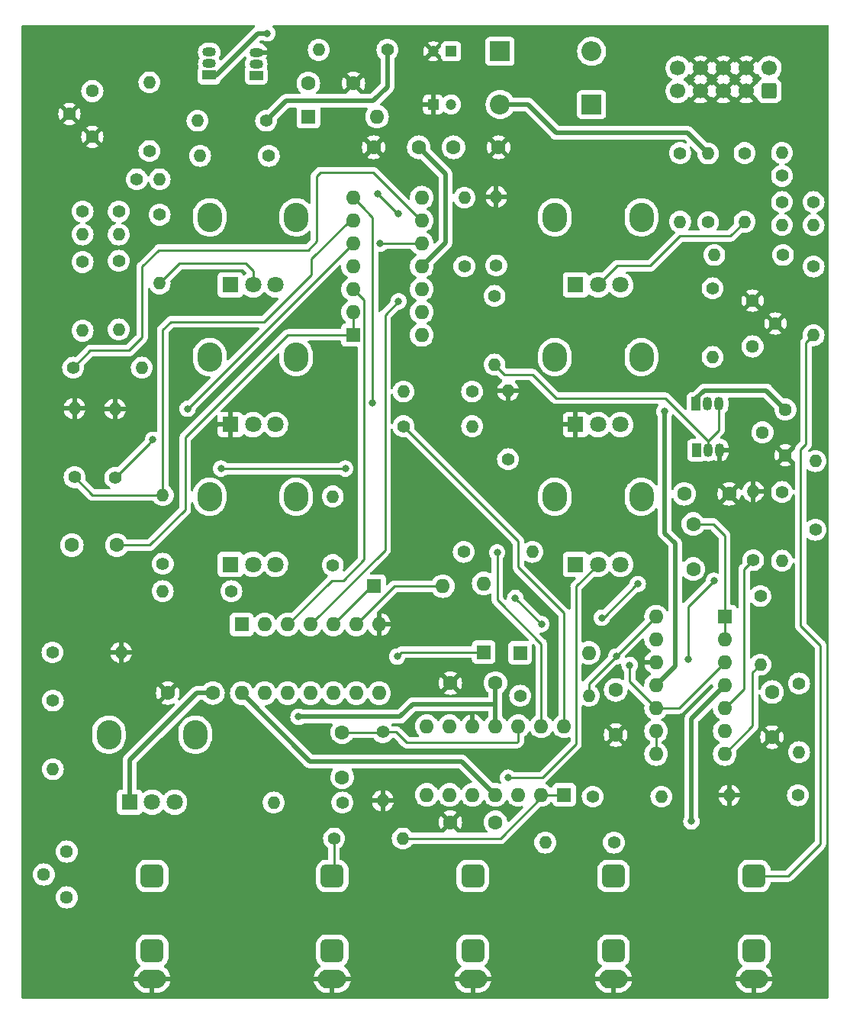
<source format=gbl>
%TF.GenerationSoftware,KiCad,Pcbnew,(6.0.1)*%
%TF.CreationDate,2022-08-29T14:14:55+02:00*%
%TF.ProjectId,vco,76636f2e-6b69-4636-9164-5f7063625858,rev?*%
%TF.SameCoordinates,Original*%
%TF.FileFunction,Copper,L2,Bot*%
%TF.FilePolarity,Positive*%
%FSLAX46Y46*%
G04 Gerber Fmt 4.6, Leading zero omitted, Abs format (unit mm)*
G04 Created by KiCad (PCBNEW (6.0.1)) date 2022-08-29 14:14:55*
%MOMM*%
%LPD*%
G01*
G04 APERTURE LIST*
G04 Aperture macros list*
%AMRoundRect*
0 Rectangle with rounded corners*
0 $1 Rounding radius*
0 $2 $3 $4 $5 $6 $7 $8 $9 X,Y pos of 4 corners*
0 Add a 4 corners polygon primitive as box body*
4,1,4,$2,$3,$4,$5,$6,$7,$8,$9,$2,$3,0*
0 Add four circle primitives for the rounded corners*
1,1,$1+$1,$2,$3*
1,1,$1+$1,$4,$5*
1,1,$1+$1,$6,$7*
1,1,$1+$1,$8,$9*
0 Add four rect primitives between the rounded corners*
20,1,$1+$1,$2,$3,$4,$5,0*
20,1,$1+$1,$4,$5,$6,$7,0*
20,1,$1+$1,$6,$7,$8,$9,0*
20,1,$1+$1,$8,$9,$2,$3,0*%
G04 Aperture macros list end*
%TA.AperFunction,ComponentPad*%
%ADD10O,2.720000X3.240000*%
%TD*%
%TA.AperFunction,ComponentPad*%
%ADD11R,1.800000X1.800000*%
%TD*%
%TA.AperFunction,ComponentPad*%
%ADD12C,1.800000*%
%TD*%
%TA.AperFunction,ComponentPad*%
%ADD13O,3.100000X2.100000*%
%TD*%
%TA.AperFunction,ComponentPad*%
%ADD14RoundRect,0.650000X-0.650000X-0.650000X0.650000X-0.650000X0.650000X0.650000X-0.650000X0.650000X0*%
%TD*%
%TA.AperFunction,ComponentPad*%
%ADD15R,1.200000X1.200000*%
%TD*%
%TA.AperFunction,ComponentPad*%
%ADD16C,1.200000*%
%TD*%
%TA.AperFunction,ComponentPad*%
%ADD17C,1.600000*%
%TD*%
%TA.AperFunction,ComponentPad*%
%ADD18C,1.400000*%
%TD*%
%TA.AperFunction,ComponentPad*%
%ADD19O,1.400000X1.400000*%
%TD*%
%TA.AperFunction,ComponentPad*%
%ADD20RoundRect,0.250000X0.600000X-0.600000X0.600000X0.600000X-0.600000X0.600000X-0.600000X-0.600000X0*%
%TD*%
%TA.AperFunction,ComponentPad*%
%ADD21C,1.700000*%
%TD*%
%TA.AperFunction,ComponentPad*%
%ADD22R,2.200000X2.200000*%
%TD*%
%TA.AperFunction,ComponentPad*%
%ADD23O,2.200000X2.200000*%
%TD*%
%TA.AperFunction,ComponentPad*%
%ADD24R,1.600000X1.600000*%
%TD*%
%TA.AperFunction,ComponentPad*%
%ADD25O,1.600000X1.600000*%
%TD*%
%TA.AperFunction,ComponentPad*%
%ADD26C,1.440000*%
%TD*%
%TA.AperFunction,ComponentPad*%
%ADD27R,1.050000X1.500000*%
%TD*%
%TA.AperFunction,ComponentPad*%
%ADD28O,1.050000X1.500000*%
%TD*%
%TA.AperFunction,ComponentPad*%
%ADD29R,1.500000X1.050000*%
%TD*%
%TA.AperFunction,ComponentPad*%
%ADD30O,1.500000X1.050000*%
%TD*%
%TA.AperFunction,ViaPad*%
%ADD31C,0.800000*%
%TD*%
%TA.AperFunction,Conductor*%
%ADD32C,0.250000*%
%TD*%
%TA.AperFunction,Conductor*%
%ADD33C,0.500000*%
%TD*%
G04 APERTURE END LIST*
D10*
%TO.P,RV10,*%
%TO.N,*%
X51800000Y-72125000D03*
X61400000Y-72125000D03*
D11*
%TO.P,RV10,1,1*%
%TO.N,Net-(R29-Pad1)*%
X54100000Y-79625000D03*
D12*
%TO.P,RV10,2,2*%
%TO.N,Net-(RV10-Pad2)*%
X56600000Y-79625000D03*
%TO.P,RV10,3,3*%
%TO.N,Net-(R32-Pad1)*%
X59100000Y-79625000D03*
%TD*%
D13*
%TO.P,J2,S*%
%TO.N,GND*%
X81000000Y-125615000D03*
D14*
%TO.P,J2,T*%
%TO.N,Net-(J2-PadT)*%
X81000000Y-114215000D03*
%TO.P,J2,TN*%
%TO.N,unconnected-(J2-PadTN)*%
X81000000Y-122515000D03*
%TD*%
D10*
%TO.P,RV4,*%
%TO.N,*%
X61400000Y-41125000D03*
X51800000Y-41125000D03*
D11*
%TO.P,RV4,1,1*%
%TO.N,Net-(R3-Pad2)*%
X54100000Y-48625000D03*
D12*
%TO.P,RV4,2,2*%
%TO.N,Net-(R9-Pad2)*%
X56600000Y-48625000D03*
%TO.P,RV4,3,3*%
%TO.N,Net-(R4-Pad1)*%
X59100000Y-48625000D03*
%TD*%
D10*
%TO.P,RV1,*%
%TO.N,*%
X90100000Y-56625000D03*
X99700000Y-56625000D03*
D11*
%TO.P,RV1,1,1*%
%TO.N,GND*%
X92400000Y-64125000D03*
D12*
%TO.P,RV1,2,2*%
%TO.N,Net-(R5-Pad2)*%
X94900000Y-64125000D03*
%TO.P,RV1,3,3*%
%TO.N,-12V*%
X97400000Y-64125000D03*
%TD*%
D10*
%TO.P,RV8,*%
%TO.N,*%
X40600000Y-98525000D03*
X50200000Y-98525000D03*
D11*
%TO.P,RV8,1,1*%
%TO.N,+12V*%
X42900000Y-106025000D03*
D12*
%TO.P,RV8,2,2*%
%TO.N,Net-(R18-Pad2)*%
X45400000Y-106025000D03*
%TO.P,RV8,3,3*%
%TO.N,-12V*%
X47900000Y-106025000D03*
%TD*%
D13*
%TO.P,J6,S*%
%TO.N,GND*%
X96600000Y-125615000D03*
D14*
%TO.P,J6,T*%
%TO.N,Net-(J6-PadT)*%
X96600000Y-114215000D03*
%TO.P,J6,TN*%
%TO.N,unconnected-(J6-PadTN)*%
X96600000Y-122515000D03*
%TD*%
D15*
%TO.P,C8,1*%
%TO.N,GND*%
X76577401Y-28600000D03*
D16*
%TO.P,C8,2*%
%TO.N,-12V*%
X78577401Y-28600000D03*
%TD*%
D13*
%TO.P,J1,S*%
%TO.N,GND*%
X112200000Y-125615000D03*
D14*
%TO.P,J1,T*%
%TO.N,Net-(J1-PadT)*%
X112200000Y-114215000D03*
%TO.P,J1,TN*%
%TO.N,unconnected-(J1-PadTN)*%
X112200000Y-122515000D03*
%TD*%
D17*
%TO.P,C11,1*%
%TO.N,-12V*%
X83500000Y-92800000D03*
%TO.P,C11,2*%
%TO.N,GND*%
X78500000Y-92800000D03*
%TD*%
D10*
%TO.P,RV3,*%
%TO.N,*%
X51800000Y-56625000D03*
X61400000Y-56625000D03*
D11*
%TO.P,RV3,1,1*%
%TO.N,GND*%
X54100000Y-64125000D03*
D12*
%TO.P,RV3,2,2*%
%TO.N,Net-(R8-Pad2)*%
X56600000Y-64125000D03*
%TO.P,RV3,3,3*%
%TO.N,-12V*%
X59100000Y-64125000D03*
%TD*%
D17*
%TO.P,C10,1*%
%TO.N,+12V*%
X83500000Y-108250000D03*
%TO.P,C10,2*%
%TO.N,GND*%
X78500000Y-108250000D03*
%TD*%
%TO.P,C9,1*%
%TO.N,-12V*%
X96850000Y-93550000D03*
%TO.P,C9,2*%
%TO.N,GND*%
X96850000Y-98550000D03*
%TD*%
%TO.P,C6,1*%
%TO.N,+12V*%
X114200000Y-93800000D03*
%TO.P,C6,2*%
%TO.N,GND*%
X114200000Y-98800000D03*
%TD*%
D13*
%TO.P,J4,S*%
%TO.N,GND*%
X65400000Y-125615000D03*
D14*
%TO.P,J4,T*%
%TO.N,Net-(J4-PadT)*%
X65400000Y-114215000D03*
%TO.P,J4,TN*%
%TO.N,unconnected-(J4-PadTN)*%
X65400000Y-122515000D03*
%TD*%
D10*
%TO.P,RV2,*%
%TO.N,*%
X90100000Y-41125000D03*
X99700000Y-41125000D03*
D11*
%TO.P,RV2,1,1*%
%TO.N,Net-(R1-Pad2)*%
X92400000Y-48625000D03*
D12*
%TO.P,RV2,2,2*%
%TO.N,Net-(R6-Pad2)*%
X94900000Y-48625000D03*
%TO.P,RV2,3,3*%
%TO.N,Net-(R2-Pad1)*%
X97400000Y-48625000D03*
%TD*%
D10*
%TO.P,RV11,*%
%TO.N,*%
X90100000Y-72125000D03*
X99700000Y-72125000D03*
D11*
%TO.P,RV11,1,1*%
%TO.N,Net-(R28-Pad1)*%
X92400000Y-79625000D03*
D12*
%TO.P,RV11,2,2*%
%TO.N,Net-(RV11-Pad2)*%
X94900000Y-79625000D03*
%TO.P,RV11,3,3*%
%TO.N,Net-(R39-Pad1)*%
X97400000Y-79625000D03*
%TD*%
D15*
%TO.P,C7,1*%
%TO.N,+12V*%
X78600000Y-22700000D03*
D16*
%TO.P,C7,2*%
%TO.N,GND*%
X76600000Y-22700000D03*
%TD*%
D13*
%TO.P,J3,S*%
%TO.N,GND*%
X45400000Y-125615000D03*
D14*
%TO.P,J3,T*%
%TO.N,Net-(J3-PadT)*%
X45400000Y-114215000D03*
%TO.P,J3,TN*%
%TO.N,unconnected-(J3-PadTN)*%
X45400000Y-122515000D03*
%TD*%
D18*
%TO.P,R1,1*%
%TO.N,+12V*%
X104000000Y-33990000D03*
D19*
%TO.P,R1,2*%
%TO.N,Net-(R1-Pad2)*%
X104000000Y-41610000D03*
%TD*%
D17*
%TO.P,C2,1*%
%TO.N,Net-(C2-Pad1)*%
X62740000Y-26250000D03*
%TO.P,C2,2*%
%TO.N,GND*%
X67740000Y-26250000D03*
%TD*%
D18*
%TO.P,R33,1*%
%TO.N,Net-(D4-Pad2)*%
X94290000Y-105400000D03*
D19*
%TO.P,R33,2*%
%TO.N,Net-(R31-Pad1)*%
X101910000Y-105400000D03*
%TD*%
D18*
%TO.P,R12,1*%
%TO.N,Net-(Q2-Pad2)*%
X45100000Y-33760000D03*
D19*
%TO.P,R12,2*%
%TO.N,Net-(R12-Pad2)*%
X45100000Y-26140000D03*
%TD*%
D18*
%TO.P,R30,1*%
%TO.N,Net-(D3-Pad2)*%
X79990000Y-78250000D03*
D19*
%TO.P,R30,2*%
%TO.N,Net-(R24-Pad1)*%
X87610000Y-78250000D03*
%TD*%
D18*
%TO.P,R28,1*%
%TO.N,Net-(R28-Pad1)*%
X112900000Y-83140000D03*
D19*
%TO.P,R28,2*%
%TO.N,Net-(R22-Pad1)*%
X112900000Y-90760000D03*
%TD*%
D18*
%TO.P,R20,1*%
%TO.N,Net-(R20-Pad1)*%
X117060000Y-105250000D03*
D19*
%TO.P,R20,2*%
%TO.N,GND*%
X109440000Y-105250000D03*
%TD*%
D17*
%TO.P,C16,1*%
%TO.N,+12V*%
X52150000Y-93900000D03*
%TO.P,C16,2*%
%TO.N,GND*%
X47150000Y-93900000D03*
%TD*%
%TO.P,C5,1*%
%TO.N,Net-(C5-Pad1)*%
X66500000Y-98250000D03*
%TO.P,C5,2*%
%TO.N,Net-(C5-Pad2)*%
X66500000Y-103250000D03*
%TD*%
D18*
%TO.P,R26,1*%
%TO.N,Net-(R24-Pad1)*%
X119000000Y-75790000D03*
D19*
%TO.P,R26,2*%
%TO.N,Net-(R26-Pad2)*%
X119000000Y-68170000D03*
%TD*%
D20*
%TO.P,J5,1,Pin_1*%
%TO.N,Net-(D6-Pad1)*%
X113900000Y-27100000D03*
D21*
%TO.P,J5,2,Pin_2*%
X113900000Y-24560000D03*
%TO.P,J5,3,Pin_3*%
%TO.N,GND*%
X111360000Y-27100000D03*
%TO.P,J5,4,Pin_4*%
X111360000Y-24560000D03*
%TO.P,J5,5,Pin_5*%
X108820000Y-27100000D03*
%TO.P,J5,6,Pin_6*%
X108820000Y-24560000D03*
%TO.P,J5,7,Pin_7*%
X106280000Y-27100000D03*
%TO.P,J5,8,Pin_8*%
X106280000Y-24560000D03*
%TO.P,J5,9,Pin_9*%
%TO.N,Net-(D5-Pad2)*%
X103740000Y-27100000D03*
%TO.P,J5,10,Pin_10*%
X103740000Y-24560000D03*
%TD*%
D18*
%TO.P,R5,1*%
%TO.N,Net-(R5-Pad1)*%
X115410000Y-45300000D03*
D19*
%TO.P,R5,2*%
%TO.N,Net-(R5-Pad2)*%
X107790000Y-45300000D03*
%TD*%
D22*
%TO.P,D6,1,K*%
%TO.N,Net-(D6-Pad1)*%
X94180000Y-28600000D03*
D23*
%TO.P,D6,2,A*%
%TO.N,-12V*%
X84020000Y-28600000D03*
%TD*%
D18*
%TO.P,R31,1*%
%TO.N,Net-(R31-Pad1)*%
X86240000Y-94200000D03*
D19*
%TO.P,R31,2*%
%TO.N,Net-(D3-Pad2)*%
X93860000Y-94200000D03*
%TD*%
D18*
%TO.P,R8,1*%
%TO.N,Net-(R8-Pad1)*%
X41700000Y-45950000D03*
D19*
%TO.P,R8,2*%
%TO.N,Net-(R8-Pad2)*%
X41700000Y-53570000D03*
%TD*%
D24*
%TO.P,D4,1,K*%
%TO.N,Net-(C5-Pad2)*%
X86240000Y-89450000D03*
D25*
%TO.P,D4,2,A*%
%TO.N,Net-(D4-Pad2)*%
X93860000Y-89450000D03*
%TD*%
D18*
%TO.P,R6,1*%
%TO.N,Net-(R6-Pad1)*%
X111150000Y-33990000D03*
D19*
%TO.P,R6,2*%
%TO.N,Net-(R6-Pad2)*%
X111150000Y-41610000D03*
%TD*%
D18*
%TO.P,R4,1*%
%TO.N,Net-(R4-Pad1)*%
X58360000Y-34300000D03*
D19*
%TO.P,R4,2*%
%TO.N,-12V*%
X50740000Y-34300000D03*
%TD*%
D18*
%TO.P,R25,1*%
%TO.N,Net-(R25-Pad1)*%
X80050000Y-46560000D03*
D19*
%TO.P,R25,2*%
%TO.N,Net-(R25-Pad2)*%
X80050000Y-38940000D03*
%TD*%
D18*
%TO.P,TH3,1*%
%TO.N,Net-(Q1-Pad2)*%
X118800000Y-39430000D03*
D19*
%TO.P,TH3,2*%
%TO.N,Net-(R7-Pad1)*%
X118800000Y-41970000D03*
%TD*%
D18*
%TO.P,R21,1*%
%TO.N,Net-(R21-Pad1)*%
X36800000Y-69960000D03*
D19*
%TO.P,R21,2*%
%TO.N,GND*%
X36800000Y-62340000D03*
%TD*%
D26*
%TO.P,RV5,1,1*%
%TO.N,Net-(R11-Pad2)*%
X112025000Y-55450000D03*
%TO.P,RV5,2,2*%
%TO.N,GND*%
X114565000Y-52910000D03*
%TO.P,RV5,3,3*%
X112025000Y-50370000D03*
%TD*%
D18*
%TO.P,R19,1*%
%TO.N,Net-(R15-Pad1)*%
X34340000Y-89400000D03*
D19*
%TO.P,R19,2*%
%TO.N,GND*%
X41960000Y-89400000D03*
%TD*%
D18*
%TO.P,R2,1*%
%TO.N,Net-(R2-Pad1)*%
X107100000Y-41660000D03*
D19*
%TO.P,R2,2*%
%TO.N,-12V*%
X107100000Y-34040000D03*
%TD*%
D26*
%TO.P,RV9,1,1*%
%TO.N,-12V*%
X115675000Y-62450000D03*
%TO.P,RV9,2,2*%
%TO.N,Net-(R26-Pad2)*%
X113135000Y-64990000D03*
%TO.P,RV9,3,3*%
%TO.N,GND*%
X115675000Y-67530000D03*
%TD*%
D18*
%TO.P,R22,1*%
%TO.N,Net-(R22-Pad1)*%
X117200000Y-92840000D03*
D19*
%TO.P,R22,2*%
%TO.N,Net-(R20-Pad1)*%
X117200000Y-100460000D03*
%TD*%
D18*
%TO.P,R35,1*%
%TO.N,Net-(C5-Pad2)*%
X66510000Y-106050000D03*
D19*
%TO.P,R35,2*%
%TO.N,-12V*%
X58890000Y-106050000D03*
%TD*%
D18*
%TO.P,R17,1*%
%TO.N,Net-(C4-Pad1)*%
X41300000Y-70010000D03*
D19*
%TO.P,R17,2*%
%TO.N,GND*%
X41300000Y-62390000D03*
%TD*%
D18*
%TO.P,TH5,1*%
%TO.N,Net-(Q2-Pad2)*%
X43710000Y-36900000D03*
D19*
%TO.P,TH5,2*%
%TO.N,Net-(R9-Pad1)*%
X46250000Y-36900000D03*
%TD*%
D24*
%TO.P,U3,1*%
%TO.N,Net-(C4-Pad2)*%
X67700000Y-54175000D03*
D25*
%TO.P,U3,2,-*%
X67700000Y-51635000D03*
%TO.P,U3,3,+*%
%TO.N,Net-(C2-Pad1)*%
X67700000Y-49095000D03*
%TO.P,U3,4,V+*%
%TO.N,+12V*%
X67700000Y-46555000D03*
%TO.P,U3,5,+*%
%TO.N,Net-(C4-Pad1)*%
X67700000Y-44015000D03*
%TO.P,U3,6,-*%
%TO.N,Net-(R21-Pad1)*%
X67700000Y-41475000D03*
%TO.P,U3,7*%
%TO.N,Net-(R23-Pad1)*%
X67700000Y-38935000D03*
%TO.P,U3,8*%
%TO.N,Net-(R25-Pad2)*%
X75320000Y-38935000D03*
%TO.P,U3,9,-*%
%TO.N,Net-(R15-Pad1)*%
X75320000Y-41475000D03*
%TO.P,U3,10,+*%
%TO.N,Net-(C4-Pad1)*%
X75320000Y-44015000D03*
%TO.P,U3,11,V-*%
%TO.N,-12V*%
X75320000Y-46555000D03*
%TO.P,U3,12,+*%
%TO.N,Net-(R25-Pad1)*%
X75320000Y-49095000D03*
%TO.P,U3,13,-*%
%TO.N,Net-(R32-Pad2)*%
X75320000Y-51635000D03*
%TO.P,U3,14*%
X75320000Y-54175000D03*
%TD*%
D17*
%TO.P,C4,1*%
%TO.N,Net-(C4-Pad1)*%
X36500000Y-77500000D03*
%TO.P,C4,2*%
%TO.N,Net-(C4-Pad2)*%
X41500000Y-77500000D03*
%TD*%
D18*
%TO.P,R36,1*%
%TO.N,Net-(C5-Pad1)*%
X71000000Y-98240000D03*
D19*
%TO.P,R36,2*%
%TO.N,GND*%
X71000000Y-105860000D03*
%TD*%
D24*
%TO.P,D2,1,K*%
%TO.N,Net-(C2-Pad1)*%
X62740000Y-29950000D03*
D25*
%TO.P,D2,2,A*%
%TO.N,Net-(D2-Pad2)*%
X70360000Y-29950000D03*
%TD*%
D18*
%TO.P,R16,1*%
%TO.N,Net-(C3-Pad1)*%
X112100000Y-79160000D03*
D19*
%TO.P,R16,2*%
%TO.N,GND*%
X112100000Y-71540000D03*
%TD*%
D24*
%TO.P,D3,1,K*%
%TO.N,Net-(C5-Pad2)*%
X82200000Y-89360000D03*
D25*
%TO.P,D3,2,A*%
%TO.N,Net-(D3-Pad2)*%
X82200000Y-81740000D03*
%TD*%
D18*
%TO.P,R14,1*%
%TO.N,+12V*%
X71510000Y-22550000D03*
D19*
%TO.P,R14,2*%
%TO.N,Net-(Q2-Pad3)*%
X63890000Y-22550000D03*
%TD*%
D17*
%TO.P,C15,1*%
%TO.N,-12V*%
X75000000Y-33350000D03*
%TO.P,C15,2*%
%TO.N,GND*%
X70000000Y-33350000D03*
%TD*%
D18*
%TO.P,R32,1*%
%TO.N,Net-(R32-Pad1)*%
X65450000Y-79710000D03*
D19*
%TO.P,R32,2*%
%TO.N,Net-(R32-Pad2)*%
X65450000Y-72090000D03*
%TD*%
D27*
%TO.P,Q3,1,C*%
%TO.N,Net-(C1-Pad1)*%
X105830000Y-66940000D03*
D28*
%TO.P,Q3,2,B*%
%TO.N,Net-(Q1-Pad3)*%
X107100000Y-66940000D03*
%TO.P,Q3,3,E*%
%TO.N,GND*%
X108370000Y-66940000D03*
%TD*%
D18*
%TO.P,R18,1*%
%TO.N,Net-(R15-Pad1)*%
X36640000Y-57800000D03*
D19*
%TO.P,R18,2*%
%TO.N,Net-(R18-Pad2)*%
X44260000Y-57800000D03*
%TD*%
D18*
%TO.P,R24,1*%
%TO.N,Net-(R24-Pad1)*%
X115300000Y-71600000D03*
D19*
%TO.P,R24,2*%
%TO.N,Net-(R24-Pad2)*%
X115300000Y-79220000D03*
%TD*%
D18*
%TO.P,TH6,1*%
%TO.N,Net-(Q2-Pad2)*%
X37700000Y-40480000D03*
D19*
%TO.P,TH6,2*%
%TO.N,Net-(R10-Pad1)*%
X37700000Y-43020000D03*
%TD*%
D18*
%TO.P,R15,1*%
%TO.N,Net-(R15-Pad1)*%
X34400000Y-94740000D03*
D19*
%TO.P,R15,2*%
%TO.N,Net-(R15-Pad2)*%
X34400000Y-102360000D03*
%TD*%
D18*
%TO.P,R40,1*%
%TO.N,Net-(J6-PadT)*%
X96650000Y-110500000D03*
D19*
%TO.P,R40,2*%
%TO.N,Net-(R40-Pad2)*%
X89030000Y-110500000D03*
%TD*%
D24*
%TO.P,U2,1*%
%TO.N,N/C*%
X55350000Y-86300000D03*
D25*
%TO.P,U2,2*%
X57890000Y-86300000D03*
%TO.P,U2,3*%
%TO.N,Net-(C2-Pad1)*%
X60430000Y-86300000D03*
%TO.P,U2,4*%
%TO.N,Net-(D2-Pad2)*%
X62970000Y-86300000D03*
%TO.P,U2,5*%
%TO.N,Net-(C1-Pad1)*%
X65510000Y-86300000D03*
%TO.P,U2,6*%
%TO.N,Net-(D1-Pad2)*%
X68050000Y-86300000D03*
%TO.P,U2,7,VSS*%
%TO.N,GND*%
X70590000Y-86300000D03*
%TO.P,U2,8*%
%TO.N,N/C*%
X70590000Y-93920000D03*
%TO.P,U2,9*%
X68050000Y-93920000D03*
%TO.P,U2,10*%
X65510000Y-93920000D03*
%TO.P,U2,11*%
X62970000Y-93920000D03*
%TO.P,U2,12*%
X60430000Y-93920000D03*
%TO.P,U2,13*%
X57890000Y-93920000D03*
%TO.P,U2,14,VDD*%
%TO.N,+12V*%
X55350000Y-93920000D03*
%TD*%
D18*
%TO.P,R3,1*%
%TO.N,+12V*%
X58060000Y-30400000D03*
D19*
%TO.P,R3,2*%
%TO.N,Net-(R3-Pad2)*%
X50440000Y-30400000D03*
%TD*%
D18*
%TO.P,R37,1*%
%TO.N,Net-(R37-Pad1)*%
X84900000Y-67960000D03*
D19*
%TO.P,R37,2*%
%TO.N,GND*%
X84900000Y-60340000D03*
%TD*%
D18*
%TO.P,TH2,1*%
%TO.N,Net-(Q1-Pad2)*%
X115300000Y-36520000D03*
D19*
%TO.P,TH2,2*%
%TO.N,Net-(R6-Pad1)*%
X115300000Y-33980000D03*
%TD*%
D18*
%TO.P,R39,1*%
%TO.N,Net-(R39-Pad1)*%
X80910000Y-60450000D03*
D19*
%TO.P,R39,2*%
%TO.N,Net-(R38-Pad1)*%
X73290000Y-60450000D03*
%TD*%
D27*
%TO.P,Q1,1,C*%
%TO.N,-12V*%
X105780000Y-61800000D03*
D28*
%TO.P,Q1,2,B*%
%TO.N,Net-(Q1-Pad2)*%
X107050000Y-61800000D03*
%TO.P,Q1,3,E*%
%TO.N,Net-(Q1-Pad3)*%
X108320000Y-61800000D03*
%TD*%
D18*
%TO.P,R38,1*%
%TO.N,Net-(R38-Pad1)*%
X73290000Y-64300000D03*
D19*
%TO.P,R38,2*%
%TO.N,Net-(R37-Pad1)*%
X80910000Y-64300000D03*
%TD*%
D18*
%TO.P,R34,1*%
%TO.N,Net-(J4-PadT)*%
X65590000Y-110050000D03*
D19*
%TO.P,R34,2*%
%TO.N,Net-(R34-Pad2)*%
X73210000Y-110050000D03*
%TD*%
D26*
%TO.P,RV6,1,1*%
%TO.N,Net-(R12-Pad2)*%
X38775000Y-27100000D03*
%TO.P,RV6,2,2*%
%TO.N,GND*%
X36235000Y-29640000D03*
%TO.P,RV6,3,3*%
X38775000Y-32180000D03*
%TD*%
D18*
%TO.P,R7,1*%
%TO.N,Net-(R7-Pad1)*%
X118800000Y-46590000D03*
D19*
%TO.P,R7,2*%
%TO.N,Net-(J1-PadT)*%
X118800000Y-54210000D03*
%TD*%
D24*
%TO.P,U1,1*%
%TO.N,Net-(C3-Pad2)*%
X108950000Y-85425000D03*
D25*
%TO.P,U1,2,-*%
X108950000Y-87965000D03*
%TO.P,U1,3,+*%
%TO.N,Net-(C1-Pad1)*%
X108950000Y-90505000D03*
%TO.P,U1,4,V+*%
%TO.N,+12V*%
X108950000Y-93045000D03*
%TO.P,U1,5,+*%
%TO.N,Net-(C3-Pad1)*%
X108950000Y-95585000D03*
%TO.P,U1,6,-*%
%TO.N,Net-(R20-Pad1)*%
X108950000Y-98125000D03*
%TO.P,U1,7*%
%TO.N,Net-(R22-Pad1)*%
X108950000Y-100665000D03*
%TO.P,U1,8*%
%TO.N,Net-(R24-Pad2)*%
X101330000Y-100665000D03*
%TO.P,U1,9,-*%
X101330000Y-98125000D03*
%TO.P,U1,10,+*%
%TO.N,Net-(C1-Pad1)*%
X101330000Y-95585000D03*
%TO.P,U1,11,V-*%
%TO.N,-12V*%
X101330000Y-93045000D03*
%TO.P,U1,12,+*%
%TO.N,GND*%
X101330000Y-90505000D03*
%TO.P,U1,13,-*%
%TO.N,Net-(R24-Pad1)*%
X101330000Y-87965000D03*
%TO.P,U1,14*%
%TO.N,Net-(D3-Pad2)*%
X101330000Y-85425000D03*
%TD*%
D18*
%TO.P,R9,1*%
%TO.N,Net-(R9-Pad1)*%
X46250000Y-40840000D03*
D19*
%TO.P,R9,2*%
%TO.N,Net-(R9-Pad2)*%
X46250000Y-48460000D03*
%TD*%
D17*
%TO.P,C14,1*%
%TO.N,+12V*%
X78850000Y-33350000D03*
%TO.P,C14,2*%
%TO.N,GND*%
X83850000Y-33350000D03*
%TD*%
D18*
%TO.P,R11,1*%
%TO.N,Net-(Q1-Pad2)*%
X107600000Y-48990000D03*
D19*
%TO.P,R11,2*%
%TO.N,Net-(R11-Pad2)*%
X107600000Y-56610000D03*
%TD*%
D17*
%TO.P,C1,1*%
%TO.N,Net-(C1-Pad1)*%
X104450000Y-71800000D03*
%TO.P,C1,2*%
%TO.N,GND*%
X109450000Y-71800000D03*
%TD*%
D18*
%TO.P,R13,1*%
%TO.N,+12V*%
X83400000Y-49840000D03*
D19*
%TO.P,R13,2*%
%TO.N,Net-(Q1-Pad3)*%
X83400000Y-57460000D03*
%TD*%
D24*
%TO.P,U4,1*%
%TO.N,Net-(R34-Pad2)*%
X91125000Y-105200000D03*
D25*
%TO.P,U4,2,-*%
X88585000Y-105200000D03*
%TO.P,U4,3,+*%
%TO.N,Net-(RV10-Pad2)*%
X86045000Y-105200000D03*
%TO.P,U4,4,V+*%
%TO.N,+12V*%
X83505000Y-105200000D03*
%TO.P,U4,5,+*%
%TO.N,Net-(RV11-Pad2)*%
X80965000Y-105200000D03*
%TO.P,U4,6,-*%
%TO.N,Net-(R40-Pad2)*%
X78425000Y-105200000D03*
%TO.P,U4,7*%
X75885000Y-105200000D03*
%TO.P,U4,8*%
%TO.N,Net-(D4-Pad2)*%
X75885000Y-97580000D03*
%TO.P,U4,9,-*%
%TO.N,Net-(R31-Pad1)*%
X78425000Y-97580000D03*
%TO.P,U4,10,+*%
%TO.N,GND*%
X80965000Y-97580000D03*
%TO.P,U4,11,V-*%
%TO.N,-12V*%
X83505000Y-97580000D03*
%TO.P,U4,12,+*%
%TO.N,Net-(C5-Pad1)*%
X86045000Y-97580000D03*
%TO.P,U4,13,-*%
%TO.N,Net-(R37-Pad1)*%
X88585000Y-97580000D03*
%TO.P,U4,14*%
%TO.N,Net-(R38-Pad1)*%
X91125000Y-97580000D03*
%TD*%
D18*
%TO.P,R29,1*%
%TO.N,Net-(R29-Pad1)*%
X54210000Y-82600000D03*
D19*
%TO.P,R29,2*%
%TO.N,Net-(R23-Pad1)*%
X46590000Y-82600000D03*
%TD*%
D18*
%TO.P,TH4,1*%
%TO.N,Net-(Q2-Pad2)*%
X41700000Y-40480000D03*
D19*
%TO.P,TH4,2*%
%TO.N,Net-(R8-Pad1)*%
X41700000Y-43020000D03*
%TD*%
D18*
%TO.P,R10,1*%
%TO.N,Net-(R10-Pad1)*%
X37700000Y-46090000D03*
D19*
%TO.P,R10,2*%
%TO.N,Net-(J2-PadT)*%
X37700000Y-53710000D03*
%TD*%
D17*
%TO.P,C3,1*%
%TO.N,Net-(C3-Pad1)*%
X105450000Y-80150000D03*
%TO.P,C3,2*%
%TO.N,Net-(C3-Pad2)*%
X105450000Y-75150000D03*
%TD*%
D18*
%TO.P,TH1,1*%
%TO.N,Net-(Q1-Pad2)*%
X115300000Y-39430000D03*
D19*
%TO.P,TH1,2*%
%TO.N,Net-(R5-Pad1)*%
X115300000Y-41970000D03*
%TD*%
D22*
%TO.P,D5,1,K*%
%TO.N,+12V*%
X84020000Y-22700000D03*
D23*
%TO.P,D5,2,A*%
%TO.N,Net-(D5-Pad2)*%
X94180000Y-22700000D03*
%TD*%
D29*
%TO.P,Q2,1,C*%
%TO.N,-12V*%
X51750000Y-25340000D03*
D30*
%TO.P,Q2,2,B*%
%TO.N,Net-(Q2-Pad2)*%
X51750000Y-24070000D03*
%TO.P,Q2,3,E*%
%TO.N,Net-(Q2-Pad3)*%
X51750000Y-22800000D03*
%TD*%
D18*
%TO.P,R23,1*%
%TO.N,Net-(R23-Pad1)*%
X46600000Y-79560000D03*
D19*
%TO.P,R23,2*%
%TO.N,Net-(R21-Pad1)*%
X46600000Y-71940000D03*
%TD*%
D29*
%TO.P,Q4,1,C*%
%TO.N,Net-(C2-Pad1)*%
X56950000Y-25350000D03*
D30*
%TO.P,Q4,2,B*%
%TO.N,Net-(Q2-Pad3)*%
X56950000Y-24080000D03*
%TO.P,Q4,3,E*%
%TO.N,GND*%
X56950000Y-22810000D03*
%TD*%
D18*
%TO.P,R27,1*%
%TO.N,Net-(R25-Pad1)*%
X83600000Y-46460000D03*
D19*
%TO.P,R27,2*%
%TO.N,GND*%
X83600000Y-38840000D03*
%TD*%
D26*
%TO.P,RV7,1,1*%
%TO.N,Net-(R15-Pad2)*%
X35925000Y-111500000D03*
%TO.P,RV7,2,2*%
X33385000Y-114040000D03*
%TO.P,RV7,3,3*%
%TO.N,Net-(J3-PadT)*%
X35925000Y-116580000D03*
%TD*%
D24*
%TO.P,D1,1,K*%
%TO.N,Net-(C1-Pad1)*%
X70040000Y-82050000D03*
D25*
%TO.P,D1,2,A*%
%TO.N,Net-(D1-Pad2)*%
X77660000Y-82050000D03*
%TD*%
D31*
%TO.N,Net-(C1-Pad1)*%
X98400000Y-90800000D03*
X99300000Y-81800000D03*
X95300000Y-85550000D03*
%TO.N,GND*%
X103500000Y-97200000D03*
X88350000Y-100150000D03*
%TO.N,Net-(C4-Pad1)*%
X70700000Y-44050000D03*
X45500000Y-65800000D03*
X49350000Y-62350000D03*
%TO.N,Net-(C5-Pad2)*%
X72600000Y-89850000D03*
%TO.N,+12V*%
X105250000Y-108150000D03*
%TO.N,-12V*%
X61650000Y-96550000D03*
X58200000Y-20700000D03*
X102250000Y-62660000D03*
%TO.N,Net-(D2-Pad2)*%
X72750000Y-40700000D03*
X72750000Y-50450000D03*
X70450000Y-38550000D03*
%TO.N,Net-(D3-Pad2)*%
X88600000Y-86250000D03*
X96900000Y-89850000D03*
X85700000Y-83350000D03*
%TO.N,Net-(R23-Pad1)*%
X53050000Y-69000000D03*
X69850000Y-61700000D03*
X66850000Y-69000000D03*
%TO.N,Net-(R24-Pad2)*%
X104900000Y-90150000D03*
X107750000Y-81450000D03*
%TO.N,Net-(R37-Pad1)*%
X83700000Y-78300000D03*
%TO.N,Net-(RV11-Pad2)*%
X84900000Y-103300000D03*
%TD*%
D32*
%TO.N,Net-(Q1-Pad3)*%
X108320000Y-64720000D02*
X108320000Y-61800000D01*
X107100000Y-65940000D02*
X108320000Y-64720000D01*
D33*
%TO.N,-12V*%
X113575000Y-60350000D02*
X115675000Y-62450000D01*
X105780000Y-61220000D02*
X106650000Y-60350000D01*
X105780000Y-61800000D02*
X105780000Y-61220000D01*
X106650000Y-60350000D02*
X113575000Y-60350000D01*
D32*
%TO.N,Net-(C1-Pad1)*%
X103870000Y-95585000D02*
X101330000Y-95585000D01*
X95500000Y-85550000D02*
X99250000Y-81800000D01*
X70040000Y-82050000D02*
X69760000Y-82050000D01*
X98400000Y-92655000D02*
X101330000Y-95585000D01*
X95300000Y-85550000D02*
X95500000Y-85550000D01*
X98400000Y-90800000D02*
X98400000Y-92655000D01*
X108950000Y-90505000D02*
X103870000Y-95585000D01*
X69760000Y-82050000D02*
X65510000Y-86300000D01*
X99250000Y-81800000D02*
X99300000Y-81800000D01*
%TO.N,Net-(C2-Pad1)*%
X65330000Y-81400000D02*
X60430000Y-86300000D01*
X66600000Y-81400000D02*
X65330000Y-81400000D01*
X68900000Y-50295000D02*
X68900000Y-79100000D01*
X67700000Y-49095000D02*
X68900000Y-50295000D01*
X68900000Y-79100000D02*
X66600000Y-81400000D01*
%TO.N,Net-(C3-Pad1)*%
X108950000Y-95585000D02*
X111100000Y-93435000D01*
X111100000Y-80160000D02*
X112100000Y-79160000D01*
X111100000Y-93435000D02*
X111100000Y-80160000D01*
%TO.N,Net-(C3-Pad2)*%
X108950000Y-85425000D02*
X108950000Y-87965000D01*
X105450000Y-75150000D02*
X107650000Y-75150000D01*
X107650000Y-75150000D02*
X108950000Y-76450000D01*
X108950000Y-76450000D02*
X108950000Y-85425000D01*
%TO.N,Net-(C4-Pad1)*%
X45150000Y-66160000D02*
X45150000Y-66150000D01*
X70735000Y-44015000D02*
X75320000Y-44015000D01*
X70700000Y-44050000D02*
X70735000Y-44015000D01*
X49365000Y-62350000D02*
X49350000Y-62350000D01*
X45150000Y-66150000D02*
X45500000Y-65800000D01*
X41300000Y-70010000D02*
X45150000Y-66160000D01*
X67700000Y-44015000D02*
X49365000Y-62350000D01*
%TO.N,Net-(C4-Pad2)*%
X49100000Y-65550000D02*
X60475000Y-54175000D01*
X45150000Y-77500000D02*
X49100000Y-73550000D01*
X67700000Y-51635000D02*
X67700000Y-54175000D01*
X41500000Y-77500000D02*
X45150000Y-77500000D01*
X60475000Y-54175000D02*
X67700000Y-54175000D01*
X49100000Y-73550000D02*
X49100000Y-65550000D01*
%TO.N,Net-(C5-Pad1)*%
X66500000Y-98250000D02*
X70990000Y-98250000D01*
X72490000Y-98240000D02*
X73650000Y-99400000D01*
X71000000Y-98240000D02*
X72490000Y-98240000D01*
X73650000Y-99400000D02*
X85900000Y-99400000D01*
X70990000Y-98250000D02*
X71000000Y-98240000D01*
X85900000Y-99400000D02*
X86045000Y-99255000D01*
X86045000Y-99255000D02*
X86045000Y-97580000D01*
%TO.N,Net-(C5-Pad2)*%
X72600000Y-89850000D02*
X73090000Y-89360000D01*
X73090000Y-89360000D02*
X82200000Y-89360000D01*
D33*
%TO.N,+12V*%
X71510000Y-26640000D02*
X71510000Y-22550000D01*
D32*
X67700000Y-46555000D02*
X67905000Y-46555000D01*
D33*
X105250000Y-96745000D02*
X108950000Y-93045000D01*
X55350000Y-93920000D02*
X62930000Y-101500000D01*
X79750000Y-101500000D02*
X83450000Y-105200000D01*
X62930000Y-101500000D02*
X79750000Y-101500000D01*
X52150000Y-93900000D02*
X50350000Y-93900000D01*
X50350000Y-93900000D02*
X42900000Y-101350000D01*
D32*
X83450000Y-105200000D02*
X83505000Y-105200000D01*
D33*
X105250000Y-108150000D02*
X105250000Y-97435717D01*
X69950000Y-28200000D02*
X71510000Y-26640000D01*
X58060000Y-30400000D02*
X60260000Y-28200000D01*
D32*
X67905000Y-46555000D02*
X67950000Y-46600000D01*
D33*
X105250000Y-97435717D02*
X105250000Y-96745000D01*
X42900000Y-101350000D02*
X42900000Y-106025000D01*
X60260000Y-28200000D02*
X69950000Y-28200000D01*
%TO.N,-12V*%
X58100000Y-20700000D02*
X57150000Y-20700000D01*
X107100000Y-34040000D02*
X104810000Y-31750000D01*
D32*
X83500000Y-97575000D02*
X83505000Y-97580000D01*
D33*
X102300000Y-76150000D02*
X103450000Y-77300000D01*
X77950000Y-36300000D02*
X75000000Y-33350000D01*
X90250000Y-31750000D02*
X87100000Y-28600000D01*
X75320000Y-46555000D02*
X77950000Y-43925000D01*
X74300000Y-95150000D02*
X72900000Y-96550000D01*
X57150000Y-20700000D02*
X52500000Y-25350000D01*
X103450000Y-90925000D02*
X101330000Y-93045000D01*
X83500000Y-95150000D02*
X74300000Y-95150000D01*
X87100000Y-28600000D02*
X84020000Y-28600000D01*
X83500000Y-95150000D02*
X83500000Y-97575000D01*
X102250000Y-62660000D02*
X102250000Y-76100000D01*
X83500000Y-92800000D02*
X83500000Y-95150000D01*
X72900000Y-96550000D02*
X61650000Y-96550000D01*
X52500000Y-25350000D02*
X51750000Y-25350000D01*
D32*
X102250000Y-76100000D02*
X102300000Y-76150000D01*
D33*
X103450000Y-77300000D02*
X103450000Y-90925000D01*
X104810000Y-31750000D02*
X90250000Y-31750000D01*
X77950000Y-43925000D02*
X77950000Y-36300000D01*
D32*
%TO.N,Net-(D1-Pad2)*%
X77660000Y-82050000D02*
X72300000Y-82050000D01*
X72300000Y-82050000D02*
X68050000Y-86300000D01*
%TO.N,Net-(D2-Pad2)*%
X72600000Y-40700000D02*
X72750000Y-40700000D01*
X71250000Y-51950000D02*
X71250000Y-78020000D01*
X72750000Y-50450000D02*
X71250000Y-51950000D01*
X71250000Y-78020000D02*
X62970000Y-86300000D01*
X70450000Y-38550000D02*
X72600000Y-40700000D01*
%TO.N,Net-(D3-Pad2)*%
X85700000Y-83350000D02*
X88600000Y-86250000D01*
X93860000Y-92890000D02*
X93860000Y-94200000D01*
X96900000Y-89850000D02*
X96905000Y-89850000D01*
X96900000Y-89850000D02*
X93860000Y-92890000D01*
X96905000Y-89850000D02*
X101330000Y-85425000D01*
%TO.N,Net-(Q1-Pad3)*%
X90250000Y-61200000D02*
X102360000Y-61200000D01*
X107100000Y-65940000D02*
X107100000Y-66940000D01*
X84509520Y-58569520D02*
X87619520Y-58569520D01*
X102360000Y-61200000D02*
X107100000Y-65940000D01*
X83400000Y-57460000D02*
X84509520Y-58569520D01*
X87619520Y-58569520D02*
X90250000Y-61200000D01*
%TO.N,Net-(R6-Pad2)*%
X111150000Y-41610000D02*
X109560000Y-43200000D01*
X100700000Y-46500000D02*
X97025000Y-46500000D01*
X104000000Y-43200000D02*
X100700000Y-46500000D01*
X109560000Y-43200000D02*
X104000000Y-43200000D01*
X97025000Y-46500000D02*
X94900000Y-48625000D01*
%TO.N,Net-(J1-PadT)*%
X117350000Y-66900000D02*
X117350000Y-86400000D01*
X117975489Y-66274511D02*
X117350000Y-66900000D01*
X117350000Y-86400000D02*
X119550000Y-88600000D01*
X119550000Y-110650000D02*
X115985000Y-114215000D01*
X117975489Y-55034511D02*
X117975489Y-66274511D01*
X118800000Y-54210000D02*
X117975489Y-55034511D01*
X115985000Y-114215000D02*
X112200000Y-114215000D01*
X119550000Y-88600000D02*
X119550000Y-110650000D01*
%TO.N,Net-(R9-Pad2)*%
X56600000Y-47050000D02*
X56600000Y-48625000D01*
X48460000Y-46250000D02*
X55800000Y-46250000D01*
X46250000Y-48460000D02*
X48460000Y-46250000D01*
X55800000Y-46250000D02*
X56600000Y-47050000D01*
%TO.N,Net-(R15-Pad1)*%
X69900000Y-36150000D02*
X75225000Y-41475000D01*
X62700000Y-44750000D02*
X63650000Y-43800000D01*
X63650000Y-36550000D02*
X64050000Y-36150000D01*
X46150000Y-44750000D02*
X62700000Y-44750000D01*
X44300000Y-46600000D02*
X46150000Y-44750000D01*
X63650000Y-43800000D02*
X63650000Y-36550000D01*
X44300000Y-54450000D02*
X44300000Y-46600000D01*
X42850000Y-55900000D02*
X44300000Y-54450000D01*
X64050000Y-36150000D02*
X69900000Y-36150000D01*
X75225000Y-41475000D02*
X75320000Y-41475000D01*
X36640000Y-57800000D02*
X38540000Y-55900000D01*
X38540000Y-55900000D02*
X42850000Y-55900000D01*
%TO.N,Net-(R21-Pad1)*%
X36800000Y-69960000D02*
X38780000Y-71940000D01*
X46600000Y-53600000D02*
X46600000Y-71940000D01*
X63100000Y-47450000D02*
X57850000Y-52700000D01*
X38780000Y-71940000D02*
X46600000Y-71940000D01*
X67700000Y-41475000D02*
X67375000Y-41475000D01*
X63100000Y-45750000D02*
X63100000Y-47450000D01*
X57850000Y-52700000D02*
X47500000Y-52700000D01*
X67375000Y-41475000D02*
X63100000Y-45750000D01*
X47500000Y-52700000D02*
X46600000Y-53600000D01*
%TO.N,Net-(R22-Pad1)*%
X112050000Y-91610000D02*
X112050000Y-97565000D01*
X112050000Y-97565000D02*
X108950000Y-100665000D01*
X112900000Y-90760000D02*
X112050000Y-91610000D01*
%TO.N,Net-(R23-Pad1)*%
X67700000Y-38935000D02*
X68824511Y-40059511D01*
X68824511Y-40059511D02*
X68824511Y-40074511D01*
X69600000Y-40850000D02*
X69850000Y-41100000D01*
X68824511Y-40074511D02*
X69600000Y-40850000D01*
X66850000Y-69000000D02*
X53050000Y-69000000D01*
X69850000Y-41100000D02*
X69850000Y-61700000D01*
%TO.N,Net-(R24-Pad2)*%
X104900000Y-90150000D02*
X104900000Y-84300000D01*
X101330000Y-98125000D02*
X101330000Y-100665000D01*
X104900000Y-84300000D02*
X107750000Y-81450000D01*
%TO.N,Net-(J4-PadT)*%
X65590000Y-114205000D02*
X65600000Y-114215000D01*
X65590000Y-110050000D02*
X65590000Y-114205000D01*
%TO.N,Net-(R34-Pad2)*%
X88585000Y-105200000D02*
X88585000Y-105515000D01*
X84050000Y-110050000D02*
X73210000Y-110050000D01*
X91125000Y-105200000D02*
X88585000Y-105200000D01*
X88585000Y-105515000D02*
X84050000Y-110050000D01*
%TO.N,Net-(R37-Pad1)*%
X83700000Y-83550000D02*
X83700000Y-78300000D01*
X84000000Y-83850000D02*
X83700000Y-83550000D01*
X88585000Y-97580000D02*
X88585000Y-88435000D01*
X88585000Y-88435000D02*
X84000000Y-83850000D01*
%TO.N,Net-(R38-Pad1)*%
X91125000Y-85025000D02*
X91125000Y-97580000D01*
X73290000Y-64300000D02*
X86050000Y-77060000D01*
X86050000Y-79950000D02*
X91125000Y-85025000D01*
X86050000Y-77060000D02*
X86050000Y-79950000D01*
%TO.N,Net-(RV11-Pad2)*%
X88700000Y-103300000D02*
X84900000Y-103300000D01*
X92450000Y-82075000D02*
X92450000Y-99550000D01*
X94900000Y-79625000D02*
X92450000Y-82075000D01*
X92450000Y-99550000D02*
X88700000Y-103300000D01*
%TD*%
%TA.AperFunction,Conductor*%
%TO.N,GND*%
G36*
X56785433Y-19820002D02*
G01*
X56831926Y-19873658D01*
X56842030Y-19943932D01*
X56812536Y-20008512D01*
X56786397Y-20031372D01*
X56747024Y-20057186D01*
X56743320Y-20059523D01*
X56680893Y-20097405D01*
X56672516Y-20104803D01*
X56672492Y-20104776D01*
X56669500Y-20107429D01*
X56666267Y-20110132D01*
X56660148Y-20114144D01*
X56655116Y-20119456D01*
X56606872Y-20170383D01*
X56604494Y-20172825D01*
X53113573Y-23663746D01*
X53051261Y-23697772D01*
X52980446Y-23692707D01*
X52923610Y-23650160D01*
X52912816Y-23633026D01*
X52897073Y-23602912D01*
X52843981Y-23501355D01*
X52844016Y-23501337D01*
X52824111Y-23435559D01*
X52839271Y-23374591D01*
X52845438Y-23363185D01*
X52932356Y-23202435D01*
X52974217Y-23067205D01*
X52990468Y-23014707D01*
X52990469Y-23014704D01*
X52992290Y-23008820D01*
X52996072Y-22972842D01*
X53012832Y-22813378D01*
X53012832Y-22813377D01*
X53013476Y-22807250D01*
X53000542Y-22665137D01*
X52995665Y-22611543D01*
X52995664Y-22611540D01*
X52995106Y-22605404D01*
X52979397Y-22552027D01*
X52939620Y-22416880D01*
X52937881Y-22410971D01*
X52933951Y-22403452D01*
X52852206Y-22247089D01*
X52843981Y-22231355D01*
X52838630Y-22224699D01*
X52762576Y-22130108D01*
X52716981Y-22073399D01*
X52561719Y-21943119D01*
X52556327Y-21940155D01*
X52556323Y-21940152D01*
X52389506Y-21848444D01*
X52384109Y-21845477D01*
X52190916Y-21784193D01*
X52184799Y-21783507D01*
X52184795Y-21783506D01*
X52106607Y-21774736D01*
X52033183Y-21766500D01*
X51473996Y-21766500D01*
X51323287Y-21781277D01*
X51129258Y-21839858D01*
X50950302Y-21935010D01*
X50945528Y-21938904D01*
X50945526Y-21938905D01*
X50873633Y-21997540D01*
X50793237Y-22063110D01*
X50789310Y-22067857D01*
X50789308Y-22067859D01*
X50667973Y-22214528D01*
X50667971Y-22214531D01*
X50664044Y-22219278D01*
X50567644Y-22397565D01*
X50550629Y-22452531D01*
X50518763Y-22555475D01*
X50507710Y-22591180D01*
X50507066Y-22597305D01*
X50507066Y-22597306D01*
X50494926Y-22712811D01*
X50486524Y-22792750D01*
X50493400Y-22868304D01*
X50502646Y-22969892D01*
X50504894Y-22994596D01*
X50506632Y-23000502D01*
X50506633Y-23000506D01*
X50548251Y-23141909D01*
X50562119Y-23189029D01*
X50564972Y-23194486D01*
X50564973Y-23194489D01*
X50589626Y-23241646D01*
X50655923Y-23368460D01*
X50655923Y-23368462D01*
X50656019Y-23368645D01*
X50655984Y-23368663D01*
X50675889Y-23434441D01*
X50660729Y-23495409D01*
X50567644Y-23667565D01*
X50547507Y-23732617D01*
X50522816Y-23812382D01*
X50507710Y-23861180D01*
X50507066Y-23867305D01*
X50507066Y-23867306D01*
X50501965Y-23915840D01*
X50486524Y-24062750D01*
X50489395Y-24094297D01*
X50503622Y-24250615D01*
X50504894Y-24264596D01*
X50506632Y-24270502D01*
X50506633Y-24270506D01*
X50526310Y-24337361D01*
X50560788Y-24454507D01*
X50562119Y-24459029D01*
X50561260Y-24459282D01*
X50567714Y-24524662D01*
X50554548Y-24561406D01*
X50549385Y-24568295D01*
X50546236Y-24576696D01*
X50546234Y-24576699D01*
X50528787Y-24623240D01*
X50498255Y-24704684D01*
X50491500Y-24766866D01*
X50491500Y-25913134D01*
X50498255Y-25975316D01*
X50549385Y-26111705D01*
X50636739Y-26228261D01*
X50753295Y-26315615D01*
X50889684Y-26366745D01*
X50951866Y-26373500D01*
X52548134Y-26373500D01*
X52610316Y-26366745D01*
X52746705Y-26315615D01*
X52863261Y-26228261D01*
X52950615Y-26111705D01*
X53001745Y-25975316D01*
X53003541Y-25958782D01*
X53030782Y-25893220D01*
X53037334Y-25885733D01*
X53043130Y-25879615D01*
X53045505Y-25877176D01*
X55627994Y-23294687D01*
X55690306Y-23260661D01*
X55761121Y-23265726D01*
X55817957Y-23308273D01*
X55828750Y-23325406D01*
X55853581Y-23372902D01*
X55855597Y-23375983D01*
X55856154Y-23377824D01*
X55856439Y-23378369D01*
X55856335Y-23378423D01*
X55876161Y-23443936D01*
X55861001Y-23504906D01*
X55767644Y-23677565D01*
X55737677Y-23774372D01*
X55710806Y-23861180D01*
X55707710Y-23871180D01*
X55707066Y-23877305D01*
X55707066Y-23877306D01*
X55703016Y-23915840D01*
X55686524Y-24072750D01*
X55704894Y-24274596D01*
X55706632Y-24280502D01*
X55706633Y-24280506D01*
X55757437Y-24453121D01*
X55760788Y-24464507D01*
X55762119Y-24469029D01*
X55761260Y-24469282D01*
X55767714Y-24534662D01*
X55754548Y-24571406D01*
X55749385Y-24578295D01*
X55746236Y-24586696D01*
X55746234Y-24586699D01*
X55732536Y-24623240D01*
X55698255Y-24714684D01*
X55691500Y-24776866D01*
X55691500Y-25923134D01*
X55698255Y-25985316D01*
X55749385Y-26121705D01*
X55836739Y-26238261D01*
X55953295Y-26325615D01*
X56089684Y-26376745D01*
X56151866Y-26383500D01*
X57748134Y-26383500D01*
X57810316Y-26376745D01*
X57946705Y-26325615D01*
X58063261Y-26238261D01*
X58150615Y-26121705D01*
X58201745Y-25985316D01*
X58208500Y-25923134D01*
X58208500Y-24776866D01*
X58201745Y-24714684D01*
X58167464Y-24623240D01*
X58153768Y-24586704D01*
X58153766Y-24586701D01*
X58150615Y-24578295D01*
X58145227Y-24571106D01*
X58145094Y-24570863D01*
X58129924Y-24501506D01*
X58135248Y-24473092D01*
X58136428Y-24469282D01*
X58192290Y-24288820D01*
X58202103Y-24195461D01*
X58212832Y-24093378D01*
X58212832Y-24093377D01*
X58213476Y-24087250D01*
X58197640Y-23913246D01*
X58195665Y-23891543D01*
X58195664Y-23891540D01*
X58195106Y-23885404D01*
X58189780Y-23867306D01*
X58148861Y-23728277D01*
X58137881Y-23690971D01*
X58135027Y-23685511D01*
X58046838Y-23516819D01*
X58046835Y-23516815D01*
X58043981Y-23511355D01*
X58043779Y-23511103D01*
X58023799Y-23445088D01*
X58038959Y-23384115D01*
X58128962Y-23217658D01*
X58133714Y-23206353D01*
X58172422Y-23081308D01*
X58172628Y-23067205D01*
X58165873Y-23064000D01*
X57396242Y-23064000D01*
X57382197Y-23063215D01*
X57233183Y-23046500D01*
X56822000Y-23046500D01*
X56753879Y-23026498D01*
X56707386Y-22972842D01*
X56696000Y-22920500D01*
X56696000Y-22682000D01*
X56716002Y-22613879D01*
X56769658Y-22567386D01*
X56822000Y-22556000D01*
X58158986Y-22556000D01*
X58172517Y-22552027D01*
X58172808Y-22550000D01*
X62676884Y-22550000D01*
X62695314Y-22760655D01*
X62750044Y-22964910D01*
X62752366Y-22969891D01*
X62752367Y-22969892D01*
X62824918Y-23125477D01*
X62839411Y-23156558D01*
X62960699Y-23329776D01*
X63110224Y-23479301D01*
X63283442Y-23600589D01*
X63288420Y-23602910D01*
X63288423Y-23602912D01*
X63470108Y-23687633D01*
X63475090Y-23689956D01*
X63480398Y-23691378D01*
X63480400Y-23691379D01*
X63674030Y-23743262D01*
X63674032Y-23743262D01*
X63679345Y-23744686D01*
X63890000Y-23763116D01*
X64100655Y-23744686D01*
X64105968Y-23743262D01*
X64105970Y-23743262D01*
X64299600Y-23691379D01*
X64299602Y-23691378D01*
X64304910Y-23689956D01*
X64309892Y-23687633D01*
X64491577Y-23602912D01*
X64491580Y-23602910D01*
X64496558Y-23600589D01*
X64669776Y-23479301D01*
X64819301Y-23329776D01*
X64940589Y-23156558D01*
X64955083Y-23125477D01*
X65027633Y-22969892D01*
X65027634Y-22969891D01*
X65029956Y-22964910D01*
X65084686Y-22760655D01*
X65103116Y-22550000D01*
X65084686Y-22339345D01*
X65082506Y-22331210D01*
X65031379Y-22140400D01*
X65031378Y-22140398D01*
X65029956Y-22135090D01*
X65023382Y-22120992D01*
X64942912Y-21948423D01*
X64942910Y-21948420D01*
X64940589Y-21943442D01*
X64819301Y-21770224D01*
X64669776Y-21620699D01*
X64496558Y-21499411D01*
X64491580Y-21497090D01*
X64491577Y-21497088D01*
X64309892Y-21412367D01*
X64309891Y-21412366D01*
X64304910Y-21410044D01*
X64299602Y-21408622D01*
X64299600Y-21408621D01*
X64105970Y-21356738D01*
X64105968Y-21356738D01*
X64100655Y-21355314D01*
X63890000Y-21336884D01*
X63679345Y-21355314D01*
X63674032Y-21356738D01*
X63674030Y-21356738D01*
X63480400Y-21408621D01*
X63480398Y-21408622D01*
X63475090Y-21410044D01*
X63470109Y-21412366D01*
X63470108Y-21412367D01*
X63288423Y-21497088D01*
X63288420Y-21497090D01*
X63283442Y-21499411D01*
X63110224Y-21620699D01*
X62960699Y-21770224D01*
X62839411Y-21943442D01*
X62837090Y-21948420D01*
X62837088Y-21948423D01*
X62756618Y-22120992D01*
X62750044Y-22135090D01*
X62748622Y-22140398D01*
X62748621Y-22140400D01*
X62697494Y-22331210D01*
X62695314Y-22339345D01*
X62676884Y-22550000D01*
X58172808Y-22550000D01*
X58173637Y-22544232D01*
X58139154Y-22427068D01*
X58134561Y-22415700D01*
X58046414Y-22247089D01*
X58039698Y-22236827D01*
X57920485Y-22088557D01*
X57911897Y-22079787D01*
X57766162Y-21957501D01*
X57756031Y-21950563D01*
X57589308Y-21858906D01*
X57578038Y-21854076D01*
X57390812Y-21794685D01*
X57391507Y-21792493D01*
X57338060Y-21763624D01*
X57303751Y-21701467D01*
X57308493Y-21630629D01*
X57337653Y-21585028D01*
X57427276Y-21495405D01*
X57489588Y-21461379D01*
X57516371Y-21458500D01*
X57657413Y-21458500D01*
X57731472Y-21482563D01*
X57737902Y-21487235D01*
X57737909Y-21487239D01*
X57743248Y-21491118D01*
X57749276Y-21493802D01*
X57749278Y-21493803D01*
X57888738Y-21555894D01*
X57917712Y-21568794D01*
X57994087Y-21585028D01*
X58098056Y-21607128D01*
X58098061Y-21607128D01*
X58104513Y-21608500D01*
X58295487Y-21608500D01*
X58301939Y-21607128D01*
X58301944Y-21607128D01*
X58405913Y-21585028D01*
X58482288Y-21568794D01*
X58511262Y-21555894D01*
X58650722Y-21493803D01*
X58650724Y-21493802D01*
X58656752Y-21491118D01*
X58662097Y-21487235D01*
X58789498Y-21394672D01*
X58811253Y-21378866D01*
X58840748Y-21346109D01*
X58934621Y-21241852D01*
X58934622Y-21241851D01*
X58939040Y-21236944D01*
X59034527Y-21071556D01*
X59093542Y-20889928D01*
X59113504Y-20700000D01*
X59093542Y-20510072D01*
X59034527Y-20328444D01*
X58939040Y-20163056D01*
X58899783Y-20119456D01*
X58815675Y-20026045D01*
X58815674Y-20026044D01*
X58811253Y-20021134D01*
X58808042Y-20018801D01*
X58771318Y-19959189D01*
X58772670Y-19888205D01*
X58812185Y-19829221D01*
X58877315Y-19800964D01*
X58892868Y-19800000D01*
X120374000Y-19800000D01*
X120442121Y-19820002D01*
X120488614Y-19873658D01*
X120500000Y-19926000D01*
X120500000Y-127674000D01*
X120479998Y-127742121D01*
X120426342Y-127788614D01*
X120374000Y-127800000D01*
X31026000Y-127800000D01*
X30957879Y-127779998D01*
X30911386Y-127726342D01*
X30900000Y-127674000D01*
X30900000Y-125886114D01*
X43362940Y-125886114D01*
X43366117Y-125913572D01*
X43368078Y-125923476D01*
X43433587Y-126154975D01*
X43437101Y-126164424D01*
X43538782Y-126382483D01*
X43543761Y-126391247D01*
X43678993Y-126590234D01*
X43685325Y-126598109D01*
X43850621Y-126772905D01*
X43858130Y-126779666D01*
X44049253Y-126925791D01*
X44057732Y-126931255D01*
X44269764Y-127044945D01*
X44279016Y-127048987D01*
X44506493Y-127127313D01*
X44516269Y-127129824D01*
X44754428Y-127170961D01*
X44762295Y-127171816D01*
X44786953Y-127172936D01*
X44789786Y-127173000D01*
X45127885Y-127173000D01*
X45143124Y-127168525D01*
X45144329Y-127167135D01*
X45146000Y-127159452D01*
X45146000Y-127154885D01*
X45654000Y-127154885D01*
X45658475Y-127170124D01*
X45659865Y-127171329D01*
X45667548Y-127173000D01*
X45960482Y-127173000D01*
X45965514Y-127172798D01*
X46144863Y-127158368D01*
X46154816Y-127156756D01*
X46388467Y-127099366D01*
X46398037Y-127096183D01*
X46619506Y-127002174D01*
X46628448Y-126997499D01*
X46832036Y-126869293D01*
X46840109Y-126863253D01*
X47020585Y-126704143D01*
X47027588Y-126696891D01*
X47180301Y-126510975D01*
X47186057Y-126502693D01*
X47307080Y-126294754D01*
X47311440Y-126285655D01*
X47397660Y-126061045D01*
X47400509Y-126051363D01*
X47434902Y-125886736D01*
X47434852Y-125886114D01*
X63362940Y-125886114D01*
X63366117Y-125913572D01*
X63368078Y-125923476D01*
X63433587Y-126154975D01*
X63437101Y-126164424D01*
X63538782Y-126382483D01*
X63543761Y-126391247D01*
X63678993Y-126590234D01*
X63685325Y-126598109D01*
X63850621Y-126772905D01*
X63858130Y-126779666D01*
X64049253Y-126925791D01*
X64057732Y-126931255D01*
X64269764Y-127044945D01*
X64279016Y-127048987D01*
X64506493Y-127127313D01*
X64516269Y-127129824D01*
X64754428Y-127170961D01*
X64762295Y-127171816D01*
X64786953Y-127172936D01*
X64789786Y-127173000D01*
X65127885Y-127173000D01*
X65143124Y-127168525D01*
X65144329Y-127167135D01*
X65146000Y-127159452D01*
X65146000Y-127154885D01*
X65654000Y-127154885D01*
X65658475Y-127170124D01*
X65659865Y-127171329D01*
X65667548Y-127173000D01*
X65960482Y-127173000D01*
X65965514Y-127172798D01*
X66144863Y-127158368D01*
X66154816Y-127156756D01*
X66388467Y-127099366D01*
X66398037Y-127096183D01*
X66619506Y-127002174D01*
X66628448Y-126997499D01*
X66832036Y-126869293D01*
X66840109Y-126863253D01*
X67020585Y-126704143D01*
X67027588Y-126696891D01*
X67180301Y-126510975D01*
X67186057Y-126502693D01*
X67307080Y-126294754D01*
X67311440Y-126285655D01*
X67397660Y-126061045D01*
X67400509Y-126051363D01*
X67434902Y-125886736D01*
X67434852Y-125886114D01*
X78962940Y-125886114D01*
X78966117Y-125913572D01*
X78968078Y-125923476D01*
X79033587Y-126154975D01*
X79037101Y-126164424D01*
X79138782Y-126382483D01*
X79143761Y-126391247D01*
X79278993Y-126590234D01*
X79285325Y-126598109D01*
X79450621Y-126772905D01*
X79458130Y-126779666D01*
X79649253Y-126925791D01*
X79657732Y-126931255D01*
X79869764Y-127044945D01*
X79879016Y-127048987D01*
X80106493Y-127127313D01*
X80116269Y-127129824D01*
X80354428Y-127170961D01*
X80362295Y-127171816D01*
X80386953Y-127172936D01*
X80389786Y-127173000D01*
X80727885Y-127173000D01*
X80743124Y-127168525D01*
X80744329Y-127167135D01*
X80746000Y-127159452D01*
X80746000Y-127154885D01*
X81254000Y-127154885D01*
X81258475Y-127170124D01*
X81259865Y-127171329D01*
X81267548Y-127173000D01*
X81560482Y-127173000D01*
X81565514Y-127172798D01*
X81744863Y-127158368D01*
X81754816Y-127156756D01*
X81988467Y-127099366D01*
X81998037Y-127096183D01*
X82219506Y-127002174D01*
X82228448Y-126997499D01*
X82432036Y-126869293D01*
X82440109Y-126863253D01*
X82620585Y-126704143D01*
X82627588Y-126696891D01*
X82780301Y-126510975D01*
X82786057Y-126502693D01*
X82907080Y-126294754D01*
X82911440Y-126285655D01*
X82997660Y-126061045D01*
X83000509Y-126051363D01*
X83034902Y-125886736D01*
X83034852Y-125886114D01*
X94562940Y-125886114D01*
X94566117Y-125913572D01*
X94568078Y-125923476D01*
X94633587Y-126154975D01*
X94637101Y-126164424D01*
X94738782Y-126382483D01*
X94743761Y-126391247D01*
X94878993Y-126590234D01*
X94885325Y-126598109D01*
X95050621Y-126772905D01*
X95058130Y-126779666D01*
X95249253Y-126925791D01*
X95257732Y-126931255D01*
X95469764Y-127044945D01*
X95479016Y-127048987D01*
X95706493Y-127127313D01*
X95716269Y-127129824D01*
X95954428Y-127170961D01*
X95962295Y-127171816D01*
X95986953Y-127172936D01*
X95989786Y-127173000D01*
X96327885Y-127173000D01*
X96343124Y-127168525D01*
X96344329Y-127167135D01*
X96346000Y-127159452D01*
X96346000Y-127154885D01*
X96854000Y-127154885D01*
X96858475Y-127170124D01*
X96859865Y-127171329D01*
X96867548Y-127173000D01*
X97160482Y-127173000D01*
X97165514Y-127172798D01*
X97344863Y-127158368D01*
X97354816Y-127156756D01*
X97588467Y-127099366D01*
X97598037Y-127096183D01*
X97819506Y-127002174D01*
X97828448Y-126997499D01*
X98032036Y-126869293D01*
X98040109Y-126863253D01*
X98220585Y-126704143D01*
X98227588Y-126696891D01*
X98380301Y-126510975D01*
X98386057Y-126502693D01*
X98507080Y-126294754D01*
X98511440Y-126285655D01*
X98597660Y-126061045D01*
X98600509Y-126051363D01*
X98634902Y-125886736D01*
X98634852Y-125886114D01*
X110162940Y-125886114D01*
X110166117Y-125913572D01*
X110168078Y-125923476D01*
X110233587Y-126154975D01*
X110237101Y-126164424D01*
X110338782Y-126382483D01*
X110343761Y-126391247D01*
X110478993Y-126590234D01*
X110485325Y-126598109D01*
X110650621Y-126772905D01*
X110658130Y-126779666D01*
X110849253Y-126925791D01*
X110857732Y-126931255D01*
X111069764Y-127044945D01*
X111079016Y-127048987D01*
X111306493Y-127127313D01*
X111316269Y-127129824D01*
X111554428Y-127170961D01*
X111562295Y-127171816D01*
X111586953Y-127172936D01*
X111589786Y-127173000D01*
X111927885Y-127173000D01*
X111943124Y-127168525D01*
X111944329Y-127167135D01*
X111946000Y-127159452D01*
X111946000Y-127154885D01*
X112454000Y-127154885D01*
X112458475Y-127170124D01*
X112459865Y-127171329D01*
X112467548Y-127173000D01*
X112760482Y-127173000D01*
X112765514Y-127172798D01*
X112944863Y-127158368D01*
X112954816Y-127156756D01*
X113188467Y-127099366D01*
X113198037Y-127096183D01*
X113419506Y-127002174D01*
X113428448Y-126997499D01*
X113632036Y-126869293D01*
X113640109Y-126863253D01*
X113820585Y-126704143D01*
X113827588Y-126696891D01*
X113980301Y-126510975D01*
X113986057Y-126502693D01*
X114107080Y-126294754D01*
X114111440Y-126285655D01*
X114197660Y-126061045D01*
X114200509Y-126051363D01*
X114234902Y-125886736D01*
X114233779Y-125872675D01*
X114223672Y-125869000D01*
X112472115Y-125869000D01*
X112456876Y-125873475D01*
X112455671Y-125874865D01*
X112454000Y-125882548D01*
X112454000Y-127154885D01*
X111946000Y-127154885D01*
X111946000Y-125887115D01*
X111941525Y-125871876D01*
X111940135Y-125870671D01*
X111932452Y-125869000D01*
X110179075Y-125869000D01*
X110164989Y-125873136D01*
X110162940Y-125886114D01*
X98634852Y-125886114D01*
X98633779Y-125872675D01*
X98623672Y-125869000D01*
X96872115Y-125869000D01*
X96856876Y-125873475D01*
X96855671Y-125874865D01*
X96854000Y-125882548D01*
X96854000Y-127154885D01*
X96346000Y-127154885D01*
X96346000Y-125887115D01*
X96341525Y-125871876D01*
X96340135Y-125870671D01*
X96332452Y-125869000D01*
X94579075Y-125869000D01*
X94564989Y-125873136D01*
X94562940Y-125886114D01*
X83034852Y-125886114D01*
X83033779Y-125872675D01*
X83023672Y-125869000D01*
X81272115Y-125869000D01*
X81256876Y-125873475D01*
X81255671Y-125874865D01*
X81254000Y-125882548D01*
X81254000Y-127154885D01*
X80746000Y-127154885D01*
X80746000Y-125887115D01*
X80741525Y-125871876D01*
X80740135Y-125870671D01*
X80732452Y-125869000D01*
X78979075Y-125869000D01*
X78964989Y-125873136D01*
X78962940Y-125886114D01*
X67434852Y-125886114D01*
X67433779Y-125872675D01*
X67423672Y-125869000D01*
X65672115Y-125869000D01*
X65656876Y-125873475D01*
X65655671Y-125874865D01*
X65654000Y-125882548D01*
X65654000Y-127154885D01*
X65146000Y-127154885D01*
X65146000Y-125887115D01*
X65141525Y-125871876D01*
X65140135Y-125870671D01*
X65132452Y-125869000D01*
X63379075Y-125869000D01*
X63364989Y-125873136D01*
X63362940Y-125886114D01*
X47434852Y-125886114D01*
X47433779Y-125872675D01*
X47423672Y-125869000D01*
X45672115Y-125869000D01*
X45656876Y-125873475D01*
X45655671Y-125874865D01*
X45654000Y-125882548D01*
X45654000Y-127154885D01*
X45146000Y-127154885D01*
X45146000Y-125887115D01*
X45141525Y-125871876D01*
X45140135Y-125870671D01*
X45132452Y-125869000D01*
X43379075Y-125869000D01*
X43364989Y-125873136D01*
X43362940Y-125886114D01*
X30900000Y-125886114D01*
X30900000Y-125343264D01*
X43365098Y-125343264D01*
X43366221Y-125357325D01*
X43376328Y-125361000D01*
X47420925Y-125361000D01*
X47435011Y-125356864D01*
X47437060Y-125343886D01*
X47436988Y-125343264D01*
X63365098Y-125343264D01*
X63366221Y-125357325D01*
X63376328Y-125361000D01*
X67420925Y-125361000D01*
X67435011Y-125356864D01*
X67437060Y-125343886D01*
X67436988Y-125343264D01*
X78965098Y-125343264D01*
X78966221Y-125357325D01*
X78976328Y-125361000D01*
X83020925Y-125361000D01*
X83035011Y-125356864D01*
X83037060Y-125343886D01*
X83036988Y-125343264D01*
X94565098Y-125343264D01*
X94566221Y-125357325D01*
X94576328Y-125361000D01*
X98620925Y-125361000D01*
X98635011Y-125356864D01*
X98637060Y-125343886D01*
X98636988Y-125343264D01*
X110165098Y-125343264D01*
X110166221Y-125357325D01*
X110176328Y-125361000D01*
X114220925Y-125361000D01*
X114235011Y-125356864D01*
X114237060Y-125343886D01*
X114233883Y-125316428D01*
X114231922Y-125306524D01*
X114166413Y-125075025D01*
X114162899Y-125065576D01*
X114061218Y-124847517D01*
X114056239Y-124838753D01*
X113921007Y-124639766D01*
X113914675Y-124631891D01*
X113749379Y-124457095D01*
X113741870Y-124450334D01*
X113550747Y-124304209D01*
X113548383Y-124302686D01*
X113547660Y-124301849D01*
X113546727Y-124301136D01*
X113546875Y-124300942D01*
X113501958Y-124248972D01*
X113491943Y-124178685D01*
X113521518Y-124114142D01*
X113545180Y-124092997D01*
X113589988Y-124062144D01*
X113589989Y-124062143D01*
X113594744Y-124058869D01*
X113598825Y-124054781D01*
X113741089Y-123912270D01*
X113741093Y-123912265D01*
X113745168Y-123908183D01*
X113865613Y-123732607D01*
X113952044Y-123538021D01*
X114001568Y-123330943D01*
X114008500Y-123234237D01*
X114008499Y-121795764D01*
X114001277Y-121697047D01*
X113951391Y-121490056D01*
X113864620Y-121295622D01*
X113743869Y-121120256D01*
X113739781Y-121116175D01*
X113597270Y-120973911D01*
X113597265Y-120973907D01*
X113593183Y-120969832D01*
X113417607Y-120849387D01*
X113320314Y-120806172D01*
X113228299Y-120765300D01*
X113228295Y-120765299D01*
X113223021Y-120762956D01*
X113185753Y-120754043D01*
X113020941Y-120714627D01*
X113020937Y-120714626D01*
X113015943Y-120713432D01*
X112979715Y-120710835D01*
X112921487Y-120706661D01*
X112921479Y-120706661D01*
X112919237Y-120706500D01*
X112206457Y-120706500D01*
X111480764Y-120706501D01*
X111478471Y-120706669D01*
X111478464Y-120706669D01*
X111387182Y-120713347D01*
X111387178Y-120713348D01*
X111382047Y-120713723D01*
X111175056Y-120763609D01*
X110980622Y-120850380D01*
X110975868Y-120853653D01*
X110975867Y-120853654D01*
X110811886Y-120966566D01*
X110805256Y-120971131D01*
X110801176Y-120975218D01*
X110801175Y-120975219D01*
X110658911Y-121117730D01*
X110658907Y-121117735D01*
X110654832Y-121121817D01*
X110534387Y-121297393D01*
X110447956Y-121491979D01*
X110398432Y-121699057D01*
X110391500Y-121795763D01*
X110391501Y-123234236D01*
X110398723Y-123332953D01*
X110448609Y-123539944D01*
X110535380Y-123734378D01*
X110656131Y-123909744D01*
X110660218Y-123913824D01*
X110660219Y-123913825D01*
X110802730Y-124056089D01*
X110802735Y-124056093D01*
X110806817Y-124060168D01*
X110811578Y-124063434D01*
X110858616Y-124095702D01*
X110903474Y-124150731D01*
X110911461Y-124221277D01*
X110880040Y-124284942D01*
X110854481Y-124306224D01*
X110767969Y-124360703D01*
X110759891Y-124366747D01*
X110579415Y-124525857D01*
X110572412Y-124533109D01*
X110419699Y-124719025D01*
X110413943Y-124727307D01*
X110292920Y-124935246D01*
X110288560Y-124944345D01*
X110202340Y-125168955D01*
X110199491Y-125178637D01*
X110165098Y-125343264D01*
X98636988Y-125343264D01*
X98633883Y-125316428D01*
X98631922Y-125306524D01*
X98566413Y-125075025D01*
X98562899Y-125065576D01*
X98461218Y-124847517D01*
X98456239Y-124838753D01*
X98321007Y-124639766D01*
X98314675Y-124631891D01*
X98149379Y-124457095D01*
X98141870Y-124450334D01*
X97950747Y-124304209D01*
X97948383Y-124302686D01*
X97947660Y-124301849D01*
X97946727Y-124301136D01*
X97946875Y-124300942D01*
X97901958Y-124248972D01*
X97891943Y-124178685D01*
X97921518Y-124114142D01*
X97945180Y-124092997D01*
X97989988Y-124062144D01*
X97989989Y-124062143D01*
X97994744Y-124058869D01*
X97998825Y-124054781D01*
X98141089Y-123912270D01*
X98141093Y-123912265D01*
X98145168Y-123908183D01*
X98265613Y-123732607D01*
X98352044Y-123538021D01*
X98401568Y-123330943D01*
X98408500Y-123234237D01*
X98408499Y-121795764D01*
X98401277Y-121697047D01*
X98351391Y-121490056D01*
X98264620Y-121295622D01*
X98143869Y-121120256D01*
X98139781Y-121116175D01*
X97997270Y-120973911D01*
X97997265Y-120973907D01*
X97993183Y-120969832D01*
X97817607Y-120849387D01*
X97720314Y-120806172D01*
X97628299Y-120765300D01*
X97628295Y-120765299D01*
X97623021Y-120762956D01*
X97585753Y-120754043D01*
X97420941Y-120714627D01*
X97420937Y-120714626D01*
X97415943Y-120713432D01*
X97379715Y-120710835D01*
X97321487Y-120706661D01*
X97321479Y-120706661D01*
X97319237Y-120706500D01*
X96606457Y-120706500D01*
X95880764Y-120706501D01*
X95878471Y-120706669D01*
X95878464Y-120706669D01*
X95787182Y-120713347D01*
X95787178Y-120713348D01*
X95782047Y-120713723D01*
X95575056Y-120763609D01*
X95380622Y-120850380D01*
X95375868Y-120853653D01*
X95375867Y-120853654D01*
X95211886Y-120966566D01*
X95205256Y-120971131D01*
X95201176Y-120975218D01*
X95201175Y-120975219D01*
X95058911Y-121117730D01*
X95058907Y-121117735D01*
X95054832Y-121121817D01*
X94934387Y-121297393D01*
X94847956Y-121491979D01*
X94798432Y-121699057D01*
X94791500Y-121795763D01*
X94791501Y-123234236D01*
X94798723Y-123332953D01*
X94848609Y-123539944D01*
X94935380Y-123734378D01*
X95056131Y-123909744D01*
X95060218Y-123913824D01*
X95060219Y-123913825D01*
X95202730Y-124056089D01*
X95202735Y-124056093D01*
X95206817Y-124060168D01*
X95211578Y-124063434D01*
X95258616Y-124095702D01*
X95303474Y-124150731D01*
X95311461Y-124221277D01*
X95280040Y-124284942D01*
X95254481Y-124306224D01*
X95167969Y-124360703D01*
X95159891Y-124366747D01*
X94979415Y-124525857D01*
X94972412Y-124533109D01*
X94819699Y-124719025D01*
X94813943Y-124727307D01*
X94692920Y-124935246D01*
X94688560Y-124944345D01*
X94602340Y-125168955D01*
X94599491Y-125178637D01*
X94565098Y-125343264D01*
X83036988Y-125343264D01*
X83033883Y-125316428D01*
X83031922Y-125306524D01*
X82966413Y-125075025D01*
X82962899Y-125065576D01*
X82861218Y-124847517D01*
X82856239Y-124838753D01*
X82721007Y-124639766D01*
X82714675Y-124631891D01*
X82549379Y-124457095D01*
X82541870Y-124450334D01*
X82350747Y-124304209D01*
X82348383Y-124302686D01*
X82347660Y-124301849D01*
X82346727Y-124301136D01*
X82346875Y-124300942D01*
X82301958Y-124248972D01*
X82291943Y-124178685D01*
X82321518Y-124114142D01*
X82345180Y-124092997D01*
X82389988Y-124062144D01*
X82389989Y-124062143D01*
X82394744Y-124058869D01*
X82398825Y-124054781D01*
X82541089Y-123912270D01*
X82541093Y-123912265D01*
X82545168Y-123908183D01*
X82665613Y-123732607D01*
X82752044Y-123538021D01*
X82801568Y-123330943D01*
X82808500Y-123234237D01*
X82808499Y-121795764D01*
X82801277Y-121697047D01*
X82751391Y-121490056D01*
X82664620Y-121295622D01*
X82543869Y-121120256D01*
X82539781Y-121116175D01*
X82397270Y-120973911D01*
X82397265Y-120973907D01*
X82393183Y-120969832D01*
X82217607Y-120849387D01*
X82120314Y-120806172D01*
X82028299Y-120765300D01*
X82028295Y-120765299D01*
X82023021Y-120762956D01*
X81985753Y-120754043D01*
X81820941Y-120714627D01*
X81820937Y-120714626D01*
X81815943Y-120713432D01*
X81779715Y-120710835D01*
X81721487Y-120706661D01*
X81721479Y-120706661D01*
X81719237Y-120706500D01*
X81006457Y-120706500D01*
X80280764Y-120706501D01*
X80278471Y-120706669D01*
X80278464Y-120706669D01*
X80187182Y-120713347D01*
X80187178Y-120713348D01*
X80182047Y-120713723D01*
X79975056Y-120763609D01*
X79780622Y-120850380D01*
X79775868Y-120853653D01*
X79775867Y-120853654D01*
X79611886Y-120966566D01*
X79605256Y-120971131D01*
X79601176Y-120975218D01*
X79601175Y-120975219D01*
X79458911Y-121117730D01*
X79458907Y-121117735D01*
X79454832Y-121121817D01*
X79334387Y-121297393D01*
X79247956Y-121491979D01*
X79198432Y-121699057D01*
X79191500Y-121795763D01*
X79191501Y-123234236D01*
X79198723Y-123332953D01*
X79248609Y-123539944D01*
X79335380Y-123734378D01*
X79456131Y-123909744D01*
X79460218Y-123913824D01*
X79460219Y-123913825D01*
X79602730Y-124056089D01*
X79602735Y-124056093D01*
X79606817Y-124060168D01*
X79611578Y-124063434D01*
X79658616Y-124095702D01*
X79703474Y-124150731D01*
X79711461Y-124221277D01*
X79680040Y-124284942D01*
X79654481Y-124306224D01*
X79567969Y-124360703D01*
X79559891Y-124366747D01*
X79379415Y-124525857D01*
X79372412Y-124533109D01*
X79219699Y-124719025D01*
X79213943Y-124727307D01*
X79092920Y-124935246D01*
X79088560Y-124944345D01*
X79002340Y-125168955D01*
X78999491Y-125178637D01*
X78965098Y-125343264D01*
X67436988Y-125343264D01*
X67433883Y-125316428D01*
X67431922Y-125306524D01*
X67366413Y-125075025D01*
X67362899Y-125065576D01*
X67261218Y-124847517D01*
X67256239Y-124838753D01*
X67121007Y-124639766D01*
X67114675Y-124631891D01*
X66949379Y-124457095D01*
X66941870Y-124450334D01*
X66750747Y-124304209D01*
X66748383Y-124302686D01*
X66747660Y-124301849D01*
X66746727Y-124301136D01*
X66746875Y-124300942D01*
X66701958Y-124248972D01*
X66691943Y-124178685D01*
X66721518Y-124114142D01*
X66745180Y-124092997D01*
X66789988Y-124062144D01*
X66789989Y-124062143D01*
X66794744Y-124058869D01*
X66798825Y-124054781D01*
X66941089Y-123912270D01*
X66941093Y-123912265D01*
X66945168Y-123908183D01*
X67065613Y-123732607D01*
X67152044Y-123538021D01*
X67201568Y-123330943D01*
X67208500Y-123234237D01*
X67208499Y-121795764D01*
X67201277Y-121697047D01*
X67151391Y-121490056D01*
X67064620Y-121295622D01*
X66943869Y-121120256D01*
X66939781Y-121116175D01*
X66797270Y-120973911D01*
X66797265Y-120973907D01*
X66793183Y-120969832D01*
X66617607Y-120849387D01*
X66520314Y-120806172D01*
X66428299Y-120765300D01*
X66428295Y-120765299D01*
X66423021Y-120762956D01*
X66385753Y-120754043D01*
X66220941Y-120714627D01*
X66220937Y-120714626D01*
X66215943Y-120713432D01*
X66179715Y-120710835D01*
X66121487Y-120706661D01*
X66121479Y-120706661D01*
X66119237Y-120706500D01*
X65406457Y-120706500D01*
X64680764Y-120706501D01*
X64678471Y-120706669D01*
X64678464Y-120706669D01*
X64587182Y-120713347D01*
X64587178Y-120713348D01*
X64582047Y-120713723D01*
X64375056Y-120763609D01*
X64180622Y-120850380D01*
X64175868Y-120853653D01*
X64175867Y-120853654D01*
X64011886Y-120966566D01*
X64005256Y-120971131D01*
X64001176Y-120975218D01*
X64001175Y-120975219D01*
X63858911Y-121117730D01*
X63858907Y-121117735D01*
X63854832Y-121121817D01*
X63734387Y-121297393D01*
X63647956Y-121491979D01*
X63598432Y-121699057D01*
X63591500Y-121795763D01*
X63591501Y-123234236D01*
X63598723Y-123332953D01*
X63648609Y-123539944D01*
X63735380Y-123734378D01*
X63856131Y-123909744D01*
X63860218Y-123913824D01*
X63860219Y-123913825D01*
X64002730Y-124056089D01*
X64002735Y-124056093D01*
X64006817Y-124060168D01*
X64011578Y-124063434D01*
X64058616Y-124095702D01*
X64103474Y-124150731D01*
X64111461Y-124221277D01*
X64080040Y-124284942D01*
X64054481Y-124306224D01*
X63967969Y-124360703D01*
X63959891Y-124366747D01*
X63779415Y-124525857D01*
X63772412Y-124533109D01*
X63619699Y-124719025D01*
X63613943Y-124727307D01*
X63492920Y-124935246D01*
X63488560Y-124944345D01*
X63402340Y-125168955D01*
X63399491Y-125178637D01*
X63365098Y-125343264D01*
X47436988Y-125343264D01*
X47433883Y-125316428D01*
X47431922Y-125306524D01*
X47366413Y-125075025D01*
X47362899Y-125065576D01*
X47261218Y-124847517D01*
X47256239Y-124838753D01*
X47121007Y-124639766D01*
X47114675Y-124631891D01*
X46949379Y-124457095D01*
X46941870Y-124450334D01*
X46750747Y-124304209D01*
X46748383Y-124302686D01*
X46747660Y-124301849D01*
X46746727Y-124301136D01*
X46746875Y-124300942D01*
X46701958Y-124248972D01*
X46691943Y-124178685D01*
X46721518Y-124114142D01*
X46745180Y-124092997D01*
X46789988Y-124062144D01*
X46789989Y-124062143D01*
X46794744Y-124058869D01*
X46798825Y-124054781D01*
X46941089Y-123912270D01*
X46941093Y-123912265D01*
X46945168Y-123908183D01*
X47065613Y-123732607D01*
X47152044Y-123538021D01*
X47201568Y-123330943D01*
X47208500Y-123234237D01*
X47208499Y-121795764D01*
X47201277Y-121697047D01*
X47151391Y-121490056D01*
X47064620Y-121295622D01*
X46943869Y-121120256D01*
X46939781Y-121116175D01*
X46797270Y-120973911D01*
X46797265Y-120973907D01*
X46793183Y-120969832D01*
X46617607Y-120849387D01*
X46520314Y-120806172D01*
X46428299Y-120765300D01*
X46428295Y-120765299D01*
X46423021Y-120762956D01*
X46385753Y-120754043D01*
X46220941Y-120714627D01*
X46220937Y-120714626D01*
X46215943Y-120713432D01*
X46179715Y-120710835D01*
X46121487Y-120706661D01*
X46121479Y-120706661D01*
X46119237Y-120706500D01*
X45406457Y-120706500D01*
X44680764Y-120706501D01*
X44678471Y-120706669D01*
X44678464Y-120706669D01*
X44587182Y-120713347D01*
X44587178Y-120713348D01*
X44582047Y-120713723D01*
X44375056Y-120763609D01*
X44180622Y-120850380D01*
X44175868Y-120853653D01*
X44175867Y-120853654D01*
X44011886Y-120966566D01*
X44005256Y-120971131D01*
X44001176Y-120975218D01*
X44001175Y-120975219D01*
X43858911Y-121117730D01*
X43858907Y-121117735D01*
X43854832Y-121121817D01*
X43734387Y-121297393D01*
X43647956Y-121491979D01*
X43598432Y-121699057D01*
X43591500Y-121795763D01*
X43591501Y-123234236D01*
X43598723Y-123332953D01*
X43648609Y-123539944D01*
X43735380Y-123734378D01*
X43856131Y-123909744D01*
X43860218Y-123913824D01*
X43860219Y-123913825D01*
X44002730Y-124056089D01*
X44002735Y-124056093D01*
X44006817Y-124060168D01*
X44011578Y-124063434D01*
X44058616Y-124095702D01*
X44103474Y-124150731D01*
X44111461Y-124221277D01*
X44080040Y-124284942D01*
X44054481Y-124306224D01*
X43967969Y-124360703D01*
X43959891Y-124366747D01*
X43779415Y-124525857D01*
X43772412Y-124533109D01*
X43619699Y-124719025D01*
X43613943Y-124727307D01*
X43492920Y-124935246D01*
X43488560Y-124944345D01*
X43402340Y-125168955D01*
X43399491Y-125178637D01*
X43365098Y-125343264D01*
X30900000Y-125343264D01*
X30900000Y-116580000D01*
X34691807Y-116580000D01*
X34710542Y-116794142D01*
X34766178Y-117001777D01*
X34857024Y-117196596D01*
X34980319Y-117372681D01*
X35132319Y-117524681D01*
X35308403Y-117647976D01*
X35313381Y-117650297D01*
X35313384Y-117650299D01*
X35498241Y-117736499D01*
X35503223Y-117738822D01*
X35508531Y-117740244D01*
X35508533Y-117740245D01*
X35705543Y-117793034D01*
X35705545Y-117793034D01*
X35710858Y-117794458D01*
X35925000Y-117813193D01*
X36139142Y-117794458D01*
X36144455Y-117793034D01*
X36144457Y-117793034D01*
X36341467Y-117740245D01*
X36341469Y-117740244D01*
X36346777Y-117738822D01*
X36351759Y-117736499D01*
X36536616Y-117650299D01*
X36536619Y-117650297D01*
X36541597Y-117647976D01*
X36717681Y-117524681D01*
X36869681Y-117372681D01*
X36992976Y-117196596D01*
X37083822Y-117001777D01*
X37139458Y-116794142D01*
X37158193Y-116580000D01*
X37139458Y-116365858D01*
X37083822Y-116158223D01*
X37081499Y-116153241D01*
X36995299Y-115968385D01*
X36995297Y-115968382D01*
X36992976Y-115963404D01*
X36869681Y-115787319D01*
X36717681Y-115635319D01*
X36541597Y-115512024D01*
X36536619Y-115509703D01*
X36536616Y-115509701D01*
X36351759Y-115423501D01*
X36351758Y-115423500D01*
X36346777Y-115421178D01*
X36341469Y-115419756D01*
X36341467Y-115419755D01*
X36144457Y-115366966D01*
X36144455Y-115366966D01*
X36139142Y-115365542D01*
X35925000Y-115346807D01*
X35710858Y-115365542D01*
X35705545Y-115366966D01*
X35705543Y-115366966D01*
X35508533Y-115419755D01*
X35508531Y-115419756D01*
X35503223Y-115421178D01*
X35498243Y-115423500D01*
X35498241Y-115423501D01*
X35313385Y-115509701D01*
X35313382Y-115509703D01*
X35308404Y-115512024D01*
X35132319Y-115635319D01*
X34980319Y-115787319D01*
X34857024Y-115963404D01*
X34854703Y-115968382D01*
X34854701Y-115968385D01*
X34768501Y-116153241D01*
X34766178Y-116158223D01*
X34710542Y-116365858D01*
X34691807Y-116580000D01*
X30900000Y-116580000D01*
X30900000Y-114040000D01*
X32151807Y-114040000D01*
X32170542Y-114254142D01*
X32226178Y-114461777D01*
X32317024Y-114656596D01*
X32440319Y-114832681D01*
X32592319Y-114984681D01*
X32768403Y-115107976D01*
X32773381Y-115110297D01*
X32773384Y-115110299D01*
X32958241Y-115196499D01*
X32963223Y-115198822D01*
X32968531Y-115200244D01*
X32968533Y-115200245D01*
X33165543Y-115253034D01*
X33165545Y-115253034D01*
X33170858Y-115254458D01*
X33385000Y-115273193D01*
X33599142Y-115254458D01*
X33604455Y-115253034D01*
X33604457Y-115253034D01*
X33801467Y-115200245D01*
X33801469Y-115200244D01*
X33806777Y-115198822D01*
X33811759Y-115196499D01*
X33996616Y-115110299D01*
X33996619Y-115110297D01*
X34001597Y-115107976D01*
X34177681Y-114984681D01*
X34329681Y-114832681D01*
X34452976Y-114656596D01*
X34543822Y-114461777D01*
X34599458Y-114254142D01*
X34618193Y-114040000D01*
X34599458Y-113825858D01*
X34543822Y-113618223D01*
X34509489Y-113544595D01*
X34486718Y-113495763D01*
X43591500Y-113495763D01*
X43591501Y-114934236D01*
X43591669Y-114936529D01*
X43591669Y-114936536D01*
X43595423Y-114987840D01*
X43598723Y-115032953D01*
X43648609Y-115239944D01*
X43735380Y-115434378D01*
X43856131Y-115609744D01*
X43860218Y-115613824D01*
X43860219Y-115613825D01*
X44002730Y-115756089D01*
X44002735Y-115756093D01*
X44006817Y-115760168D01*
X44182393Y-115880613D01*
X44279686Y-115923828D01*
X44371701Y-115964700D01*
X44371705Y-115964701D01*
X44376979Y-115967044D01*
X44382600Y-115968388D01*
X44382599Y-115968388D01*
X44579059Y-116015373D01*
X44579063Y-116015374D01*
X44584057Y-116016568D01*
X44620285Y-116019165D01*
X44678513Y-116023339D01*
X44678521Y-116023339D01*
X44680763Y-116023500D01*
X45393543Y-116023500D01*
X46119236Y-116023499D01*
X46121529Y-116023331D01*
X46121536Y-116023331D01*
X46212818Y-116016653D01*
X46212822Y-116016652D01*
X46217953Y-116016277D01*
X46424944Y-115966391D01*
X46619378Y-115879620D01*
X46624133Y-115876346D01*
X46789988Y-115762144D01*
X46789989Y-115762143D01*
X46794744Y-115758869D01*
X46798825Y-115754781D01*
X46941089Y-115612270D01*
X46941093Y-115612265D01*
X46945168Y-115608183D01*
X47065613Y-115432607D01*
X47108829Y-115335314D01*
X47149700Y-115243299D01*
X47149701Y-115243295D01*
X47152044Y-115238021D01*
X47201568Y-115030943D01*
X47208500Y-114934237D01*
X47208499Y-113495764D01*
X47208499Y-113495763D01*
X63591500Y-113495763D01*
X63591501Y-114934236D01*
X63591669Y-114936529D01*
X63591669Y-114936536D01*
X63595423Y-114987840D01*
X63598723Y-115032953D01*
X63648609Y-115239944D01*
X63735380Y-115434378D01*
X63856131Y-115609744D01*
X63860218Y-115613824D01*
X63860219Y-115613825D01*
X64002730Y-115756089D01*
X64002735Y-115756093D01*
X64006817Y-115760168D01*
X64182393Y-115880613D01*
X64279686Y-115923828D01*
X64371701Y-115964700D01*
X64371705Y-115964701D01*
X64376979Y-115967044D01*
X64382600Y-115968388D01*
X64382599Y-115968388D01*
X64579059Y-116015373D01*
X64579063Y-116015374D01*
X64584057Y-116016568D01*
X64620285Y-116019165D01*
X64678513Y-116023339D01*
X64678521Y-116023339D01*
X64680763Y-116023500D01*
X65393543Y-116023500D01*
X66119236Y-116023499D01*
X66121529Y-116023331D01*
X66121536Y-116023331D01*
X66212818Y-116016653D01*
X66212822Y-116016652D01*
X66217953Y-116016277D01*
X66424944Y-115966391D01*
X66619378Y-115879620D01*
X66624133Y-115876346D01*
X66789988Y-115762144D01*
X66789989Y-115762143D01*
X66794744Y-115758869D01*
X66798825Y-115754781D01*
X66941089Y-115612270D01*
X66941093Y-115612265D01*
X66945168Y-115608183D01*
X67065613Y-115432607D01*
X67108829Y-115335314D01*
X67149700Y-115243299D01*
X67149701Y-115243295D01*
X67152044Y-115238021D01*
X67201568Y-115030943D01*
X67208500Y-114934237D01*
X67208499Y-113495764D01*
X67208499Y-113495763D01*
X79191500Y-113495763D01*
X79191501Y-114934236D01*
X79191669Y-114936529D01*
X79191669Y-114936536D01*
X79195423Y-114987840D01*
X79198723Y-115032953D01*
X79248609Y-115239944D01*
X79335380Y-115434378D01*
X79456131Y-115609744D01*
X79460218Y-115613824D01*
X79460219Y-115613825D01*
X79602730Y-115756089D01*
X79602735Y-115756093D01*
X79606817Y-115760168D01*
X79782393Y-115880613D01*
X79879686Y-115923828D01*
X79971701Y-115964700D01*
X79971705Y-115964701D01*
X79976979Y-115967044D01*
X79982600Y-115968388D01*
X79982599Y-115968388D01*
X80179059Y-116015373D01*
X80179063Y-116015374D01*
X80184057Y-116016568D01*
X80220285Y-116019165D01*
X80278513Y-116023339D01*
X80278521Y-116023339D01*
X80280763Y-116023500D01*
X80993543Y-116023500D01*
X81719236Y-116023499D01*
X81721529Y-116023331D01*
X81721536Y-116023331D01*
X81812818Y-116016653D01*
X81812822Y-116016652D01*
X81817953Y-116016277D01*
X82024944Y-115966391D01*
X82219378Y-115879620D01*
X82224133Y-115876346D01*
X82389988Y-115762144D01*
X82389989Y-115762143D01*
X82394744Y-115758869D01*
X82398825Y-115754781D01*
X82541089Y-115612270D01*
X82541093Y-115612265D01*
X82545168Y-115608183D01*
X82665613Y-115432607D01*
X82708829Y-115335314D01*
X82749700Y-115243299D01*
X82749701Y-115243295D01*
X82752044Y-115238021D01*
X82801568Y-115030943D01*
X82808500Y-114934237D01*
X82808499Y-113495764D01*
X82808499Y-113495763D01*
X94791500Y-113495763D01*
X94791501Y-114934236D01*
X94791669Y-114936529D01*
X94791669Y-114936536D01*
X94795423Y-114987840D01*
X94798723Y-115032953D01*
X94848609Y-115239944D01*
X94935380Y-115434378D01*
X95056131Y-115609744D01*
X95060218Y-115613824D01*
X95060219Y-115613825D01*
X95202730Y-115756089D01*
X95202735Y-115756093D01*
X95206817Y-115760168D01*
X95382393Y-115880613D01*
X95479686Y-115923828D01*
X95571701Y-115964700D01*
X95571705Y-115964701D01*
X95576979Y-115967044D01*
X95582600Y-115968388D01*
X95582599Y-115968388D01*
X95779059Y-116015373D01*
X95779063Y-116015374D01*
X95784057Y-116016568D01*
X95820285Y-116019165D01*
X95878513Y-116023339D01*
X95878521Y-116023339D01*
X95880763Y-116023500D01*
X96593543Y-116023500D01*
X97319236Y-116023499D01*
X97321529Y-116023331D01*
X97321536Y-116023331D01*
X97412818Y-116016653D01*
X97412822Y-116016652D01*
X97417953Y-116016277D01*
X97624944Y-115966391D01*
X97819378Y-115879620D01*
X97824133Y-115876346D01*
X97989988Y-115762144D01*
X97989989Y-115762143D01*
X97994744Y-115758869D01*
X97998825Y-115754781D01*
X98141089Y-115612270D01*
X98141093Y-115612265D01*
X98145168Y-115608183D01*
X98265613Y-115432607D01*
X98308828Y-115335314D01*
X98349700Y-115243299D01*
X98349701Y-115243295D01*
X98352044Y-115238021D01*
X98401568Y-115030943D01*
X98408500Y-114934237D01*
X98408499Y-113495764D01*
X98408499Y-113495763D01*
X110391500Y-113495763D01*
X110391501Y-114934236D01*
X110391669Y-114936529D01*
X110391669Y-114936536D01*
X110395423Y-114987840D01*
X110398723Y-115032953D01*
X110448609Y-115239944D01*
X110535380Y-115434378D01*
X110656131Y-115609744D01*
X110660218Y-115613824D01*
X110660219Y-115613825D01*
X110802730Y-115756089D01*
X110802735Y-115756093D01*
X110806817Y-115760168D01*
X110982393Y-115880613D01*
X111079686Y-115923828D01*
X111171701Y-115964700D01*
X111171705Y-115964701D01*
X111176979Y-115967044D01*
X111182600Y-115968388D01*
X111182599Y-115968388D01*
X111379059Y-116015373D01*
X111379063Y-116015374D01*
X111384057Y-116016568D01*
X111420285Y-116019165D01*
X111478513Y-116023339D01*
X111478521Y-116023339D01*
X111480763Y-116023500D01*
X112193543Y-116023500D01*
X112919236Y-116023499D01*
X112921529Y-116023331D01*
X112921536Y-116023331D01*
X113012818Y-116016653D01*
X113012822Y-116016652D01*
X113017953Y-116016277D01*
X113224944Y-115966391D01*
X113419378Y-115879620D01*
X113424133Y-115876346D01*
X113589988Y-115762144D01*
X113589989Y-115762143D01*
X113594744Y-115758869D01*
X113598825Y-115754781D01*
X113741089Y-115612270D01*
X113741093Y-115612265D01*
X113745168Y-115608183D01*
X113865613Y-115432607D01*
X113908828Y-115335314D01*
X113949700Y-115243299D01*
X113949701Y-115243295D01*
X113952044Y-115238021D01*
X114001568Y-115030943D01*
X114001935Y-115025821D01*
X114001937Y-115025809D01*
X114006261Y-114965491D01*
X114031082Y-114898974D01*
X114087925Y-114856437D01*
X114131938Y-114848500D01*
X115906233Y-114848500D01*
X115917416Y-114849027D01*
X115924909Y-114850702D01*
X115932835Y-114850453D01*
X115932836Y-114850453D01*
X115992986Y-114848562D01*
X115996945Y-114848500D01*
X116024856Y-114848500D01*
X116028791Y-114848003D01*
X116028856Y-114847995D01*
X116040693Y-114847062D01*
X116072951Y-114846048D01*
X116076970Y-114845922D01*
X116084889Y-114845673D01*
X116104343Y-114840021D01*
X116123700Y-114836013D01*
X116135930Y-114834468D01*
X116135931Y-114834468D01*
X116143797Y-114833474D01*
X116151168Y-114830555D01*
X116151170Y-114830555D01*
X116184912Y-114817196D01*
X116196142Y-114813351D01*
X116230983Y-114803229D01*
X116230984Y-114803229D01*
X116238593Y-114801018D01*
X116245412Y-114796985D01*
X116245417Y-114796983D01*
X116256028Y-114790707D01*
X116273776Y-114782012D01*
X116292617Y-114774552D01*
X116328387Y-114748564D01*
X116338307Y-114742048D01*
X116369535Y-114723580D01*
X116369538Y-114723578D01*
X116376362Y-114719542D01*
X116390683Y-114705221D01*
X116405717Y-114692380D01*
X116415694Y-114685131D01*
X116422107Y-114680472D01*
X116450298Y-114646395D01*
X116458288Y-114637616D01*
X119942247Y-111153657D01*
X119950537Y-111146113D01*
X119957018Y-111142000D01*
X120003659Y-111092332D01*
X120006413Y-111089491D01*
X120026134Y-111069770D01*
X120028612Y-111066575D01*
X120036318Y-111057553D01*
X120061158Y-111031101D01*
X120066586Y-111025321D01*
X120076346Y-111007568D01*
X120087199Y-110991045D01*
X120094753Y-110981306D01*
X120099613Y-110975041D01*
X120117176Y-110934457D01*
X120122383Y-110923827D01*
X120143695Y-110885060D01*
X120145666Y-110877383D01*
X120145668Y-110877378D01*
X120148732Y-110865442D01*
X120155138Y-110846730D01*
X120160034Y-110835417D01*
X120163181Y-110828145D01*
X120170097Y-110784481D01*
X120172504Y-110772860D01*
X120181528Y-110737711D01*
X120181528Y-110737710D01*
X120183500Y-110730030D01*
X120183500Y-110709769D01*
X120185051Y-110690058D01*
X120185781Y-110685453D01*
X120188219Y-110670057D01*
X120184059Y-110626046D01*
X120183500Y-110614189D01*
X120183500Y-88678767D01*
X120184027Y-88667584D01*
X120185702Y-88660091D01*
X120183562Y-88592000D01*
X120183500Y-88588043D01*
X120183500Y-88560144D01*
X120182996Y-88556153D01*
X120182063Y-88544311D01*
X120181806Y-88536108D01*
X120180674Y-88500111D01*
X120178462Y-88492497D01*
X120178461Y-88492492D01*
X120175023Y-88480659D01*
X120171012Y-88461295D01*
X120169467Y-88449064D01*
X120168474Y-88441203D01*
X120165557Y-88433836D01*
X120165556Y-88433831D01*
X120152198Y-88400092D01*
X120148354Y-88388865D01*
X120138230Y-88354022D01*
X120136018Y-88346407D01*
X120125707Y-88328972D01*
X120117012Y-88311224D01*
X120109552Y-88292383D01*
X120092442Y-88268832D01*
X120083564Y-88256613D01*
X120077048Y-88246693D01*
X120058580Y-88215465D01*
X120058578Y-88215462D01*
X120054542Y-88208638D01*
X120040221Y-88194317D01*
X120027380Y-88179283D01*
X120023962Y-88174579D01*
X120015472Y-88162893D01*
X119981395Y-88134702D01*
X119972616Y-88126712D01*
X118020405Y-86174500D01*
X117986379Y-86112188D01*
X117983500Y-86085405D01*
X117983500Y-76786767D01*
X118003502Y-76718646D01*
X118057158Y-76672153D01*
X118127432Y-76662049D01*
X118192012Y-76691543D01*
X118198595Y-76697672D01*
X118220224Y-76719301D01*
X118393442Y-76840589D01*
X118398420Y-76842910D01*
X118398423Y-76842912D01*
X118566527Y-76921300D01*
X118585090Y-76929956D01*
X118590398Y-76931378D01*
X118590400Y-76931379D01*
X118784030Y-76983262D01*
X118784032Y-76983262D01*
X118789345Y-76984686D01*
X119000000Y-77003116D01*
X119210655Y-76984686D01*
X119215968Y-76983262D01*
X119215970Y-76983262D01*
X119409600Y-76931379D01*
X119409602Y-76931378D01*
X119414910Y-76929956D01*
X119433473Y-76921300D01*
X119601577Y-76842912D01*
X119601580Y-76842910D01*
X119606558Y-76840589D01*
X119779776Y-76719301D01*
X119929301Y-76569776D01*
X120050589Y-76396558D01*
X120056313Y-76384284D01*
X120137633Y-76209892D01*
X120137634Y-76209891D01*
X120139956Y-76204910D01*
X120142235Y-76196407D01*
X120193262Y-76005970D01*
X120193262Y-76005968D01*
X120194686Y-76000655D01*
X120213116Y-75790000D01*
X120194686Y-75579345D01*
X120139956Y-75375090D01*
X120050589Y-75183442D01*
X119929301Y-75010224D01*
X119779776Y-74860699D01*
X119606558Y-74739411D01*
X119601580Y-74737090D01*
X119601577Y-74737088D01*
X119419892Y-74652367D01*
X119419891Y-74652366D01*
X119414910Y-74650044D01*
X119409602Y-74648622D01*
X119409600Y-74648621D01*
X119215970Y-74596738D01*
X119215968Y-74596738D01*
X119210655Y-74595314D01*
X119000000Y-74576884D01*
X118789345Y-74595314D01*
X118784032Y-74596738D01*
X118784030Y-74596738D01*
X118590400Y-74648621D01*
X118590398Y-74648622D01*
X118585090Y-74650044D01*
X118580109Y-74652366D01*
X118580108Y-74652367D01*
X118398423Y-74737088D01*
X118398420Y-74737090D01*
X118393442Y-74739411D01*
X118220224Y-74860699D01*
X118198595Y-74882328D01*
X118136283Y-74916354D01*
X118065468Y-74911289D01*
X118008632Y-74868742D01*
X117983821Y-74802222D01*
X117983500Y-74793233D01*
X117983500Y-69166767D01*
X118003502Y-69098646D01*
X118057158Y-69052153D01*
X118127432Y-69042049D01*
X118192012Y-69071543D01*
X118198595Y-69077672D01*
X118220224Y-69099301D01*
X118393442Y-69220589D01*
X118398420Y-69222910D01*
X118398423Y-69222912D01*
X118405751Y-69226329D01*
X118585090Y-69309956D01*
X118590398Y-69311378D01*
X118590400Y-69311379D01*
X118784030Y-69363262D01*
X118784032Y-69363262D01*
X118789345Y-69364686D01*
X119000000Y-69383116D01*
X119210655Y-69364686D01*
X119215968Y-69363262D01*
X119215970Y-69363262D01*
X119409600Y-69311379D01*
X119409602Y-69311378D01*
X119414910Y-69309956D01*
X119594249Y-69226329D01*
X119601577Y-69222912D01*
X119601580Y-69222910D01*
X119606558Y-69220589D01*
X119779776Y-69099301D01*
X119929301Y-68949776D01*
X120050589Y-68776558D01*
X120064427Y-68746884D01*
X120137633Y-68589892D01*
X120137634Y-68589891D01*
X120139956Y-68584910D01*
X120143938Y-68570051D01*
X120193262Y-68385970D01*
X120193262Y-68385968D01*
X120194686Y-68380655D01*
X120213116Y-68170000D01*
X120194686Y-67959345D01*
X120139956Y-67755090D01*
X120130456Y-67734717D01*
X120052912Y-67568423D01*
X120052910Y-67568420D01*
X120050589Y-67563442D01*
X119929301Y-67390224D01*
X119779776Y-67240699D01*
X119606558Y-67119411D01*
X119601580Y-67117090D01*
X119601577Y-67117088D01*
X119419892Y-67032367D01*
X119419891Y-67032366D01*
X119414910Y-67030044D01*
X119409602Y-67028622D01*
X119409600Y-67028621D01*
X119215970Y-66976738D01*
X119215968Y-66976738D01*
X119210655Y-66975314D01*
X119000000Y-66956884D01*
X118789345Y-66975314D01*
X118784032Y-66976738D01*
X118784030Y-66976738D01*
X118590400Y-67028621D01*
X118590398Y-67028622D01*
X118585090Y-67030044D01*
X118580109Y-67032366D01*
X118580108Y-67032367D01*
X118398423Y-67117088D01*
X118398420Y-67117090D01*
X118393442Y-67119411D01*
X118349162Y-67150416D01*
X118281891Y-67173103D01*
X118213031Y-67155818D01*
X118164446Y-67104049D01*
X118151563Y-67034231D01*
X118178472Y-66968531D01*
X118187799Y-66958107D01*
X118367747Y-66778159D01*
X118376027Y-66770624D01*
X118382507Y-66766511D01*
X118429133Y-66716859D01*
X118431887Y-66714018D01*
X118451624Y-66694281D01*
X118454104Y-66691084D01*
X118461809Y-66682062D01*
X118463619Y-66680135D01*
X118492075Y-66649832D01*
X118495894Y-66642886D01*
X118495896Y-66642883D01*
X118501837Y-66632077D01*
X118512688Y-66615558D01*
X118520247Y-66605812D01*
X118525103Y-66599552D01*
X118528248Y-66592283D01*
X118528251Y-66592279D01*
X118542663Y-66558974D01*
X118547880Y-66548324D01*
X118569184Y-66509571D01*
X118574222Y-66489948D01*
X118580626Y-66471245D01*
X118585522Y-66459931D01*
X118585522Y-66459930D01*
X118588670Y-66452656D01*
X118589909Y-66444833D01*
X118589912Y-66444823D01*
X118595588Y-66408987D01*
X118597994Y-66397367D01*
X118607017Y-66362222D01*
X118607017Y-66362221D01*
X118608989Y-66354541D01*
X118608989Y-66334287D01*
X118610540Y-66314576D01*
X118612469Y-66302397D01*
X118613709Y-66294568D01*
X118609548Y-66250549D01*
X118608989Y-66238692D01*
X118608989Y-55543910D01*
X118628991Y-55475789D01*
X118682647Y-55429296D01*
X118745970Y-55418389D01*
X118800000Y-55423116D01*
X119010655Y-55404686D01*
X119015968Y-55403262D01*
X119015970Y-55403262D01*
X119209600Y-55351379D01*
X119209602Y-55351378D01*
X119214910Y-55349956D01*
X119219892Y-55347633D01*
X119401577Y-55262912D01*
X119401580Y-55262910D01*
X119406558Y-55260589D01*
X119579776Y-55139301D01*
X119729301Y-54989776D01*
X119850589Y-54816558D01*
X119866184Y-54783116D01*
X119937633Y-54629892D01*
X119937634Y-54629891D01*
X119939956Y-54624910D01*
X119972001Y-54505319D01*
X119993262Y-54425970D01*
X119993262Y-54425968D01*
X119994686Y-54420655D01*
X120013116Y-54210000D01*
X119994686Y-53999345D01*
X119939956Y-53795090D01*
X119933225Y-53780655D01*
X119852912Y-53608423D01*
X119852910Y-53608420D01*
X119850589Y-53603442D01*
X119729301Y-53430224D01*
X119579776Y-53280699D01*
X119406558Y-53159411D01*
X119401580Y-53157090D01*
X119401577Y-53157088D01*
X119219892Y-53072367D01*
X119219891Y-53072366D01*
X119214910Y-53070044D01*
X119209602Y-53068622D01*
X119209600Y-53068621D01*
X119015970Y-53016738D01*
X119015968Y-53016738D01*
X119010655Y-53015314D01*
X118800000Y-52996884D01*
X118589345Y-53015314D01*
X118584032Y-53016738D01*
X118584030Y-53016738D01*
X118390400Y-53068621D01*
X118390398Y-53068622D01*
X118385090Y-53070044D01*
X118380109Y-53072366D01*
X118380108Y-53072367D01*
X118198423Y-53157088D01*
X118198420Y-53157090D01*
X118193442Y-53159411D01*
X118020224Y-53280699D01*
X117870699Y-53430224D01*
X117749411Y-53603442D01*
X117747090Y-53608420D01*
X117747088Y-53608423D01*
X117666775Y-53780655D01*
X117660044Y-53795090D01*
X117605314Y-53999345D01*
X117586884Y-54210000D01*
X117605314Y-54420655D01*
X117606738Y-54425970D01*
X117607264Y-54428952D01*
X117599395Y-54499511D01*
X117567902Y-54541976D01*
X117568471Y-54542511D01*
X117563047Y-54548287D01*
X117521846Y-54592162D01*
X117519091Y-54595004D01*
X117499354Y-54614741D01*
X117496874Y-54617938D01*
X117489171Y-54626958D01*
X117458903Y-54659190D01*
X117455084Y-54666136D01*
X117455082Y-54666139D01*
X117449141Y-54676945D01*
X117438290Y-54693464D01*
X117425875Y-54709470D01*
X117422730Y-54716739D01*
X117422727Y-54716743D01*
X117408315Y-54750048D01*
X117403098Y-54760698D01*
X117381794Y-54799451D01*
X117379823Y-54807126D01*
X117379823Y-54807127D01*
X117376756Y-54819073D01*
X117370352Y-54837777D01*
X117362308Y-54856366D01*
X117361069Y-54864189D01*
X117361066Y-54864199D01*
X117355390Y-54900035D01*
X117352984Y-54911655D01*
X117341989Y-54954481D01*
X117341989Y-54974735D01*
X117340438Y-54994445D01*
X117337269Y-55014454D01*
X117338015Y-55022346D01*
X117341430Y-55058472D01*
X117341989Y-55070330D01*
X117341989Y-65959916D01*
X117321987Y-66028037D01*
X117305084Y-66049012D01*
X116957742Y-66396353D01*
X116949463Y-66403887D01*
X116942982Y-66408000D01*
X116908403Y-66444823D01*
X116896357Y-66457651D01*
X116893602Y-66460493D01*
X116873865Y-66480230D01*
X116871385Y-66483427D01*
X116863682Y-66492447D01*
X116833414Y-66524679D01*
X116829595Y-66531625D01*
X116829593Y-66531628D01*
X116823652Y-66542434D01*
X116812801Y-66558953D01*
X116800386Y-66574959D01*
X116797241Y-66582228D01*
X116797238Y-66582232D01*
X116782826Y-66615537D01*
X116777609Y-66626187D01*
X116756305Y-66664940D01*
X116754334Y-66672615D01*
X116754334Y-66672616D01*
X116751267Y-66684562D01*
X116744863Y-66703266D01*
X116736819Y-66721855D01*
X116735580Y-66729678D01*
X116735577Y-66729688D01*
X116729901Y-66765524D01*
X116727495Y-66777144D01*
X116718546Y-66812000D01*
X116716500Y-66819969D01*
X116714003Y-66819328D01*
X116690661Y-66872851D01*
X116683130Y-66881081D01*
X116047021Y-67517189D01*
X116039408Y-67531132D01*
X116039539Y-67532966D01*
X116043790Y-67539580D01*
X116679595Y-68175384D01*
X116713620Y-68237697D01*
X116716500Y-68264480D01*
X116716500Y-71260100D01*
X116696498Y-71328221D01*
X116642842Y-71374714D01*
X116572568Y-71384818D01*
X116507988Y-71355324D01*
X116468793Y-71292711D01*
X116441379Y-71190400D01*
X116441378Y-71190398D01*
X116439956Y-71185090D01*
X116437633Y-71180108D01*
X116352912Y-70998423D01*
X116352910Y-70998420D01*
X116350589Y-70993442D01*
X116229301Y-70820224D01*
X116079776Y-70670699D01*
X115906558Y-70549411D01*
X115901580Y-70547090D01*
X115901577Y-70547088D01*
X115719892Y-70462367D01*
X115719891Y-70462366D01*
X115714910Y-70460044D01*
X115709602Y-70458622D01*
X115709600Y-70458621D01*
X115515970Y-70406738D01*
X115515968Y-70406738D01*
X115510655Y-70405314D01*
X115300000Y-70386884D01*
X115089345Y-70405314D01*
X115084032Y-70406738D01*
X115084030Y-70406738D01*
X114890400Y-70458621D01*
X114890398Y-70458622D01*
X114885090Y-70460044D01*
X114880109Y-70462366D01*
X114880108Y-70462367D01*
X114698423Y-70547088D01*
X114698420Y-70547090D01*
X114693442Y-70549411D01*
X114520224Y-70670699D01*
X114370699Y-70820224D01*
X114249411Y-70993442D01*
X114247090Y-70998420D01*
X114247088Y-70998423D01*
X114162367Y-71180108D01*
X114160044Y-71185090D01*
X114158622Y-71190398D01*
X114158621Y-71190400D01*
X114115112Y-71352779D01*
X114105314Y-71389345D01*
X114086884Y-71600000D01*
X114105314Y-71810655D01*
X114106738Y-71815968D01*
X114106738Y-71815970D01*
X114155477Y-71997864D01*
X114160044Y-72014910D01*
X114162366Y-72019891D01*
X114162367Y-72019892D01*
X114233307Y-72172022D01*
X114249411Y-72206558D01*
X114370699Y-72379776D01*
X114520224Y-72529301D01*
X114693442Y-72650589D01*
X114698420Y-72652910D01*
X114698423Y-72652912D01*
X114870010Y-72732924D01*
X114885090Y-72739956D01*
X114890398Y-72741378D01*
X114890400Y-72741379D01*
X115084030Y-72793262D01*
X115084032Y-72793262D01*
X115089345Y-72794686D01*
X115300000Y-72813116D01*
X115510655Y-72794686D01*
X115515968Y-72793262D01*
X115515970Y-72793262D01*
X115709600Y-72741379D01*
X115709602Y-72741378D01*
X115714910Y-72739956D01*
X115729990Y-72732924D01*
X115901577Y-72652912D01*
X115901580Y-72652910D01*
X115906558Y-72650589D01*
X116079776Y-72529301D01*
X116229301Y-72379776D01*
X116350589Y-72206558D01*
X116366694Y-72172022D01*
X116437633Y-72019892D01*
X116437634Y-72019891D01*
X116439956Y-72014910D01*
X116444524Y-71997864D01*
X116468793Y-71907289D01*
X116505745Y-71846666D01*
X116569605Y-71815645D01*
X116640100Y-71824073D01*
X116694847Y-71869276D01*
X116716500Y-71939900D01*
X116716500Y-78880100D01*
X116696498Y-78948221D01*
X116642842Y-78994714D01*
X116572568Y-79004818D01*
X116507988Y-78975324D01*
X116468793Y-78912711D01*
X116441379Y-78810400D01*
X116441378Y-78810398D01*
X116439956Y-78805090D01*
X116426545Y-78776329D01*
X116352912Y-78618423D01*
X116352910Y-78618420D01*
X116350589Y-78613442D01*
X116229301Y-78440224D01*
X116079776Y-78290699D01*
X115906558Y-78169411D01*
X115901580Y-78167090D01*
X115901577Y-78167088D01*
X115719892Y-78082367D01*
X115719891Y-78082366D01*
X115714910Y-78080044D01*
X115709602Y-78078622D01*
X115709600Y-78078621D01*
X115515970Y-78026738D01*
X115515968Y-78026738D01*
X115510655Y-78025314D01*
X115300000Y-78006884D01*
X115089345Y-78025314D01*
X115084032Y-78026738D01*
X115084030Y-78026738D01*
X114890400Y-78078621D01*
X114890398Y-78078622D01*
X114885090Y-78080044D01*
X114880109Y-78082366D01*
X114880108Y-78082367D01*
X114698423Y-78167088D01*
X114698420Y-78167090D01*
X114693442Y-78169411D01*
X114520224Y-78290699D01*
X114370699Y-78440224D01*
X114249411Y-78613442D01*
X114247090Y-78618420D01*
X114247088Y-78618423D01*
X114173455Y-78776329D01*
X114160044Y-78805090D01*
X114158622Y-78810398D01*
X114158621Y-78810400D01*
X114118035Y-78961868D01*
X114105314Y-79009345D01*
X114086884Y-79220000D01*
X114105314Y-79430655D01*
X114106738Y-79435968D01*
X114106738Y-79435970D01*
X114157389Y-79625000D01*
X114160044Y-79634910D01*
X114162366Y-79639891D01*
X114162367Y-79639892D01*
X114245865Y-79818953D01*
X114249411Y-79826558D01*
X114370699Y-79999776D01*
X114520224Y-80149301D01*
X114693442Y-80270589D01*
X114698420Y-80272910D01*
X114698423Y-80272912D01*
X114880108Y-80357633D01*
X114885090Y-80359956D01*
X114890398Y-80361378D01*
X114890400Y-80361379D01*
X115084030Y-80413262D01*
X115084032Y-80413262D01*
X115089345Y-80414686D01*
X115300000Y-80433116D01*
X115510655Y-80414686D01*
X115515968Y-80413262D01*
X115515970Y-80413262D01*
X115709600Y-80361379D01*
X115709602Y-80361378D01*
X115714910Y-80359956D01*
X115719892Y-80357633D01*
X115901577Y-80272912D01*
X115901580Y-80272910D01*
X115906558Y-80270589D01*
X116079776Y-80149301D01*
X116229301Y-79999776D01*
X116350589Y-79826558D01*
X116354136Y-79818953D01*
X116437633Y-79639892D01*
X116437634Y-79639891D01*
X116439956Y-79634910D01*
X116442612Y-79625000D01*
X116468793Y-79527289D01*
X116505745Y-79466666D01*
X116569605Y-79435645D01*
X116640100Y-79444073D01*
X116694847Y-79489276D01*
X116716500Y-79559900D01*
X116716500Y-86321233D01*
X116715973Y-86332416D01*
X116714298Y-86339909D01*
X116714547Y-86347835D01*
X116714547Y-86347836D01*
X116716438Y-86407986D01*
X116716500Y-86411945D01*
X116716500Y-86439856D01*
X116716997Y-86443790D01*
X116716997Y-86443791D01*
X116717005Y-86443856D01*
X116717938Y-86455693D01*
X116719327Y-86499889D01*
X116724978Y-86519339D01*
X116728987Y-86538700D01*
X116731526Y-86558797D01*
X116734445Y-86566168D01*
X116734445Y-86566170D01*
X116747804Y-86599912D01*
X116751649Y-86611142D01*
X116756337Y-86627279D01*
X116763982Y-86653593D01*
X116768015Y-86660412D01*
X116768017Y-86660417D01*
X116774293Y-86671028D01*
X116782988Y-86688776D01*
X116790448Y-86707617D01*
X116795110Y-86714033D01*
X116795110Y-86714034D01*
X116816436Y-86743387D01*
X116822952Y-86753307D01*
X116839464Y-86781226D01*
X116845458Y-86791362D01*
X116859779Y-86805683D01*
X116872619Y-86820716D01*
X116884528Y-86837107D01*
X116890634Y-86842158D01*
X116918605Y-86865298D01*
X116927384Y-86873288D01*
X118879595Y-88825500D01*
X118913621Y-88887812D01*
X118916500Y-88914595D01*
X118916500Y-110335405D01*
X118896498Y-110403526D01*
X118879595Y-110424500D01*
X115759500Y-113544595D01*
X115697188Y-113578621D01*
X115670405Y-113581500D01*
X114131890Y-113581500D01*
X114063769Y-113561498D01*
X114017276Y-113507842D01*
X114006226Y-113464694D01*
X114001653Y-113402181D01*
X114001652Y-113402176D01*
X114001277Y-113397047D01*
X113951391Y-113190056D01*
X113864620Y-112995622D01*
X113743869Y-112820256D01*
X113739781Y-112816175D01*
X113597270Y-112673911D01*
X113597265Y-112673907D01*
X113593183Y-112669832D01*
X113417607Y-112549387D01*
X113320314Y-112506172D01*
X113228299Y-112465300D01*
X113228295Y-112465299D01*
X113223021Y-112462956D01*
X113185753Y-112454043D01*
X113020941Y-112414627D01*
X113020937Y-112414626D01*
X113015943Y-112413432D01*
X112979715Y-112410835D01*
X112921487Y-112406661D01*
X112921479Y-112406661D01*
X112919237Y-112406500D01*
X112206457Y-112406500D01*
X111480764Y-112406501D01*
X111478471Y-112406669D01*
X111478464Y-112406669D01*
X111387182Y-112413347D01*
X111387178Y-112413348D01*
X111382047Y-112413723D01*
X111175056Y-112463609D01*
X110980622Y-112550380D01*
X110975868Y-112553653D01*
X110975867Y-112553654D01*
X110811886Y-112666566D01*
X110805256Y-112671131D01*
X110801176Y-112675218D01*
X110801175Y-112675219D01*
X110658911Y-112817730D01*
X110658907Y-112817735D01*
X110654832Y-112821817D01*
X110534387Y-112997393D01*
X110447956Y-113191979D01*
X110398432Y-113399057D01*
X110391500Y-113495763D01*
X98408499Y-113495763D01*
X98403570Y-113428385D01*
X98401653Y-113402182D01*
X98401652Y-113402178D01*
X98401277Y-113397047D01*
X98351391Y-113190056D01*
X98264620Y-112995622D01*
X98143869Y-112820256D01*
X98139781Y-112816175D01*
X97997270Y-112673911D01*
X97997265Y-112673907D01*
X97993183Y-112669832D01*
X97817607Y-112549387D01*
X97720314Y-112506172D01*
X97628299Y-112465300D01*
X97628295Y-112465299D01*
X97623021Y-112462956D01*
X97585753Y-112454043D01*
X97420941Y-112414627D01*
X97420937Y-112414626D01*
X97415943Y-112413432D01*
X97379715Y-112410835D01*
X97321487Y-112406661D01*
X97321479Y-112406661D01*
X97319237Y-112406500D01*
X96606457Y-112406500D01*
X95880764Y-112406501D01*
X95878471Y-112406669D01*
X95878464Y-112406669D01*
X95787182Y-112413347D01*
X95787178Y-112413348D01*
X95782047Y-112413723D01*
X95575056Y-112463609D01*
X95380622Y-112550380D01*
X95375868Y-112553653D01*
X95375867Y-112553654D01*
X95211886Y-112666566D01*
X95205256Y-112671131D01*
X95201176Y-112675218D01*
X95201175Y-112675219D01*
X95058911Y-112817730D01*
X95058907Y-112817735D01*
X95054832Y-112821817D01*
X94934387Y-112997393D01*
X94847956Y-113191979D01*
X94798432Y-113399057D01*
X94791500Y-113495763D01*
X82808499Y-113495763D01*
X82803570Y-113428385D01*
X82801653Y-113402182D01*
X82801652Y-113402178D01*
X82801277Y-113397047D01*
X82751391Y-113190056D01*
X82664620Y-112995622D01*
X82543869Y-112820256D01*
X82539781Y-112816175D01*
X82397270Y-112673911D01*
X82397265Y-112673907D01*
X82393183Y-112669832D01*
X82217607Y-112549387D01*
X82120314Y-112506172D01*
X82028299Y-112465300D01*
X82028295Y-112465299D01*
X82023021Y-112462956D01*
X81985753Y-112454043D01*
X81820941Y-112414627D01*
X81820937Y-112414626D01*
X81815943Y-112413432D01*
X81779715Y-112410835D01*
X81721487Y-112406661D01*
X81721479Y-112406661D01*
X81719237Y-112406500D01*
X81006457Y-112406500D01*
X80280764Y-112406501D01*
X80278471Y-112406669D01*
X80278464Y-112406669D01*
X80187182Y-112413347D01*
X80187178Y-112413348D01*
X80182047Y-112413723D01*
X79975056Y-112463609D01*
X79780622Y-112550380D01*
X79775868Y-112553653D01*
X79775867Y-112553654D01*
X79611886Y-112666566D01*
X79605256Y-112671131D01*
X79601176Y-112675218D01*
X79601175Y-112675219D01*
X79458911Y-112817730D01*
X79458907Y-112817735D01*
X79454832Y-112821817D01*
X79334387Y-112997393D01*
X79247956Y-113191979D01*
X79198432Y-113399057D01*
X79191500Y-113495763D01*
X67208499Y-113495763D01*
X67203570Y-113428385D01*
X67201653Y-113402182D01*
X67201652Y-113402178D01*
X67201277Y-113397047D01*
X67151391Y-113190056D01*
X67064620Y-112995622D01*
X66943869Y-112820256D01*
X66939781Y-112816175D01*
X66797270Y-112673911D01*
X66797265Y-112673907D01*
X66793183Y-112669832D01*
X66617607Y-112549387D01*
X66520314Y-112506172D01*
X66428299Y-112465300D01*
X66428295Y-112465299D01*
X66423021Y-112462956D01*
X66320193Y-112438364D01*
X66258593Y-112403066D01*
X66225855Y-112340068D01*
X66223500Y-112315820D01*
X66223500Y-111147315D01*
X66243502Y-111079194D01*
X66277230Y-111044102D01*
X66369776Y-110979301D01*
X66519301Y-110829776D01*
X66640589Y-110656558D01*
X66643643Y-110650010D01*
X66727633Y-110469892D01*
X66727634Y-110469891D01*
X66729956Y-110464910D01*
X66737923Y-110435179D01*
X66783262Y-110265970D01*
X66783262Y-110265968D01*
X66784686Y-110260655D01*
X66803116Y-110050000D01*
X66784686Y-109839345D01*
X66729956Y-109635090D01*
X66644844Y-109452566D01*
X66642912Y-109448423D01*
X66642910Y-109448420D01*
X66640589Y-109443442D01*
X66519301Y-109270224D01*
X66369776Y-109120699D01*
X66196558Y-108999411D01*
X66191580Y-108997090D01*
X66191577Y-108997088D01*
X66009892Y-108912367D01*
X66009891Y-108912366D01*
X66004910Y-108910044D01*
X65999602Y-108908622D01*
X65999600Y-108908621D01*
X65805970Y-108856738D01*
X65805968Y-108856738D01*
X65800655Y-108855314D01*
X65590000Y-108836884D01*
X65379345Y-108855314D01*
X65374032Y-108856738D01*
X65374030Y-108856738D01*
X65180400Y-108908621D01*
X65180398Y-108908622D01*
X65175090Y-108910044D01*
X65170109Y-108912366D01*
X65170108Y-108912367D01*
X64988423Y-108997088D01*
X64988420Y-108997090D01*
X64983442Y-108999411D01*
X64810224Y-109120699D01*
X64660699Y-109270224D01*
X64539411Y-109443442D01*
X64537090Y-109448420D01*
X64537088Y-109448423D01*
X64535156Y-109452566D01*
X64450044Y-109635090D01*
X64395314Y-109839345D01*
X64376884Y-110050000D01*
X64395314Y-110260655D01*
X64396738Y-110265968D01*
X64396738Y-110265970D01*
X64442078Y-110435179D01*
X64450044Y-110464910D01*
X64452366Y-110469891D01*
X64452367Y-110469892D01*
X64536358Y-110650010D01*
X64539411Y-110656558D01*
X64660699Y-110829776D01*
X64810224Y-110979301D01*
X64902770Y-111044102D01*
X64947099Y-111099559D01*
X64956500Y-111147315D01*
X64956500Y-112280501D01*
X64936498Y-112348622D01*
X64882842Y-112395115D01*
X64830500Y-112406501D01*
X64680764Y-112406501D01*
X64678471Y-112406669D01*
X64678464Y-112406669D01*
X64587182Y-112413347D01*
X64587178Y-112413348D01*
X64582047Y-112413723D01*
X64375056Y-112463609D01*
X64180622Y-112550380D01*
X64175868Y-112553653D01*
X64175867Y-112553654D01*
X64011886Y-112666566D01*
X64005256Y-112671131D01*
X64001176Y-112675218D01*
X64001175Y-112675219D01*
X63858911Y-112817730D01*
X63858907Y-112817735D01*
X63854832Y-112821817D01*
X63734387Y-112997393D01*
X63647956Y-113191979D01*
X63598432Y-113399057D01*
X63591500Y-113495763D01*
X47208499Y-113495763D01*
X47203570Y-113428385D01*
X47201653Y-113402182D01*
X47201652Y-113402178D01*
X47201277Y-113397047D01*
X47151391Y-113190056D01*
X47064620Y-112995622D01*
X46943869Y-112820256D01*
X46939781Y-112816175D01*
X46797270Y-112673911D01*
X46797265Y-112673907D01*
X46793183Y-112669832D01*
X46617607Y-112549387D01*
X46520314Y-112506172D01*
X46428299Y-112465300D01*
X46428295Y-112465299D01*
X46423021Y-112462956D01*
X46385753Y-112454043D01*
X46220941Y-112414627D01*
X46220937Y-112414626D01*
X46215943Y-112413432D01*
X46179715Y-112410835D01*
X46121487Y-112406661D01*
X46121479Y-112406661D01*
X46119237Y-112406500D01*
X45406457Y-112406500D01*
X44680764Y-112406501D01*
X44678471Y-112406669D01*
X44678464Y-112406669D01*
X44587182Y-112413347D01*
X44587178Y-112413348D01*
X44582047Y-112413723D01*
X44375056Y-112463609D01*
X44180622Y-112550380D01*
X44175868Y-112553653D01*
X44175867Y-112553654D01*
X44011886Y-112666566D01*
X44005256Y-112671131D01*
X44001176Y-112675218D01*
X44001175Y-112675219D01*
X43858911Y-112817730D01*
X43858907Y-112817735D01*
X43854832Y-112821817D01*
X43734387Y-112997393D01*
X43647956Y-113191979D01*
X43598432Y-113399057D01*
X43591500Y-113495763D01*
X34486718Y-113495763D01*
X34455299Y-113428385D01*
X34455297Y-113428382D01*
X34452976Y-113423404D01*
X34329681Y-113247319D01*
X34177681Y-113095319D01*
X34001597Y-112972024D01*
X33996619Y-112969703D01*
X33996616Y-112969701D01*
X33811759Y-112883501D01*
X33811758Y-112883500D01*
X33806777Y-112881178D01*
X33801469Y-112879756D01*
X33801467Y-112879755D01*
X33604457Y-112826966D01*
X33604455Y-112826966D01*
X33599142Y-112825542D01*
X33385000Y-112806807D01*
X33170858Y-112825542D01*
X33165545Y-112826966D01*
X33165543Y-112826966D01*
X32968533Y-112879755D01*
X32968531Y-112879756D01*
X32963223Y-112881178D01*
X32958243Y-112883500D01*
X32958241Y-112883501D01*
X32773385Y-112969701D01*
X32773382Y-112969703D01*
X32768404Y-112972024D01*
X32592319Y-113095319D01*
X32440319Y-113247319D01*
X32317024Y-113423404D01*
X32314703Y-113428382D01*
X32314701Y-113428385D01*
X32260511Y-113544595D01*
X32226178Y-113618223D01*
X32170542Y-113825858D01*
X32151807Y-114040000D01*
X30900000Y-114040000D01*
X30900000Y-111500000D01*
X34691807Y-111500000D01*
X34710542Y-111714142D01*
X34766178Y-111921777D01*
X34857024Y-112116596D01*
X34980319Y-112292681D01*
X35132319Y-112444681D01*
X35308403Y-112567976D01*
X35313381Y-112570297D01*
X35313384Y-112570299D01*
X35498241Y-112656499D01*
X35503223Y-112658822D01*
X35508531Y-112660244D01*
X35508533Y-112660245D01*
X35705543Y-112713034D01*
X35705545Y-112713034D01*
X35710858Y-112714458D01*
X35925000Y-112733193D01*
X36139142Y-112714458D01*
X36144455Y-112713034D01*
X36144457Y-112713034D01*
X36341467Y-112660245D01*
X36341469Y-112660244D01*
X36346777Y-112658822D01*
X36351759Y-112656499D01*
X36536616Y-112570299D01*
X36536619Y-112570297D01*
X36541597Y-112567976D01*
X36717681Y-112444681D01*
X36869681Y-112292681D01*
X36992976Y-112116596D01*
X37083822Y-111921777D01*
X37139458Y-111714142D01*
X37158193Y-111500000D01*
X37139458Y-111285858D01*
X37128426Y-111244686D01*
X37085245Y-111083533D01*
X37085244Y-111083531D01*
X37083822Y-111078223D01*
X37076204Y-111061886D01*
X36995299Y-110888385D01*
X36995297Y-110888382D01*
X36992976Y-110883404D01*
X36869681Y-110707319D01*
X36717681Y-110555319D01*
X36541597Y-110432024D01*
X36536619Y-110429703D01*
X36536616Y-110429701D01*
X36351759Y-110343501D01*
X36351758Y-110343500D01*
X36346777Y-110341178D01*
X36341469Y-110339756D01*
X36341467Y-110339755D01*
X36144457Y-110286966D01*
X36144455Y-110286966D01*
X36139142Y-110285542D01*
X35925000Y-110266807D01*
X35710858Y-110285542D01*
X35705545Y-110286966D01*
X35705543Y-110286966D01*
X35508533Y-110339755D01*
X35508531Y-110339756D01*
X35503223Y-110341178D01*
X35498243Y-110343500D01*
X35498241Y-110343501D01*
X35313385Y-110429701D01*
X35313382Y-110429703D01*
X35308404Y-110432024D01*
X35132319Y-110555319D01*
X34980319Y-110707319D01*
X34857024Y-110883404D01*
X34854703Y-110888382D01*
X34854701Y-110888385D01*
X34773796Y-111061886D01*
X34766178Y-111078223D01*
X34764756Y-111083531D01*
X34764755Y-111083533D01*
X34721574Y-111244686D01*
X34710542Y-111285858D01*
X34691807Y-111500000D01*
X30900000Y-111500000D01*
X30900000Y-108255475D01*
X77187483Y-108255475D01*
X77206472Y-108472519D01*
X77208375Y-108483312D01*
X77264764Y-108693761D01*
X77268510Y-108704053D01*
X77360586Y-108901511D01*
X77366069Y-108911006D01*
X77402509Y-108963048D01*
X77412988Y-108971424D01*
X77426434Y-108964356D01*
X78127978Y-108262812D01*
X78134356Y-108251132D01*
X78864408Y-108251132D01*
X78864539Y-108252965D01*
X78868790Y-108259580D01*
X79574287Y-108965077D01*
X79586062Y-108971507D01*
X79598077Y-108962211D01*
X79633931Y-108911006D01*
X79639414Y-108901511D01*
X79731490Y-108704053D01*
X79735236Y-108693761D01*
X79791625Y-108483312D01*
X79793528Y-108472519D01*
X79812517Y-108255475D01*
X79812517Y-108244525D01*
X79793528Y-108027481D01*
X79791625Y-108016688D01*
X79735236Y-107806239D01*
X79731490Y-107795947D01*
X79639414Y-107598489D01*
X79633931Y-107588994D01*
X79597491Y-107536952D01*
X79587012Y-107528576D01*
X79573566Y-107535644D01*
X78872022Y-108237188D01*
X78864408Y-108251132D01*
X78134356Y-108251132D01*
X78135592Y-108248868D01*
X78135461Y-108247035D01*
X78131210Y-108240420D01*
X77425713Y-107534923D01*
X77413938Y-107528493D01*
X77401923Y-107537789D01*
X77366069Y-107588994D01*
X77360586Y-107598489D01*
X77268510Y-107795947D01*
X77264764Y-107806239D01*
X77208375Y-108016688D01*
X77206472Y-108027481D01*
X77187483Y-108244525D01*
X77187483Y-108255475D01*
X30900000Y-108255475D01*
X30900000Y-106973134D01*
X41491500Y-106973134D01*
X41498255Y-107035316D01*
X41549385Y-107171705D01*
X41636739Y-107288261D01*
X41753295Y-107375615D01*
X41889684Y-107426745D01*
X41951866Y-107433500D01*
X43848134Y-107433500D01*
X43910316Y-107426745D01*
X44046705Y-107375615D01*
X44163261Y-107288261D01*
X44250615Y-107171705D01*
X44265686Y-107131504D01*
X44308328Y-107074739D01*
X44374890Y-107050040D01*
X44444239Y-107065248D01*
X44464150Y-107078788D01*
X44589349Y-107182730D01*
X44789322Y-107299584D01*
X45005694Y-107382209D01*
X45010760Y-107383240D01*
X45010761Y-107383240D01*
X45063846Y-107394040D01*
X45232656Y-107428385D01*
X45362089Y-107433131D01*
X45458949Y-107436683D01*
X45458953Y-107436683D01*
X45464113Y-107436872D01*
X45469233Y-107436216D01*
X45469235Y-107436216D01*
X45543166Y-107426745D01*
X45693847Y-107407442D01*
X45698795Y-107405957D01*
X45698802Y-107405956D01*
X45910747Y-107342369D01*
X45915690Y-107340886D01*
X45996236Y-107301427D01*
X46119049Y-107241262D01*
X46119052Y-107241260D01*
X46123684Y-107238991D01*
X46312243Y-107104494D01*
X46476303Y-106941005D01*
X46545370Y-106844888D01*
X46601365Y-106801240D01*
X46672068Y-106794794D01*
X46735033Y-106827597D01*
X46755128Y-106852584D01*
X46756799Y-106855311D01*
X46756804Y-106855317D01*
X46759501Y-106859719D01*
X46911147Y-107034784D01*
X47089349Y-107182730D01*
X47289322Y-107299584D01*
X47505694Y-107382209D01*
X47510760Y-107383240D01*
X47510761Y-107383240D01*
X47563846Y-107394040D01*
X47732656Y-107428385D01*
X47862089Y-107433131D01*
X47958949Y-107436683D01*
X47958953Y-107436683D01*
X47964113Y-107436872D01*
X47969233Y-107436216D01*
X47969235Y-107436216D01*
X48043166Y-107426745D01*
X48193847Y-107407442D01*
X48198795Y-107405957D01*
X48198802Y-107405956D01*
X48410747Y-107342369D01*
X48415690Y-107340886D01*
X48496236Y-107301427D01*
X48619049Y-107241262D01*
X48619052Y-107241260D01*
X48623684Y-107238991D01*
X48812243Y-107104494D01*
X48976303Y-106941005D01*
X49111458Y-106752917D01*
X49159082Y-106656558D01*
X49211784Y-106549922D01*
X49211785Y-106549920D01*
X49214078Y-106545280D01*
X49281408Y-106323671D01*
X49311640Y-106094041D01*
X49311923Y-106082462D01*
X49312716Y-106050000D01*
X57676884Y-106050000D01*
X57695314Y-106260655D01*
X57696738Y-106265968D01*
X57696738Y-106265970D01*
X57746214Y-106450615D01*
X57750044Y-106464910D01*
X57752366Y-106469891D01*
X57752367Y-106469892D01*
X57819154Y-106613116D01*
X57839411Y-106656558D01*
X57960699Y-106829776D01*
X58110224Y-106979301D01*
X58283442Y-107100589D01*
X58288420Y-107102910D01*
X58288423Y-107102912D01*
X58465191Y-107185340D01*
X58475090Y-107189956D01*
X58480398Y-107191378D01*
X58480400Y-107191379D01*
X58674030Y-107243262D01*
X58674032Y-107243262D01*
X58679345Y-107244686D01*
X58890000Y-107263116D01*
X59100655Y-107244686D01*
X59105968Y-107243262D01*
X59105970Y-107243262D01*
X59299600Y-107191379D01*
X59299602Y-107191378D01*
X59304910Y-107189956D01*
X59314809Y-107185340D01*
X59491577Y-107102912D01*
X59491580Y-107102910D01*
X59496558Y-107100589D01*
X59669776Y-106979301D01*
X59819301Y-106829776D01*
X59940589Y-106656558D01*
X59960847Y-106613116D01*
X60027633Y-106469892D01*
X60027634Y-106469891D01*
X60029956Y-106464910D01*
X60033787Y-106450615D01*
X60083262Y-106265970D01*
X60083262Y-106265968D01*
X60084686Y-106260655D01*
X60103116Y-106050000D01*
X65296884Y-106050000D01*
X65315314Y-106260655D01*
X65316738Y-106265968D01*
X65316738Y-106265970D01*
X65366214Y-106450615D01*
X65370044Y-106464910D01*
X65372366Y-106469891D01*
X65372367Y-106469892D01*
X65439154Y-106613116D01*
X65459411Y-106656558D01*
X65580699Y-106829776D01*
X65730224Y-106979301D01*
X65903442Y-107100589D01*
X65908420Y-107102910D01*
X65908423Y-107102912D01*
X66085191Y-107185340D01*
X66095090Y-107189956D01*
X66100398Y-107191378D01*
X66100400Y-107191379D01*
X66294030Y-107243262D01*
X66294032Y-107243262D01*
X66299345Y-107244686D01*
X66510000Y-107263116D01*
X66720655Y-107244686D01*
X66725968Y-107243262D01*
X66725970Y-107243262D01*
X66919600Y-107191379D01*
X66919602Y-107191378D01*
X66924910Y-107189956D01*
X66934809Y-107185340D01*
X66982743Y-107162988D01*
X77778576Y-107162988D01*
X77785644Y-107176434D01*
X78487188Y-107877978D01*
X78501132Y-107885592D01*
X78502965Y-107885461D01*
X78509580Y-107881210D01*
X79215077Y-107175713D01*
X79221507Y-107163938D01*
X79212211Y-107151923D01*
X79161006Y-107116069D01*
X79151511Y-107110586D01*
X78954053Y-107018510D01*
X78943761Y-107014764D01*
X78733312Y-106958375D01*
X78722519Y-106956472D01*
X78505475Y-106937483D01*
X78494525Y-106937483D01*
X78277481Y-106956472D01*
X78266688Y-106958375D01*
X78056239Y-107014764D01*
X78045947Y-107018510D01*
X77848489Y-107110586D01*
X77838994Y-107116069D01*
X77786952Y-107152509D01*
X77778576Y-107162988D01*
X66982743Y-107162988D01*
X67111577Y-107102912D01*
X67111580Y-107102910D01*
X67116558Y-107100589D01*
X67289776Y-106979301D01*
X67439301Y-106829776D01*
X67560589Y-106656558D01*
X67580847Y-106613116D01*
X67647633Y-106469892D01*
X67647634Y-106469891D01*
X67649956Y-106464910D01*
X67653787Y-106450615D01*
X67703262Y-106265970D01*
X67703262Y-106265968D01*
X67704686Y-106260655D01*
X67716421Y-106126522D01*
X69820801Y-106126522D01*
X69859092Y-106269423D01*
X69862842Y-106279727D01*
X69947521Y-106461323D01*
X69952998Y-106470811D01*
X70067925Y-106634942D01*
X70074981Y-106643350D01*
X70216650Y-106785019D01*
X70225058Y-106792075D01*
X70389189Y-106907002D01*
X70398677Y-106912479D01*
X70580273Y-106997158D01*
X70590577Y-107000908D01*
X70728503Y-107037866D01*
X70742599Y-107037530D01*
X70746000Y-107029588D01*
X70746000Y-107024439D01*
X71254000Y-107024439D01*
X71257973Y-107037970D01*
X71266522Y-107039199D01*
X71409423Y-107000908D01*
X71419727Y-106997158D01*
X71601323Y-106912479D01*
X71610811Y-106907002D01*
X71774942Y-106792075D01*
X71783350Y-106785019D01*
X71925019Y-106643350D01*
X71932075Y-106634942D01*
X72047002Y-106470811D01*
X72052479Y-106461323D01*
X72137158Y-106279727D01*
X72140908Y-106269423D01*
X72177866Y-106131497D01*
X72177530Y-106117401D01*
X72169588Y-106114000D01*
X71272115Y-106114000D01*
X71256876Y-106118475D01*
X71255671Y-106119865D01*
X71254000Y-106127548D01*
X71254000Y-107024439D01*
X70746000Y-107024439D01*
X70746000Y-106132115D01*
X70741525Y-106116876D01*
X70740135Y-106115671D01*
X70732452Y-106114000D01*
X69835561Y-106114000D01*
X69822030Y-106117973D01*
X69820801Y-106126522D01*
X67716421Y-106126522D01*
X67723116Y-106050000D01*
X67704686Y-105839345D01*
X67684856Y-105765339D01*
X67651379Y-105640400D01*
X67651378Y-105640398D01*
X67649956Y-105635090D01*
X67636391Y-105606000D01*
X67628232Y-105588503D01*
X69822134Y-105588503D01*
X69822470Y-105602599D01*
X69830412Y-105606000D01*
X70727885Y-105606000D01*
X70743124Y-105601525D01*
X70744329Y-105600135D01*
X70746000Y-105592452D01*
X70746000Y-105587885D01*
X71254000Y-105587885D01*
X71258475Y-105603124D01*
X71259865Y-105604329D01*
X71267548Y-105606000D01*
X72164439Y-105606000D01*
X72177970Y-105602027D01*
X72179199Y-105593478D01*
X72140908Y-105450577D01*
X72137158Y-105440273D01*
X72052479Y-105258677D01*
X72047002Y-105249189D01*
X71932075Y-105085058D01*
X71925019Y-105076650D01*
X71783350Y-104934981D01*
X71774942Y-104927925D01*
X71610811Y-104812998D01*
X71601323Y-104807521D01*
X71419727Y-104722842D01*
X71409423Y-104719092D01*
X71271497Y-104682134D01*
X71257401Y-104682470D01*
X71254000Y-104690412D01*
X71254000Y-105587885D01*
X70746000Y-105587885D01*
X70746000Y-104695561D01*
X70742027Y-104682030D01*
X70733478Y-104680801D01*
X70590577Y-104719092D01*
X70580273Y-104722842D01*
X70398677Y-104807521D01*
X70389189Y-104812998D01*
X70225058Y-104927925D01*
X70216650Y-104934981D01*
X70074981Y-105076650D01*
X70067925Y-105085058D01*
X69952998Y-105249189D01*
X69947521Y-105258677D01*
X69862842Y-105440273D01*
X69859092Y-105450577D01*
X69822134Y-105588503D01*
X67628232Y-105588503D01*
X67562912Y-105448423D01*
X67562910Y-105448420D01*
X67560589Y-105443442D01*
X67439301Y-105270224D01*
X67289776Y-105120699D01*
X67116558Y-104999411D01*
X67111580Y-104997090D01*
X67111577Y-104997088D01*
X66929892Y-104912367D01*
X66929891Y-104912366D01*
X66924910Y-104910044D01*
X66919602Y-104908622D01*
X66919600Y-104908621D01*
X66725970Y-104856738D01*
X66725968Y-104856738D01*
X66720655Y-104855314D01*
X66510000Y-104836884D01*
X66299345Y-104855314D01*
X66294032Y-104856738D01*
X66294030Y-104856738D01*
X66100400Y-104908621D01*
X66100398Y-104908622D01*
X66095090Y-104910044D01*
X66090109Y-104912366D01*
X66090108Y-104912367D01*
X65908423Y-104997088D01*
X65908420Y-104997090D01*
X65903442Y-104999411D01*
X65730224Y-105120699D01*
X65580699Y-105270224D01*
X65459411Y-105443442D01*
X65457090Y-105448420D01*
X65457088Y-105448423D01*
X65383609Y-105606000D01*
X65370044Y-105635090D01*
X65368622Y-105640398D01*
X65368621Y-105640400D01*
X65335144Y-105765339D01*
X65315314Y-105839345D01*
X65296884Y-106050000D01*
X60103116Y-106050000D01*
X60084686Y-105839345D01*
X60064856Y-105765339D01*
X60031379Y-105640400D01*
X60031378Y-105640398D01*
X60029956Y-105635090D01*
X60016391Y-105606000D01*
X59942912Y-105448423D01*
X59942910Y-105448420D01*
X59940589Y-105443442D01*
X59819301Y-105270224D01*
X59669776Y-105120699D01*
X59496558Y-104999411D01*
X59491580Y-104997090D01*
X59491577Y-104997088D01*
X59309892Y-104912367D01*
X59309891Y-104912366D01*
X59304910Y-104910044D01*
X59299602Y-104908622D01*
X59299600Y-104908621D01*
X59105970Y-104856738D01*
X59105968Y-104856738D01*
X59100655Y-104855314D01*
X58890000Y-104836884D01*
X58679345Y-104855314D01*
X58674032Y-104856738D01*
X58674030Y-104856738D01*
X58480400Y-104908621D01*
X58480398Y-104908622D01*
X58475090Y-104910044D01*
X58470109Y-104912366D01*
X58470108Y-104912367D01*
X58288423Y-104997088D01*
X58288420Y-104997090D01*
X58283442Y-104999411D01*
X58110224Y-105120699D01*
X57960699Y-105270224D01*
X57839411Y-105443442D01*
X57837090Y-105448420D01*
X57837088Y-105448423D01*
X57763609Y-105606000D01*
X57750044Y-105635090D01*
X57748622Y-105640398D01*
X57748621Y-105640400D01*
X57715144Y-105765339D01*
X57695314Y-105839345D01*
X57676884Y-106050000D01*
X49312716Y-106050000D01*
X49313245Y-106028365D01*
X49313245Y-106028361D01*
X49313327Y-106025000D01*
X49299828Y-105860811D01*
X49294773Y-105799318D01*
X49294772Y-105799312D01*
X49294349Y-105794167D01*
X49254392Y-105635090D01*
X49239184Y-105574544D01*
X49239183Y-105574540D01*
X49237925Y-105569533D01*
X49217307Y-105522115D01*
X49147630Y-105361868D01*
X49147628Y-105361865D01*
X49145570Y-105357131D01*
X49019764Y-105162665D01*
X48863887Y-104991358D01*
X48859836Y-104988159D01*
X48859832Y-104988155D01*
X48686177Y-104851011D01*
X48686172Y-104851008D01*
X48682123Y-104847810D01*
X48677607Y-104845317D01*
X48677604Y-104845315D01*
X48483879Y-104738373D01*
X48483875Y-104738371D01*
X48479355Y-104735876D01*
X48474486Y-104734152D01*
X48474482Y-104734150D01*
X48265903Y-104660288D01*
X48265899Y-104660287D01*
X48261028Y-104658562D01*
X48255935Y-104657655D01*
X48255932Y-104657654D01*
X48038095Y-104618851D01*
X48038089Y-104618850D01*
X48033006Y-104617945D01*
X47960096Y-104617054D01*
X47806581Y-104615179D01*
X47806579Y-104615179D01*
X47801411Y-104615116D01*
X47572464Y-104650150D01*
X47352314Y-104722106D01*
X47347726Y-104724494D01*
X47347722Y-104724496D01*
X47151461Y-104826663D01*
X47146872Y-104829052D01*
X47142739Y-104832155D01*
X47142736Y-104832157D01*
X46999074Y-104940022D01*
X46961655Y-104968117D01*
X46937758Y-104993124D01*
X46857939Y-105076650D01*
X46801639Y-105135564D01*
X46754836Y-105204174D01*
X46699927Y-105249175D01*
X46629402Y-105257346D01*
X46565655Y-105226092D01*
X46544959Y-105201609D01*
X46522577Y-105167013D01*
X46522574Y-105167009D01*
X46519764Y-105162665D01*
X46363887Y-104991358D01*
X46359836Y-104988159D01*
X46359832Y-104988155D01*
X46186177Y-104851011D01*
X46186172Y-104851008D01*
X46182123Y-104847810D01*
X46177607Y-104845317D01*
X46177604Y-104845315D01*
X45983879Y-104738373D01*
X45983875Y-104738371D01*
X45979355Y-104735876D01*
X45974486Y-104734152D01*
X45974482Y-104734150D01*
X45765903Y-104660288D01*
X45765899Y-104660287D01*
X45761028Y-104658562D01*
X45755935Y-104657655D01*
X45755932Y-104657654D01*
X45538095Y-104618851D01*
X45538089Y-104618850D01*
X45533006Y-104617945D01*
X45460096Y-104617054D01*
X45306581Y-104615179D01*
X45306579Y-104615179D01*
X45301411Y-104615116D01*
X45072464Y-104650150D01*
X44852314Y-104722106D01*
X44847726Y-104724494D01*
X44847722Y-104724496D01*
X44651461Y-104826663D01*
X44646872Y-104829052D01*
X44642739Y-104832155D01*
X44642736Y-104832157D01*
X44461655Y-104968117D01*
X44460976Y-104967213D01*
X44401730Y-104995131D01*
X44331341Y-104985869D01*
X44277132Y-104940022D01*
X44264325Y-104914866D01*
X44253768Y-104886705D01*
X44253767Y-104886703D01*
X44250615Y-104878295D01*
X44163261Y-104761739D01*
X44046705Y-104674385D01*
X43910316Y-104623255D01*
X43848134Y-104616500D01*
X43784500Y-104616500D01*
X43716379Y-104596498D01*
X43669886Y-104542842D01*
X43658500Y-104490500D01*
X43658500Y-101716371D01*
X43678502Y-101648250D01*
X43695405Y-101627276D01*
X46468797Y-98853884D01*
X48331500Y-98853884D01*
X48331665Y-98856152D01*
X48331665Y-98856164D01*
X48335601Y-98910405D01*
X48346125Y-99055451D01*
X48347109Y-99059906D01*
X48347109Y-99059909D01*
X48401190Y-99304858D01*
X48404585Y-99320237D01*
X48427750Y-99381379D01*
X48496567Y-99563019D01*
X48500655Y-99573810D01*
X48632324Y-99810859D01*
X48641301Y-99822622D01*
X48786732Y-100013181D01*
X48796833Y-100026417D01*
X48800099Y-100029610D01*
X48800101Y-100029612D01*
X48821366Y-100050400D01*
X48990736Y-100215970D01*
X48994428Y-100218657D01*
X48994430Y-100218659D01*
X49142102Y-100326146D01*
X49209972Y-100375547D01*
X49449947Y-100501804D01*
X49454248Y-100503323D01*
X49454253Y-100503325D01*
X49587087Y-100550233D01*
X49705634Y-100592096D01*
X49803653Y-100611415D01*
X49967206Y-100643652D01*
X49967212Y-100643653D01*
X49971678Y-100644533D01*
X49976232Y-100644760D01*
X49976234Y-100644760D01*
X50237936Y-100657789D01*
X50237942Y-100657789D01*
X50242505Y-100658016D01*
X50512441Y-100632262D01*
X50516870Y-100631178D01*
X50516877Y-100631177D01*
X50676584Y-100592096D01*
X50775832Y-100567810D01*
X50935039Y-100503325D01*
X51022931Y-100467725D01*
X51022932Y-100467725D01*
X51027160Y-100466012D01*
X51261161Y-100328999D01*
X51472932Y-100159641D01*
X51588710Y-100035702D01*
X51654921Y-99964824D01*
X51654923Y-99964821D01*
X51658037Y-99961488D01*
X51812598Y-99738688D01*
X51821740Y-99720312D01*
X51931346Y-99499997D01*
X51931347Y-99499994D01*
X51933379Y-99495910D01*
X52017847Y-99238240D01*
X52024224Y-99201511D01*
X52063579Y-98974856D01*
X52063580Y-98974848D01*
X52064235Y-98971075D01*
X52066838Y-98918790D01*
X52068422Y-98886971D01*
X52068422Y-98886963D01*
X52068500Y-98885400D01*
X52068500Y-98196116D01*
X52067737Y-98185592D01*
X52054700Y-98005921D01*
X52053875Y-97994549D01*
X52049018Y-97972551D01*
X51996400Y-97734223D01*
X51996399Y-97734219D01*
X51995415Y-97729763D01*
X51923914Y-97541039D01*
X51900963Y-97480460D01*
X51900962Y-97480457D01*
X51899345Y-97476190D01*
X51806432Y-97308915D01*
X51769894Y-97243134D01*
X51769893Y-97243133D01*
X51767676Y-97239141D01*
X51630335Y-97059181D01*
X51605939Y-97027215D01*
X51605938Y-97027214D01*
X51603167Y-97023583D01*
X51594041Y-97014661D01*
X51412531Y-96837224D01*
X51409264Y-96834030D01*
X51345644Y-96787722D01*
X51193721Y-96677141D01*
X51190028Y-96674453D01*
X50950053Y-96548196D01*
X50945752Y-96546677D01*
X50945747Y-96546675D01*
X50790411Y-96491821D01*
X50694366Y-96457904D01*
X50561093Y-96431636D01*
X50432794Y-96406348D01*
X50432788Y-96406347D01*
X50428322Y-96405467D01*
X50423768Y-96405240D01*
X50423766Y-96405240D01*
X50162064Y-96392211D01*
X50162058Y-96392211D01*
X50157495Y-96391984D01*
X49887559Y-96417738D01*
X49883130Y-96418822D01*
X49883123Y-96418823D01*
X49771781Y-96446069D01*
X49624168Y-96482190D01*
X49619933Y-96483905D01*
X49619931Y-96483906D01*
X49444783Y-96554848D01*
X49372840Y-96583988D01*
X49138839Y-96721001D01*
X48927068Y-96890359D01*
X48923947Y-96893700D01*
X48769363Y-97059181D01*
X48741963Y-97088512D01*
X48587402Y-97311312D01*
X48585374Y-97315388D01*
X48585373Y-97315390D01*
X48490311Y-97506472D01*
X48466621Y-97554090D01*
X48382153Y-97811760D01*
X48381373Y-97816251D01*
X48381373Y-97816252D01*
X48337549Y-98068652D01*
X48335765Y-98078925D01*
X48335574Y-98082762D01*
X48331610Y-98162400D01*
X48331500Y-98164600D01*
X48331500Y-98853884D01*
X46468797Y-98853884D01*
X50627276Y-94695405D01*
X50689588Y-94661379D01*
X50716371Y-94658500D01*
X51018133Y-94658500D01*
X51086254Y-94678502D01*
X51121345Y-94712228D01*
X51143802Y-94744300D01*
X51305700Y-94906198D01*
X51310208Y-94909355D01*
X51310211Y-94909357D01*
X51353758Y-94939849D01*
X51493251Y-95037523D01*
X51498233Y-95039846D01*
X51498238Y-95039849D01*
X51656181Y-95113498D01*
X51700757Y-95134284D01*
X51706065Y-95135706D01*
X51706067Y-95135707D01*
X51916598Y-95192119D01*
X51916600Y-95192119D01*
X51921913Y-95193543D01*
X52150000Y-95213498D01*
X52378087Y-95193543D01*
X52383400Y-95192119D01*
X52383402Y-95192119D01*
X52593933Y-95135707D01*
X52593935Y-95135706D01*
X52599243Y-95134284D01*
X52643819Y-95113498D01*
X52801762Y-95039849D01*
X52801767Y-95039846D01*
X52806749Y-95037523D01*
X52946242Y-94939849D01*
X52989789Y-94909357D01*
X52989792Y-94909355D01*
X52994300Y-94906198D01*
X53156198Y-94744300D01*
X53161448Y-94736803D01*
X53242966Y-94620383D01*
X53287523Y-94556749D01*
X53289846Y-94551767D01*
X53289849Y-94551762D01*
X53381961Y-94354225D01*
X53381961Y-94354224D01*
X53384284Y-94349243D01*
X53392497Y-94318594D01*
X53442119Y-94133402D01*
X53442119Y-94133400D01*
X53443543Y-94128087D01*
X53463498Y-93900000D01*
X53443543Y-93671913D01*
X53436144Y-93644300D01*
X53385707Y-93456067D01*
X53385706Y-93456065D01*
X53384284Y-93450757D01*
X53372150Y-93424736D01*
X53289849Y-93248238D01*
X53289846Y-93248233D01*
X53287523Y-93243251D01*
X53202477Y-93121793D01*
X53159357Y-93060211D01*
X53159355Y-93060208D01*
X53156198Y-93055700D01*
X52994300Y-92893802D01*
X52989792Y-92890645D01*
X52989789Y-92890643D01*
X52878886Y-92812988D01*
X52806749Y-92762477D01*
X52801767Y-92760154D01*
X52801762Y-92760151D01*
X52604225Y-92668039D01*
X52604224Y-92668039D01*
X52599243Y-92665716D01*
X52593935Y-92664294D01*
X52593933Y-92664293D01*
X52383402Y-92607881D01*
X52383400Y-92607881D01*
X52378087Y-92606457D01*
X52150000Y-92586502D01*
X51921913Y-92606457D01*
X51916600Y-92607881D01*
X51916598Y-92607881D01*
X51706067Y-92664293D01*
X51706065Y-92664294D01*
X51700757Y-92665716D01*
X51695776Y-92668039D01*
X51695775Y-92668039D01*
X51498238Y-92760151D01*
X51498233Y-92760154D01*
X51493251Y-92762477D01*
X51421114Y-92812988D01*
X51310211Y-92890643D01*
X51310208Y-92890645D01*
X51305700Y-92893802D01*
X51143802Y-93055700D01*
X51121345Y-93087771D01*
X51065890Y-93132099D01*
X51018133Y-93141500D01*
X50417070Y-93141500D01*
X50398120Y-93140067D01*
X50383885Y-93137901D01*
X50383881Y-93137901D01*
X50376651Y-93136801D01*
X50369359Y-93137394D01*
X50369356Y-93137394D01*
X50323982Y-93141085D01*
X50313767Y-93141500D01*
X50305707Y-93141500D01*
X50292417Y-93143049D01*
X50277493Y-93144789D01*
X50273118Y-93145222D01*
X50207661Y-93150546D01*
X50207658Y-93150547D01*
X50200363Y-93151140D01*
X50193399Y-93153396D01*
X50187440Y-93154587D01*
X50181585Y-93155971D01*
X50174319Y-93156818D01*
X50105673Y-93181735D01*
X50101545Y-93183152D01*
X50039064Y-93203393D01*
X50039062Y-93203394D01*
X50032101Y-93205649D01*
X50025846Y-93209445D01*
X50020372Y-93211951D01*
X50014942Y-93214670D01*
X50008063Y-93217167D01*
X50001943Y-93221180D01*
X50001942Y-93221180D01*
X49947024Y-93257186D01*
X49943320Y-93259523D01*
X49880893Y-93297405D01*
X49872516Y-93304803D01*
X49872492Y-93304776D01*
X49869500Y-93307429D01*
X49866267Y-93310132D01*
X49860148Y-93314144D01*
X49825464Y-93350757D01*
X49806872Y-93370383D01*
X49804494Y-93372825D01*
X48500777Y-94676542D01*
X48438465Y-94710568D01*
X48367650Y-94705503D01*
X48310814Y-94662956D01*
X48286003Y-94596436D01*
X48297487Y-94534197D01*
X48381490Y-94354053D01*
X48385236Y-94343761D01*
X48441625Y-94133312D01*
X48443528Y-94122519D01*
X48462517Y-93905475D01*
X48462517Y-93894525D01*
X48443528Y-93677481D01*
X48441625Y-93666688D01*
X48385236Y-93456239D01*
X48381490Y-93445947D01*
X48289414Y-93248489D01*
X48283931Y-93238994D01*
X48247491Y-93186952D01*
X48237012Y-93178576D01*
X48223566Y-93185644D01*
X46434923Y-94974287D01*
X46428493Y-94986062D01*
X46437789Y-94998077D01*
X46488994Y-95033931D01*
X46498489Y-95039414D01*
X46695947Y-95131490D01*
X46706239Y-95135236D01*
X46916688Y-95191625D01*
X46927481Y-95193528D01*
X47144525Y-95212517D01*
X47155475Y-95212517D01*
X47372519Y-95193528D01*
X47383312Y-95191625D01*
X47593761Y-95135236D01*
X47604053Y-95131490D01*
X47784197Y-95047487D01*
X47854389Y-95036826D01*
X47919201Y-95065806D01*
X47958058Y-95125226D01*
X47958621Y-95196220D01*
X47926542Y-95250777D01*
X42411089Y-100766230D01*
X42396677Y-100778616D01*
X42385082Y-100787149D01*
X42385077Y-100787154D01*
X42379182Y-100791492D01*
X42374443Y-100797070D01*
X42374440Y-100797073D01*
X42344965Y-100831768D01*
X42338035Y-100839284D01*
X42332340Y-100844979D01*
X42330060Y-100847861D01*
X42314719Y-100867251D01*
X42311928Y-100870655D01*
X42276864Y-100911928D01*
X42264667Y-100926285D01*
X42261339Y-100932801D01*
X42257972Y-100937850D01*
X42254805Y-100942979D01*
X42250266Y-100948716D01*
X42219345Y-101014875D01*
X42217442Y-101018769D01*
X42184231Y-101083808D01*
X42182492Y-101090916D01*
X42180393Y-101096559D01*
X42178476Y-101102322D01*
X42175378Y-101108950D01*
X42173888Y-101116112D01*
X42173888Y-101116113D01*
X42160514Y-101180412D01*
X42159544Y-101184696D01*
X42142192Y-101255610D01*
X42141500Y-101266764D01*
X42141464Y-101266762D01*
X42141225Y-101270755D01*
X42140851Y-101274947D01*
X42139360Y-101282115D01*
X42139558Y-101289432D01*
X42141454Y-101359521D01*
X42141500Y-101362928D01*
X42141500Y-104490500D01*
X42121498Y-104558621D01*
X42067842Y-104605114D01*
X42015500Y-104616500D01*
X41951866Y-104616500D01*
X41889684Y-104623255D01*
X41753295Y-104674385D01*
X41636739Y-104761739D01*
X41549385Y-104878295D01*
X41498255Y-105014684D01*
X41491500Y-105076866D01*
X41491500Y-106973134D01*
X30900000Y-106973134D01*
X30900000Y-102360000D01*
X33186884Y-102360000D01*
X33205314Y-102570655D01*
X33206738Y-102575968D01*
X33206738Y-102575970D01*
X33255553Y-102758148D01*
X33260044Y-102774910D01*
X33262366Y-102779891D01*
X33262367Y-102779892D01*
X33272097Y-102800757D01*
X33349411Y-102966558D01*
X33470699Y-103139776D01*
X33620224Y-103289301D01*
X33793442Y-103410589D01*
X33798420Y-103412910D01*
X33798423Y-103412912D01*
X33963585Y-103489928D01*
X33985090Y-103499956D01*
X33990398Y-103501378D01*
X33990400Y-103501379D01*
X34184030Y-103553262D01*
X34184032Y-103553262D01*
X34189345Y-103554686D01*
X34400000Y-103573116D01*
X34610655Y-103554686D01*
X34615968Y-103553262D01*
X34615970Y-103553262D01*
X34809600Y-103501379D01*
X34809602Y-103501378D01*
X34814910Y-103499956D01*
X34836415Y-103489928D01*
X35001577Y-103412912D01*
X35001580Y-103412910D01*
X35006558Y-103410589D01*
X35179776Y-103289301D01*
X35329301Y-103139776D01*
X35450589Y-102966558D01*
X35527904Y-102800757D01*
X35537633Y-102779892D01*
X35537634Y-102779891D01*
X35539956Y-102774910D01*
X35544448Y-102758148D01*
X35593262Y-102575970D01*
X35593262Y-102575968D01*
X35594686Y-102570655D01*
X35613116Y-102360000D01*
X35594686Y-102149345D01*
X35592563Y-102141423D01*
X35541379Y-101950400D01*
X35541378Y-101950398D01*
X35539956Y-101945090D01*
X35517513Y-101896961D01*
X35452912Y-101758423D01*
X35452910Y-101758420D01*
X35450589Y-101753442D01*
X35329301Y-101580224D01*
X35179776Y-101430699D01*
X35006558Y-101309411D01*
X35001580Y-101307090D01*
X35001577Y-101307088D01*
X34819892Y-101222367D01*
X34819891Y-101222366D01*
X34814910Y-101220044D01*
X34809602Y-101218622D01*
X34809600Y-101218621D01*
X34615970Y-101166738D01*
X34615968Y-101166738D01*
X34610655Y-101165314D01*
X34400000Y-101146884D01*
X34189345Y-101165314D01*
X34184032Y-101166738D01*
X34184030Y-101166738D01*
X33990400Y-101218621D01*
X33990398Y-101218622D01*
X33985090Y-101220044D01*
X33980109Y-101222366D01*
X33980108Y-101222367D01*
X33798423Y-101307088D01*
X33798420Y-101307090D01*
X33793442Y-101309411D01*
X33620224Y-101430699D01*
X33470699Y-101580224D01*
X33349411Y-101753442D01*
X33347090Y-101758420D01*
X33347088Y-101758423D01*
X33282487Y-101896961D01*
X33260044Y-101945090D01*
X33258622Y-101950398D01*
X33258621Y-101950400D01*
X33207437Y-102141423D01*
X33205314Y-102149345D01*
X33186884Y-102360000D01*
X30900000Y-102360000D01*
X30900000Y-98853884D01*
X38731500Y-98853884D01*
X38731665Y-98856152D01*
X38731665Y-98856164D01*
X38735601Y-98910405D01*
X38746125Y-99055451D01*
X38747109Y-99059906D01*
X38747109Y-99059909D01*
X38801190Y-99304858D01*
X38804585Y-99320237D01*
X38827750Y-99381379D01*
X38896567Y-99563019D01*
X38900655Y-99573810D01*
X39032324Y-99810859D01*
X39041301Y-99822622D01*
X39186732Y-100013181D01*
X39196833Y-100026417D01*
X39200099Y-100029610D01*
X39200101Y-100029612D01*
X39221366Y-100050400D01*
X39390736Y-100215970D01*
X39394428Y-100218657D01*
X39394430Y-100218659D01*
X39542102Y-100326146D01*
X39609972Y-100375547D01*
X39849947Y-100501804D01*
X39854248Y-100503323D01*
X39854253Y-100503325D01*
X39987087Y-100550233D01*
X40105634Y-100592096D01*
X40203653Y-100611415D01*
X40367206Y-100643652D01*
X40367212Y-100643653D01*
X40371678Y-100644533D01*
X40376232Y-100644760D01*
X40376234Y-100644760D01*
X40637936Y-100657789D01*
X40637942Y-100657789D01*
X40642505Y-100658016D01*
X40912441Y-100632262D01*
X40916870Y-100631178D01*
X40916877Y-100631177D01*
X41076584Y-100592096D01*
X41175832Y-100567810D01*
X41335039Y-100503325D01*
X41422931Y-100467725D01*
X41422932Y-100467725D01*
X41427160Y-100466012D01*
X41661161Y-100328999D01*
X41872932Y-100159641D01*
X41988710Y-100035702D01*
X42054921Y-99964824D01*
X42054923Y-99964821D01*
X42058037Y-99961488D01*
X42212598Y-99738688D01*
X42221740Y-99720312D01*
X42331346Y-99499997D01*
X42331347Y-99499994D01*
X42333379Y-99495910D01*
X42417847Y-99238240D01*
X42424224Y-99201511D01*
X42463579Y-98974856D01*
X42463580Y-98974848D01*
X42464235Y-98971075D01*
X42466838Y-98918790D01*
X42468422Y-98886971D01*
X42468422Y-98886963D01*
X42468500Y-98885400D01*
X42468500Y-98196116D01*
X42467737Y-98185592D01*
X42454700Y-98005921D01*
X42453875Y-97994549D01*
X42449018Y-97972551D01*
X42396400Y-97734223D01*
X42396399Y-97734219D01*
X42395415Y-97729763D01*
X42323914Y-97541039D01*
X42300963Y-97480460D01*
X42300962Y-97480457D01*
X42299345Y-97476190D01*
X42206432Y-97308915D01*
X42169894Y-97243134D01*
X42169893Y-97243133D01*
X42167676Y-97239141D01*
X42030335Y-97059181D01*
X42005939Y-97027215D01*
X42005938Y-97027214D01*
X42003167Y-97023583D01*
X41994041Y-97014661D01*
X41812531Y-96837224D01*
X41809264Y-96834030D01*
X41745644Y-96787722D01*
X41593721Y-96677141D01*
X41590028Y-96674453D01*
X41350053Y-96548196D01*
X41345752Y-96546677D01*
X41345747Y-96546675D01*
X41190411Y-96491821D01*
X41094366Y-96457904D01*
X40961093Y-96431636D01*
X40832794Y-96406348D01*
X40832788Y-96406347D01*
X40828322Y-96405467D01*
X40823768Y-96405240D01*
X40823766Y-96405240D01*
X40562064Y-96392211D01*
X40562058Y-96392211D01*
X40557495Y-96391984D01*
X40287559Y-96417738D01*
X40283130Y-96418822D01*
X40283123Y-96418823D01*
X40171781Y-96446069D01*
X40024168Y-96482190D01*
X40019933Y-96483905D01*
X40019931Y-96483906D01*
X39844783Y-96554848D01*
X39772840Y-96583988D01*
X39538839Y-96721001D01*
X39327068Y-96890359D01*
X39323947Y-96893700D01*
X39169363Y-97059181D01*
X39141963Y-97088512D01*
X38987402Y-97311312D01*
X38985374Y-97315388D01*
X38985373Y-97315390D01*
X38890311Y-97506472D01*
X38866621Y-97554090D01*
X38782153Y-97811760D01*
X38781373Y-97816251D01*
X38781373Y-97816252D01*
X38737549Y-98068652D01*
X38735765Y-98078925D01*
X38735574Y-98082762D01*
X38731610Y-98162400D01*
X38731500Y-98164600D01*
X38731500Y-98853884D01*
X30900000Y-98853884D01*
X30900000Y-94740000D01*
X33186884Y-94740000D01*
X33205314Y-94950655D01*
X33206738Y-94955968D01*
X33206738Y-94955970D01*
X33254899Y-95135707D01*
X33260044Y-95154910D01*
X33262366Y-95159891D01*
X33262367Y-95159892D01*
X33324651Y-95293459D01*
X33349411Y-95346558D01*
X33470699Y-95519776D01*
X33620224Y-95669301D01*
X33793442Y-95790589D01*
X33798420Y-95792910D01*
X33798423Y-95792912D01*
X33853087Y-95818402D01*
X33985090Y-95879956D01*
X33990398Y-95881378D01*
X33990400Y-95881379D01*
X34184030Y-95933262D01*
X34184032Y-95933262D01*
X34189345Y-95934686D01*
X34400000Y-95953116D01*
X34610655Y-95934686D01*
X34615968Y-95933262D01*
X34615970Y-95933262D01*
X34809600Y-95881379D01*
X34809602Y-95881378D01*
X34814910Y-95879956D01*
X34946913Y-95818402D01*
X35001577Y-95792912D01*
X35001580Y-95792910D01*
X35006558Y-95790589D01*
X35179776Y-95669301D01*
X35329301Y-95519776D01*
X35450589Y-95346558D01*
X35475350Y-95293459D01*
X35537633Y-95159892D01*
X35537634Y-95159891D01*
X35539956Y-95154910D01*
X35545102Y-95135707D01*
X35593262Y-94955970D01*
X35593262Y-94955968D01*
X35594686Y-94950655D01*
X35613116Y-94740000D01*
X35594686Y-94529345D01*
X35593262Y-94524030D01*
X35541379Y-94330400D01*
X35541378Y-94330398D01*
X35539956Y-94325090D01*
X35502112Y-94243933D01*
X35452912Y-94138423D01*
X35452910Y-94138420D01*
X35450589Y-94133442D01*
X35329301Y-93960224D01*
X35274552Y-93905475D01*
X45837483Y-93905475D01*
X45856472Y-94122519D01*
X45858375Y-94133312D01*
X45914764Y-94343761D01*
X45918510Y-94354053D01*
X46010586Y-94551511D01*
X46016069Y-94561006D01*
X46052509Y-94613048D01*
X46062988Y-94621424D01*
X46076434Y-94614356D01*
X46777978Y-93912812D01*
X46785592Y-93898868D01*
X46785461Y-93897035D01*
X46781210Y-93890420D01*
X46075713Y-93184923D01*
X46063938Y-93178493D01*
X46051923Y-93187789D01*
X46016069Y-93238994D01*
X46010586Y-93248489D01*
X45918510Y-93445947D01*
X45914764Y-93456239D01*
X45858375Y-93666688D01*
X45856472Y-93677481D01*
X45837483Y-93894525D01*
X45837483Y-93905475D01*
X35274552Y-93905475D01*
X35179776Y-93810699D01*
X35006558Y-93689411D01*
X35001580Y-93687090D01*
X35001577Y-93687088D01*
X34819892Y-93602367D01*
X34819891Y-93602366D01*
X34814910Y-93600044D01*
X34809602Y-93598622D01*
X34809600Y-93598621D01*
X34615970Y-93546738D01*
X34615968Y-93546738D01*
X34610655Y-93545314D01*
X34400000Y-93526884D01*
X34189345Y-93545314D01*
X34184032Y-93546738D01*
X34184030Y-93546738D01*
X33990400Y-93598621D01*
X33990398Y-93598622D01*
X33985090Y-93600044D01*
X33980109Y-93602366D01*
X33980108Y-93602367D01*
X33798423Y-93687088D01*
X33798420Y-93687090D01*
X33793442Y-93689411D01*
X33620224Y-93810699D01*
X33470699Y-93960224D01*
X33349411Y-94133442D01*
X33347090Y-94138420D01*
X33347088Y-94138423D01*
X33297888Y-94243933D01*
X33260044Y-94325090D01*
X33258622Y-94330398D01*
X33258621Y-94330400D01*
X33206738Y-94524030D01*
X33205314Y-94529345D01*
X33186884Y-94740000D01*
X30900000Y-94740000D01*
X30900000Y-92812988D01*
X46428576Y-92812988D01*
X46435644Y-92826434D01*
X47137188Y-93527978D01*
X47151132Y-93535592D01*
X47152965Y-93535461D01*
X47159580Y-93531210D01*
X47865077Y-92825713D01*
X47871507Y-92813938D01*
X47862211Y-92801923D01*
X47811006Y-92766069D01*
X47801511Y-92760586D01*
X47604053Y-92668510D01*
X47593761Y-92664764D01*
X47383312Y-92608375D01*
X47372519Y-92606472D01*
X47155475Y-92587483D01*
X47144525Y-92587483D01*
X46927481Y-92606472D01*
X46916688Y-92608375D01*
X46706239Y-92664764D01*
X46695947Y-92668510D01*
X46498489Y-92760586D01*
X46488994Y-92766069D01*
X46436952Y-92802509D01*
X46428576Y-92812988D01*
X30900000Y-92812988D01*
X30900000Y-91712988D01*
X77778576Y-91712988D01*
X77785644Y-91726434D01*
X78487188Y-92427978D01*
X78501132Y-92435592D01*
X78502965Y-92435461D01*
X78509580Y-92431210D01*
X79215077Y-91725713D01*
X79221507Y-91713938D01*
X79212211Y-91701923D01*
X79161006Y-91666069D01*
X79151511Y-91660586D01*
X78954053Y-91568510D01*
X78943761Y-91564764D01*
X78733312Y-91508375D01*
X78722519Y-91506472D01*
X78505475Y-91487483D01*
X78494525Y-91487483D01*
X78277481Y-91506472D01*
X78266688Y-91508375D01*
X78056239Y-91564764D01*
X78045947Y-91568510D01*
X77848489Y-91660586D01*
X77838994Y-91666069D01*
X77786952Y-91702509D01*
X77778576Y-91712988D01*
X30900000Y-91712988D01*
X30900000Y-89400000D01*
X33126884Y-89400000D01*
X33145314Y-89610655D01*
X33146738Y-89615968D01*
X33146738Y-89615970D01*
X33187843Y-89769374D01*
X33200044Y-89814910D01*
X33202366Y-89819891D01*
X33202367Y-89819892D01*
X33283705Y-89994321D01*
X33289411Y-90006558D01*
X33410699Y-90179776D01*
X33560224Y-90329301D01*
X33733442Y-90450589D01*
X33738420Y-90452910D01*
X33738423Y-90452912D01*
X33920108Y-90537633D01*
X33925090Y-90539956D01*
X33930398Y-90541378D01*
X33930400Y-90541379D01*
X34124030Y-90593262D01*
X34124032Y-90593262D01*
X34129345Y-90594686D01*
X34340000Y-90613116D01*
X34550655Y-90594686D01*
X34555968Y-90593262D01*
X34555970Y-90593262D01*
X34749600Y-90541379D01*
X34749602Y-90541378D01*
X34754910Y-90539956D01*
X34759892Y-90537633D01*
X34941577Y-90452912D01*
X34941580Y-90452910D01*
X34946558Y-90450589D01*
X35119776Y-90329301D01*
X35269301Y-90179776D01*
X35390589Y-90006558D01*
X35396296Y-89994321D01*
X35477633Y-89819892D01*
X35477634Y-89819891D01*
X35479956Y-89814910D01*
X35492158Y-89769374D01*
X35519717Y-89666522D01*
X40780801Y-89666522D01*
X40819092Y-89809423D01*
X40822842Y-89819727D01*
X40907521Y-90001323D01*
X40912998Y-90010811D01*
X41027925Y-90174942D01*
X41034981Y-90183350D01*
X41176650Y-90325019D01*
X41185058Y-90332075D01*
X41349189Y-90447002D01*
X41358677Y-90452479D01*
X41540273Y-90537158D01*
X41550577Y-90540908D01*
X41688503Y-90577866D01*
X41702599Y-90577530D01*
X41706000Y-90569588D01*
X41706000Y-90564439D01*
X42214000Y-90564439D01*
X42217973Y-90577970D01*
X42226522Y-90579199D01*
X42369423Y-90540908D01*
X42379727Y-90537158D01*
X42561323Y-90452479D01*
X42570811Y-90447002D01*
X42734942Y-90332075D01*
X42743350Y-90325019D01*
X42885019Y-90183350D01*
X42892075Y-90174942D01*
X43007002Y-90010811D01*
X43012479Y-90001323D01*
X43083042Y-89850000D01*
X71686496Y-89850000D01*
X71687186Y-89856565D01*
X71703681Y-90013502D01*
X71706458Y-90039928D01*
X71765473Y-90221556D01*
X71768776Y-90227278D01*
X71768777Y-90227279D01*
X71786599Y-90258148D01*
X71860960Y-90386944D01*
X71865378Y-90391851D01*
X71865379Y-90391852D01*
X71954966Y-90491348D01*
X71988747Y-90528866D01*
X72056333Y-90577970D01*
X72132075Y-90633000D01*
X72143248Y-90641118D01*
X72149276Y-90643802D01*
X72149278Y-90643803D01*
X72311681Y-90716109D01*
X72317712Y-90718794D01*
X72409993Y-90738409D01*
X72498056Y-90757128D01*
X72498061Y-90757128D01*
X72504513Y-90758500D01*
X72695487Y-90758500D01*
X72701939Y-90757128D01*
X72701944Y-90757128D01*
X72790007Y-90738409D01*
X72882288Y-90718794D01*
X72888319Y-90716109D01*
X73050722Y-90643803D01*
X73050724Y-90643802D01*
X73056752Y-90641118D01*
X73067926Y-90633000D01*
X73143667Y-90577970D01*
X73211253Y-90528866D01*
X73245034Y-90491348D01*
X73334621Y-90391852D01*
X73334622Y-90391851D01*
X73339040Y-90386944D01*
X73413401Y-90258148D01*
X73431223Y-90227279D01*
X73431224Y-90227278D01*
X73434527Y-90221556D01*
X73480339Y-90080563D01*
X73520411Y-90021958D01*
X73585808Y-89994321D01*
X73600171Y-89993500D01*
X80765500Y-89993500D01*
X80833621Y-90013502D01*
X80880114Y-90067158D01*
X80891500Y-90119500D01*
X80891500Y-90208134D01*
X80898255Y-90270316D01*
X80949385Y-90406705D01*
X81036739Y-90523261D01*
X81153295Y-90610615D01*
X81289684Y-90661745D01*
X81351866Y-90668500D01*
X83048134Y-90668500D01*
X83110316Y-90661745D01*
X83246705Y-90610615D01*
X83363261Y-90523261D01*
X83450615Y-90406705D01*
X83501745Y-90270316D01*
X83508500Y-90208134D01*
X83508500Y-88511866D01*
X83501745Y-88449684D01*
X83450615Y-88313295D01*
X83363261Y-88196739D01*
X83246705Y-88109385D01*
X83110316Y-88058255D01*
X83048134Y-88051500D01*
X81351866Y-88051500D01*
X81289684Y-88058255D01*
X81153295Y-88109385D01*
X81036739Y-88196739D01*
X80949385Y-88313295D01*
X80898255Y-88449684D01*
X80891500Y-88511866D01*
X80891500Y-88600500D01*
X80871498Y-88668621D01*
X80817842Y-88715114D01*
X80765500Y-88726500D01*
X73168768Y-88726500D01*
X73157585Y-88725973D01*
X73150092Y-88724298D01*
X73142166Y-88724547D01*
X73142165Y-88724547D01*
X73082002Y-88726438D01*
X73078044Y-88726500D01*
X73050144Y-88726500D01*
X73046154Y-88727004D01*
X73034320Y-88727936D01*
X72990111Y-88729326D01*
X72982495Y-88731539D01*
X72982493Y-88731539D01*
X72970652Y-88734979D01*
X72951293Y-88738988D01*
X72949983Y-88739154D01*
X72931203Y-88741526D01*
X72923837Y-88744442D01*
X72923831Y-88744444D01*
X72890098Y-88757800D01*
X72878868Y-88761645D01*
X72844017Y-88771770D01*
X72836407Y-88773981D01*
X72829584Y-88778016D01*
X72818966Y-88784295D01*
X72801213Y-88792992D01*
X72800077Y-88793442D01*
X72782383Y-88800448D01*
X72775968Y-88805109D01*
X72746612Y-88826437D01*
X72736695Y-88832951D01*
X72698638Y-88855458D01*
X72684317Y-88869779D01*
X72669284Y-88882619D01*
X72652893Y-88894528D01*
X72647839Y-88900637D01*
X72642061Y-88906063D01*
X72639965Y-88903831D01*
X72592977Y-88935559D01*
X72554743Y-88941500D01*
X72504513Y-88941500D01*
X72498061Y-88942872D01*
X72498056Y-88942872D01*
X72411113Y-88961353D01*
X72317712Y-88981206D01*
X72311682Y-88983891D01*
X72311681Y-88983891D01*
X72149278Y-89056197D01*
X72149276Y-89056198D01*
X72143248Y-89058882D01*
X71988747Y-89171134D01*
X71984326Y-89176044D01*
X71984325Y-89176045D01*
X71870665Y-89302278D01*
X71860960Y-89313056D01*
X71765473Y-89478444D01*
X71706458Y-89660072D01*
X71705768Y-89666633D01*
X71705768Y-89666635D01*
X71704006Y-89683402D01*
X71686496Y-89850000D01*
X43083042Y-89850000D01*
X43097158Y-89819727D01*
X43100908Y-89809423D01*
X43137866Y-89671497D01*
X43137530Y-89657401D01*
X43129588Y-89654000D01*
X42232115Y-89654000D01*
X42216876Y-89658475D01*
X42215671Y-89659865D01*
X42214000Y-89667548D01*
X42214000Y-90564439D01*
X41706000Y-90564439D01*
X41706000Y-89672115D01*
X41701525Y-89656876D01*
X41700135Y-89655671D01*
X41692452Y-89654000D01*
X40795561Y-89654000D01*
X40782030Y-89657973D01*
X40780801Y-89666522D01*
X35519717Y-89666522D01*
X35533262Y-89615970D01*
X35533262Y-89615968D01*
X35534686Y-89610655D01*
X35553116Y-89400000D01*
X35534686Y-89189345D01*
X35531122Y-89176045D01*
X35518383Y-89128503D01*
X40782134Y-89128503D01*
X40782470Y-89142599D01*
X40790412Y-89146000D01*
X41687885Y-89146000D01*
X41703124Y-89141525D01*
X41704329Y-89140135D01*
X41706000Y-89132452D01*
X41706000Y-89127885D01*
X42214000Y-89127885D01*
X42218475Y-89143124D01*
X42219865Y-89144329D01*
X42227548Y-89146000D01*
X43124439Y-89146000D01*
X43137970Y-89142027D01*
X43139199Y-89133478D01*
X43100908Y-88990577D01*
X43097158Y-88980273D01*
X43012479Y-88798677D01*
X43007002Y-88789189D01*
X42892075Y-88625058D01*
X42885019Y-88616650D01*
X42743350Y-88474981D01*
X42734942Y-88467925D01*
X42570811Y-88352998D01*
X42561323Y-88347521D01*
X42379727Y-88262842D01*
X42369423Y-88259092D01*
X42231497Y-88222134D01*
X42217401Y-88222470D01*
X42214000Y-88230412D01*
X42214000Y-89127885D01*
X41706000Y-89127885D01*
X41706000Y-88235561D01*
X41702027Y-88222030D01*
X41693478Y-88220801D01*
X41550577Y-88259092D01*
X41540273Y-88262842D01*
X41358677Y-88347521D01*
X41349189Y-88352998D01*
X41185058Y-88467925D01*
X41176650Y-88474981D01*
X41034981Y-88616650D01*
X41027925Y-88625058D01*
X40912998Y-88789189D01*
X40907521Y-88798677D01*
X40822842Y-88980273D01*
X40819092Y-88990577D01*
X40782134Y-89128503D01*
X35518383Y-89128503D01*
X35481379Y-88990400D01*
X35481378Y-88990398D01*
X35479956Y-88985090D01*
X35471661Y-88967301D01*
X35392912Y-88798423D01*
X35392910Y-88798420D01*
X35390589Y-88793442D01*
X35269301Y-88620224D01*
X35119776Y-88470699D01*
X34946558Y-88349411D01*
X34941580Y-88347090D01*
X34941577Y-88347088D01*
X34759892Y-88262367D01*
X34759891Y-88262366D01*
X34754910Y-88260044D01*
X34749602Y-88258622D01*
X34749600Y-88258621D01*
X34555970Y-88206738D01*
X34555968Y-88206738D01*
X34550655Y-88205314D01*
X34340000Y-88186884D01*
X34129345Y-88205314D01*
X34124032Y-88206738D01*
X34124030Y-88206738D01*
X33930400Y-88258621D01*
X33930398Y-88258622D01*
X33925090Y-88260044D01*
X33920109Y-88262366D01*
X33920108Y-88262367D01*
X33738423Y-88347088D01*
X33738420Y-88347090D01*
X33733442Y-88349411D01*
X33560224Y-88470699D01*
X33410699Y-88620224D01*
X33289411Y-88793442D01*
X33287090Y-88798420D01*
X33287088Y-88798423D01*
X33208339Y-88967301D01*
X33200044Y-88985090D01*
X33198622Y-88990398D01*
X33198621Y-88990400D01*
X33148878Y-89176045D01*
X33145314Y-89189345D01*
X33126884Y-89400000D01*
X30900000Y-89400000D01*
X30900000Y-82600000D01*
X45376884Y-82600000D01*
X45395314Y-82810655D01*
X45396738Y-82815968D01*
X45396738Y-82815970D01*
X45439540Y-82975707D01*
X45450044Y-83014910D01*
X45452366Y-83019891D01*
X45452367Y-83019892D01*
X45529063Y-83184366D01*
X45539411Y-83206558D01*
X45660699Y-83379776D01*
X45810224Y-83529301D01*
X45983442Y-83650589D01*
X45988420Y-83652910D01*
X45988423Y-83652912D01*
X46135631Y-83721556D01*
X46175090Y-83739956D01*
X46180398Y-83741378D01*
X46180400Y-83741379D01*
X46374030Y-83793262D01*
X46374032Y-83793262D01*
X46379345Y-83794686D01*
X46590000Y-83813116D01*
X46800655Y-83794686D01*
X46805968Y-83793262D01*
X46805970Y-83793262D01*
X46999600Y-83741379D01*
X46999602Y-83741378D01*
X47004910Y-83739956D01*
X47044369Y-83721556D01*
X47191577Y-83652912D01*
X47191580Y-83652910D01*
X47196558Y-83650589D01*
X47369776Y-83529301D01*
X47519301Y-83379776D01*
X47640589Y-83206558D01*
X47650938Y-83184366D01*
X47727633Y-83019892D01*
X47727634Y-83019891D01*
X47729956Y-83014910D01*
X47740461Y-82975707D01*
X47783262Y-82815970D01*
X47783262Y-82815968D01*
X47784686Y-82810655D01*
X47803116Y-82600000D01*
X52996884Y-82600000D01*
X53015314Y-82810655D01*
X53016738Y-82815968D01*
X53016738Y-82815970D01*
X53059540Y-82975707D01*
X53070044Y-83014910D01*
X53072366Y-83019891D01*
X53072367Y-83019892D01*
X53149063Y-83184366D01*
X53159411Y-83206558D01*
X53280699Y-83379776D01*
X53430224Y-83529301D01*
X53603442Y-83650589D01*
X53608420Y-83652910D01*
X53608423Y-83652912D01*
X53755631Y-83721556D01*
X53795090Y-83739956D01*
X53800398Y-83741378D01*
X53800400Y-83741379D01*
X53994030Y-83793262D01*
X53994032Y-83793262D01*
X53999345Y-83794686D01*
X54210000Y-83813116D01*
X54420655Y-83794686D01*
X54425968Y-83793262D01*
X54425970Y-83793262D01*
X54619600Y-83741379D01*
X54619602Y-83741378D01*
X54624910Y-83739956D01*
X54664369Y-83721556D01*
X54811577Y-83652912D01*
X54811580Y-83652910D01*
X54816558Y-83650589D01*
X54989776Y-83529301D01*
X55139301Y-83379776D01*
X55260589Y-83206558D01*
X55270938Y-83184366D01*
X55347633Y-83019892D01*
X55347634Y-83019891D01*
X55349956Y-83014910D01*
X55360461Y-82975707D01*
X55403262Y-82815970D01*
X55403262Y-82815968D01*
X55404686Y-82810655D01*
X55423116Y-82600000D01*
X55404686Y-82389345D01*
X55396421Y-82358500D01*
X55351379Y-82190400D01*
X55351378Y-82190398D01*
X55349956Y-82185090D01*
X55338900Y-82161381D01*
X55262912Y-81998423D01*
X55262910Y-81998420D01*
X55260589Y-81993442D01*
X55139301Y-81820224D01*
X54989776Y-81670699D01*
X54816558Y-81549411D01*
X54811580Y-81547090D01*
X54811577Y-81547088D01*
X54629892Y-81462367D01*
X54629891Y-81462366D01*
X54624910Y-81460044D01*
X54619602Y-81458622D01*
X54619600Y-81458621D01*
X54425970Y-81406738D01*
X54425968Y-81406738D01*
X54420655Y-81405314D01*
X54210000Y-81386884D01*
X53999345Y-81405314D01*
X53994032Y-81406738D01*
X53994030Y-81406738D01*
X53800400Y-81458621D01*
X53800398Y-81458622D01*
X53795090Y-81460044D01*
X53790109Y-81462366D01*
X53790108Y-81462367D01*
X53608423Y-81547088D01*
X53608420Y-81547090D01*
X53603442Y-81549411D01*
X53430224Y-81670699D01*
X53280699Y-81820224D01*
X53159411Y-81993442D01*
X53157090Y-81998420D01*
X53157088Y-81998423D01*
X53081100Y-82161381D01*
X53070044Y-82185090D01*
X53068622Y-82190398D01*
X53068621Y-82190400D01*
X53023579Y-82358500D01*
X53015314Y-82389345D01*
X52996884Y-82600000D01*
X47803116Y-82600000D01*
X47784686Y-82389345D01*
X47776421Y-82358500D01*
X47731379Y-82190400D01*
X47731378Y-82190398D01*
X47729956Y-82185090D01*
X47718900Y-82161381D01*
X47642912Y-81998423D01*
X47642910Y-81998420D01*
X47640589Y-81993442D01*
X47519301Y-81820224D01*
X47369776Y-81670699D01*
X47196558Y-81549411D01*
X47191580Y-81547090D01*
X47191577Y-81547088D01*
X47009892Y-81462367D01*
X47009891Y-81462366D01*
X47004910Y-81460044D01*
X46999602Y-81458622D01*
X46999600Y-81458621D01*
X46805970Y-81406738D01*
X46805968Y-81406738D01*
X46800655Y-81405314D01*
X46590000Y-81386884D01*
X46379345Y-81405314D01*
X46374032Y-81406738D01*
X46374030Y-81406738D01*
X46180400Y-81458621D01*
X46180398Y-81458622D01*
X46175090Y-81460044D01*
X46170109Y-81462366D01*
X46170108Y-81462367D01*
X45988423Y-81547088D01*
X45988420Y-81547090D01*
X45983442Y-81549411D01*
X45810224Y-81670699D01*
X45660699Y-81820224D01*
X45539411Y-81993442D01*
X45537090Y-81998420D01*
X45537088Y-81998423D01*
X45461100Y-82161381D01*
X45450044Y-82185090D01*
X45448622Y-82190398D01*
X45448621Y-82190400D01*
X45403579Y-82358500D01*
X45395314Y-82389345D01*
X45376884Y-82600000D01*
X30900000Y-82600000D01*
X30900000Y-79560000D01*
X45386884Y-79560000D01*
X45405314Y-79770655D01*
X45406738Y-79775968D01*
X45406738Y-79775970D01*
X45456038Y-79959958D01*
X45460044Y-79974910D01*
X45462366Y-79979891D01*
X45462367Y-79979892D01*
X45539548Y-80145406D01*
X45549411Y-80166558D01*
X45670699Y-80339776D01*
X45820224Y-80489301D01*
X45993442Y-80610589D01*
X45998420Y-80612910D01*
X45998423Y-80612912D01*
X46116221Y-80667842D01*
X46185090Y-80699956D01*
X46190398Y-80701378D01*
X46190400Y-80701379D01*
X46384030Y-80753262D01*
X46384032Y-80753262D01*
X46389345Y-80754686D01*
X46600000Y-80773116D01*
X46810655Y-80754686D01*
X46815968Y-80753262D01*
X46815970Y-80753262D01*
X47009600Y-80701379D01*
X47009602Y-80701378D01*
X47014910Y-80699956D01*
X47083779Y-80667842D01*
X47201577Y-80612912D01*
X47201580Y-80612910D01*
X47206558Y-80610589D01*
X47260050Y-80573134D01*
X52691500Y-80573134D01*
X52698255Y-80635316D01*
X52749385Y-80771705D01*
X52836739Y-80888261D01*
X52953295Y-80975615D01*
X53089684Y-81026745D01*
X53151866Y-81033500D01*
X55048134Y-81033500D01*
X55110316Y-81026745D01*
X55246705Y-80975615D01*
X55363261Y-80888261D01*
X55450615Y-80771705D01*
X55461800Y-80741869D01*
X55465686Y-80731504D01*
X55508328Y-80674739D01*
X55574890Y-80650040D01*
X55644239Y-80665248D01*
X55664150Y-80678788D01*
X55789349Y-80782730D01*
X55989322Y-80899584D01*
X55994147Y-80901426D01*
X55994148Y-80901427D01*
X56034395Y-80916796D01*
X56205694Y-80982209D01*
X56210760Y-80983240D01*
X56210761Y-80983240D01*
X56218085Y-80984730D01*
X56432656Y-81028385D01*
X56562089Y-81033131D01*
X56658949Y-81036683D01*
X56658953Y-81036683D01*
X56664113Y-81036872D01*
X56669233Y-81036216D01*
X56669235Y-81036216D01*
X56743166Y-81026745D01*
X56893847Y-81007442D01*
X56898795Y-81005957D01*
X56898802Y-81005956D01*
X57110747Y-80942369D01*
X57115690Y-80940886D01*
X57120324Y-80938616D01*
X57319049Y-80841262D01*
X57319052Y-80841260D01*
X57323684Y-80838991D01*
X57512243Y-80704494D01*
X57676303Y-80541005D01*
X57699992Y-80508039D01*
X57745370Y-80444888D01*
X57801365Y-80401240D01*
X57872068Y-80394794D01*
X57935033Y-80427597D01*
X57955128Y-80452584D01*
X57956799Y-80455311D01*
X57956804Y-80455317D01*
X57959501Y-80459719D01*
X58111147Y-80634784D01*
X58215595Y-80721498D01*
X58275382Y-80771134D01*
X58289349Y-80782730D01*
X58489322Y-80899584D01*
X58494147Y-80901426D01*
X58494148Y-80901427D01*
X58534395Y-80916796D01*
X58705694Y-80982209D01*
X58710760Y-80983240D01*
X58710761Y-80983240D01*
X58718085Y-80984730D01*
X58932656Y-81028385D01*
X59062089Y-81033131D01*
X59158949Y-81036683D01*
X59158953Y-81036683D01*
X59164113Y-81036872D01*
X59169233Y-81036216D01*
X59169235Y-81036216D01*
X59243166Y-81026745D01*
X59393847Y-81007442D01*
X59398795Y-81005957D01*
X59398802Y-81005956D01*
X59610747Y-80942369D01*
X59615690Y-80940886D01*
X59620324Y-80938616D01*
X59819049Y-80841262D01*
X59819052Y-80841260D01*
X59823684Y-80838991D01*
X60012243Y-80704494D01*
X60176303Y-80541005D01*
X60311458Y-80352917D01*
X60331890Y-80311577D01*
X60411784Y-80149922D01*
X60411785Y-80149920D01*
X60414078Y-80145280D01*
X60481408Y-79923671D01*
X60511640Y-79694041D01*
X60512366Y-79664337D01*
X60513245Y-79628365D01*
X60513245Y-79628361D01*
X60513327Y-79625000D01*
X60502495Y-79493251D01*
X60494773Y-79399318D01*
X60494772Y-79399312D01*
X60494349Y-79394167D01*
X60451977Y-79225475D01*
X60439184Y-79174544D01*
X60439183Y-79174540D01*
X60437925Y-79169533D01*
X60433780Y-79160000D01*
X60347630Y-78961868D01*
X60347628Y-78961865D01*
X60345570Y-78957131D01*
X60219764Y-78762665D01*
X60063887Y-78591358D01*
X60059836Y-78588159D01*
X60059832Y-78588155D01*
X59886177Y-78451011D01*
X59886172Y-78451008D01*
X59882123Y-78447810D01*
X59877607Y-78445317D01*
X59877604Y-78445315D01*
X59683879Y-78338373D01*
X59683875Y-78338371D01*
X59679355Y-78335876D01*
X59674486Y-78334152D01*
X59674482Y-78334150D01*
X59465903Y-78260288D01*
X59465899Y-78260287D01*
X59461028Y-78258562D01*
X59455935Y-78257655D01*
X59455932Y-78257654D01*
X59238095Y-78218851D01*
X59238089Y-78218850D01*
X59233006Y-78217945D01*
X59160096Y-78217054D01*
X59006581Y-78215179D01*
X59006579Y-78215179D01*
X59001411Y-78215116D01*
X58772464Y-78250150D01*
X58552314Y-78322106D01*
X58547726Y-78324494D01*
X58547722Y-78324496D01*
X58366910Y-78418621D01*
X58346872Y-78429052D01*
X58342739Y-78432155D01*
X58342736Y-78432157D01*
X58220870Y-78523657D01*
X58161655Y-78568117D01*
X58109647Y-78622540D01*
X58068813Y-78665271D01*
X58001639Y-78735564D01*
X57954836Y-78804174D01*
X57899927Y-78849175D01*
X57829402Y-78857346D01*
X57765655Y-78826092D01*
X57744959Y-78801609D01*
X57722577Y-78767013D01*
X57722574Y-78767009D01*
X57719764Y-78762665D01*
X57563887Y-78591358D01*
X57559836Y-78588159D01*
X57559832Y-78588155D01*
X57386177Y-78451011D01*
X57386172Y-78451008D01*
X57382123Y-78447810D01*
X57377607Y-78445317D01*
X57377604Y-78445315D01*
X57183879Y-78338373D01*
X57183875Y-78338371D01*
X57179355Y-78335876D01*
X57174486Y-78334152D01*
X57174482Y-78334150D01*
X56965903Y-78260288D01*
X56965899Y-78260287D01*
X56961028Y-78258562D01*
X56955935Y-78257655D01*
X56955932Y-78257654D01*
X56738095Y-78218851D01*
X56738089Y-78218850D01*
X56733006Y-78217945D01*
X56660096Y-78217054D01*
X56506581Y-78215179D01*
X56506579Y-78215179D01*
X56501411Y-78215116D01*
X56272464Y-78250150D01*
X56052314Y-78322106D01*
X56047726Y-78324494D01*
X56047722Y-78324496D01*
X55866910Y-78418621D01*
X55846872Y-78429052D01*
X55842739Y-78432155D01*
X55842736Y-78432157D01*
X55661655Y-78568117D01*
X55660976Y-78567213D01*
X55601730Y-78595131D01*
X55531341Y-78585869D01*
X55477132Y-78540022D01*
X55464325Y-78514866D01*
X55453768Y-78486705D01*
X55453767Y-78486703D01*
X55450615Y-78478295D01*
X55363261Y-78361739D01*
X55246705Y-78274385D01*
X55110316Y-78223255D01*
X55048134Y-78216500D01*
X53151866Y-78216500D01*
X53089684Y-78223255D01*
X52953295Y-78274385D01*
X52836739Y-78361739D01*
X52749385Y-78478295D01*
X52698255Y-78614684D01*
X52691500Y-78676866D01*
X52691500Y-80573134D01*
X47260050Y-80573134D01*
X47379776Y-80489301D01*
X47529301Y-80339776D01*
X47650589Y-80166558D01*
X47660453Y-80145406D01*
X47737633Y-79979892D01*
X47737634Y-79979891D01*
X47739956Y-79974910D01*
X47743963Y-79959958D01*
X47793262Y-79775970D01*
X47793262Y-79775968D01*
X47794686Y-79770655D01*
X47813116Y-79560000D01*
X47794686Y-79349345D01*
X47786450Y-79318607D01*
X47741379Y-79150400D01*
X47741378Y-79150398D01*
X47739956Y-79145090D01*
X47720535Y-79103442D01*
X47652912Y-78958423D01*
X47652910Y-78958420D01*
X47650589Y-78953442D01*
X47529301Y-78780224D01*
X47379776Y-78630699D01*
X47206558Y-78509411D01*
X47201580Y-78507090D01*
X47201577Y-78507088D01*
X47019892Y-78422367D01*
X47019891Y-78422366D01*
X47014910Y-78420044D01*
X47009602Y-78418622D01*
X47009600Y-78418621D01*
X46815970Y-78366738D01*
X46815968Y-78366738D01*
X46810655Y-78365314D01*
X46600000Y-78346884D01*
X46389345Y-78365314D01*
X46384032Y-78366738D01*
X46384030Y-78366738D01*
X46190400Y-78418621D01*
X46190398Y-78418622D01*
X46185090Y-78420044D01*
X46180109Y-78422366D01*
X46180108Y-78422367D01*
X45998423Y-78507088D01*
X45998420Y-78507090D01*
X45993442Y-78509411D01*
X45820224Y-78630699D01*
X45670699Y-78780224D01*
X45549411Y-78953442D01*
X45547090Y-78958420D01*
X45547088Y-78958423D01*
X45479465Y-79103442D01*
X45460044Y-79145090D01*
X45458622Y-79150398D01*
X45458621Y-79150400D01*
X45413550Y-79318607D01*
X45405314Y-79349345D01*
X45386884Y-79560000D01*
X30900000Y-79560000D01*
X30900000Y-77500000D01*
X35186502Y-77500000D01*
X35206457Y-77728087D01*
X35207881Y-77733400D01*
X35207881Y-77733402D01*
X35260934Y-77931395D01*
X35265716Y-77949243D01*
X35268039Y-77954224D01*
X35268039Y-77954225D01*
X35360151Y-78151762D01*
X35360154Y-78151767D01*
X35362477Y-78156749D01*
X35416985Y-78234594D01*
X35478262Y-78322106D01*
X35493802Y-78344300D01*
X35655700Y-78506198D01*
X35660208Y-78509355D01*
X35660211Y-78509357D01*
X35716737Y-78548937D01*
X35843251Y-78637523D01*
X35848233Y-78639846D01*
X35848238Y-78639849D01*
X36038104Y-78728384D01*
X36050757Y-78734284D01*
X36056065Y-78735706D01*
X36056067Y-78735707D01*
X36266598Y-78792119D01*
X36266600Y-78792119D01*
X36271913Y-78793543D01*
X36500000Y-78813498D01*
X36728087Y-78793543D01*
X36733400Y-78792119D01*
X36733402Y-78792119D01*
X36943933Y-78735707D01*
X36943935Y-78735706D01*
X36949243Y-78734284D01*
X36961896Y-78728384D01*
X37151762Y-78639849D01*
X37151767Y-78639846D01*
X37156749Y-78637523D01*
X37283263Y-78548937D01*
X37339789Y-78509357D01*
X37339792Y-78509355D01*
X37344300Y-78506198D01*
X37506198Y-78344300D01*
X37521739Y-78322106D01*
X37583015Y-78234594D01*
X37637523Y-78156749D01*
X37639846Y-78151767D01*
X37639849Y-78151762D01*
X37731961Y-77954225D01*
X37731961Y-77954224D01*
X37734284Y-77949243D01*
X37739067Y-77931395D01*
X37792119Y-77733402D01*
X37792119Y-77733400D01*
X37793543Y-77728087D01*
X37813498Y-77500000D01*
X37793543Y-77271913D01*
X37791360Y-77263767D01*
X37735707Y-77056067D01*
X37735706Y-77056065D01*
X37734284Y-77050757D01*
X37727815Y-77036884D01*
X37639849Y-76848238D01*
X37639846Y-76848233D01*
X37637523Y-76843251D01*
X37531296Y-76691543D01*
X37509357Y-76660211D01*
X37509355Y-76660208D01*
X37506198Y-76655700D01*
X37344300Y-76493802D01*
X37339792Y-76490645D01*
X37339789Y-76490643D01*
X37210690Y-76400247D01*
X37156749Y-76362477D01*
X37151767Y-76360154D01*
X37151762Y-76360151D01*
X36954225Y-76268039D01*
X36954224Y-76268039D01*
X36949243Y-76265716D01*
X36943935Y-76264294D01*
X36943933Y-76264293D01*
X36733402Y-76207881D01*
X36733400Y-76207881D01*
X36728087Y-76206457D01*
X36500000Y-76186502D01*
X36271913Y-76206457D01*
X36266600Y-76207881D01*
X36266598Y-76207881D01*
X36056067Y-76264293D01*
X36056065Y-76264294D01*
X36050757Y-76265716D01*
X36045776Y-76268039D01*
X36045775Y-76268039D01*
X35848238Y-76360151D01*
X35848233Y-76360154D01*
X35843251Y-76362477D01*
X35789310Y-76400247D01*
X35660211Y-76490643D01*
X35660208Y-76490645D01*
X35655700Y-76493802D01*
X35493802Y-76655700D01*
X35490645Y-76660208D01*
X35490643Y-76660211D01*
X35468704Y-76691543D01*
X35362477Y-76843251D01*
X35360154Y-76848233D01*
X35360151Y-76848238D01*
X35272185Y-77036884D01*
X35265716Y-77050757D01*
X35264294Y-77056065D01*
X35264293Y-77056067D01*
X35208640Y-77263767D01*
X35206457Y-77271913D01*
X35186502Y-77500000D01*
X30900000Y-77500000D01*
X30900000Y-62606522D01*
X35620801Y-62606522D01*
X35659092Y-62749423D01*
X35662842Y-62759727D01*
X35747521Y-62941323D01*
X35752998Y-62950811D01*
X35867925Y-63114942D01*
X35874981Y-63123350D01*
X36016650Y-63265019D01*
X36025058Y-63272075D01*
X36189189Y-63387002D01*
X36198677Y-63392479D01*
X36380273Y-63477158D01*
X36390577Y-63480908D01*
X36528503Y-63517866D01*
X36542599Y-63517530D01*
X36546000Y-63509588D01*
X36546000Y-63504439D01*
X37054000Y-63504439D01*
X37057973Y-63517970D01*
X37066522Y-63519199D01*
X37209423Y-63480908D01*
X37219727Y-63477158D01*
X37401323Y-63392479D01*
X37410811Y-63387002D01*
X37574942Y-63272075D01*
X37583350Y-63265019D01*
X37725019Y-63123350D01*
X37732075Y-63114942D01*
X37847002Y-62950811D01*
X37852479Y-62941323D01*
X37937158Y-62759727D01*
X37940908Y-62749423D01*
X37965801Y-62656522D01*
X40120801Y-62656522D01*
X40159092Y-62799423D01*
X40162842Y-62809727D01*
X40247521Y-62991323D01*
X40252998Y-63000811D01*
X40367925Y-63164942D01*
X40374981Y-63173350D01*
X40516650Y-63315019D01*
X40525058Y-63322075D01*
X40689189Y-63437002D01*
X40698677Y-63442479D01*
X40880273Y-63527158D01*
X40890577Y-63530908D01*
X41028503Y-63567866D01*
X41042599Y-63567530D01*
X41046000Y-63559588D01*
X41046000Y-63554439D01*
X41554000Y-63554439D01*
X41557973Y-63567970D01*
X41566522Y-63569199D01*
X41709423Y-63530908D01*
X41719727Y-63527158D01*
X41901323Y-63442479D01*
X41910811Y-63437002D01*
X42074942Y-63322075D01*
X42083350Y-63315019D01*
X42225019Y-63173350D01*
X42232075Y-63164942D01*
X42347002Y-63000811D01*
X42352479Y-62991323D01*
X42437158Y-62809727D01*
X42440908Y-62799423D01*
X42477866Y-62661497D01*
X42477530Y-62647401D01*
X42469588Y-62644000D01*
X41572115Y-62644000D01*
X41556876Y-62648475D01*
X41555671Y-62649865D01*
X41554000Y-62657548D01*
X41554000Y-63554439D01*
X41046000Y-63554439D01*
X41046000Y-62662115D01*
X41041525Y-62646876D01*
X41040135Y-62645671D01*
X41032452Y-62644000D01*
X40135561Y-62644000D01*
X40122030Y-62647973D01*
X40120801Y-62656522D01*
X37965801Y-62656522D01*
X37977866Y-62611497D01*
X37977530Y-62597401D01*
X37969588Y-62594000D01*
X37072115Y-62594000D01*
X37056876Y-62598475D01*
X37055671Y-62599865D01*
X37054000Y-62607548D01*
X37054000Y-63504439D01*
X36546000Y-63504439D01*
X36546000Y-62612115D01*
X36541525Y-62596876D01*
X36540135Y-62595671D01*
X36532452Y-62594000D01*
X35635561Y-62594000D01*
X35622030Y-62597973D01*
X35620801Y-62606522D01*
X30900000Y-62606522D01*
X30900000Y-62118503D01*
X40122134Y-62118503D01*
X40122470Y-62132599D01*
X40130412Y-62136000D01*
X41027885Y-62136000D01*
X41043124Y-62131525D01*
X41044329Y-62130135D01*
X41046000Y-62122452D01*
X41046000Y-62117885D01*
X41554000Y-62117885D01*
X41558475Y-62133124D01*
X41559865Y-62134329D01*
X41567548Y-62136000D01*
X42464439Y-62136000D01*
X42477970Y-62132027D01*
X42479199Y-62123478D01*
X42440908Y-61980577D01*
X42437158Y-61970273D01*
X42352479Y-61788677D01*
X42347002Y-61779189D01*
X42232075Y-61615058D01*
X42225019Y-61606650D01*
X42083350Y-61464981D01*
X42074942Y-61457925D01*
X41910811Y-61342998D01*
X41901323Y-61337521D01*
X41719727Y-61252842D01*
X41709423Y-61249092D01*
X41571497Y-61212134D01*
X41557401Y-61212470D01*
X41554000Y-61220412D01*
X41554000Y-62117885D01*
X41046000Y-62117885D01*
X41046000Y-61225561D01*
X41042027Y-61212030D01*
X41033478Y-61210801D01*
X40890577Y-61249092D01*
X40880273Y-61252842D01*
X40698677Y-61337521D01*
X40689189Y-61342998D01*
X40525058Y-61457925D01*
X40516650Y-61464981D01*
X40374981Y-61606650D01*
X40367925Y-61615058D01*
X40252998Y-61779189D01*
X40247521Y-61788677D01*
X40162842Y-61970273D01*
X40159092Y-61980577D01*
X40122134Y-62118503D01*
X30900000Y-62118503D01*
X30900000Y-62068503D01*
X35622134Y-62068503D01*
X35622470Y-62082599D01*
X35630412Y-62086000D01*
X36527885Y-62086000D01*
X36543124Y-62081525D01*
X36544329Y-62080135D01*
X36546000Y-62072452D01*
X36546000Y-62067885D01*
X37054000Y-62067885D01*
X37058475Y-62083124D01*
X37059865Y-62084329D01*
X37067548Y-62086000D01*
X37964439Y-62086000D01*
X37977970Y-62082027D01*
X37979199Y-62073478D01*
X37940908Y-61930577D01*
X37937158Y-61920273D01*
X37852479Y-61738677D01*
X37847002Y-61729189D01*
X37732075Y-61565058D01*
X37725019Y-61556650D01*
X37583350Y-61414981D01*
X37574942Y-61407925D01*
X37410811Y-61292998D01*
X37401323Y-61287521D01*
X37219727Y-61202842D01*
X37209423Y-61199092D01*
X37071497Y-61162134D01*
X37057401Y-61162470D01*
X37054000Y-61170412D01*
X37054000Y-62067885D01*
X36546000Y-62067885D01*
X36546000Y-61175561D01*
X36542027Y-61162030D01*
X36533478Y-61160801D01*
X36390577Y-61199092D01*
X36380273Y-61202842D01*
X36198677Y-61287521D01*
X36189189Y-61292998D01*
X36025058Y-61407925D01*
X36016650Y-61414981D01*
X35874981Y-61556650D01*
X35867925Y-61565058D01*
X35752998Y-61729189D01*
X35747521Y-61738677D01*
X35662842Y-61920273D01*
X35659092Y-61930577D01*
X35622134Y-62068503D01*
X30900000Y-62068503D01*
X30900000Y-57800000D01*
X35426884Y-57800000D01*
X35445314Y-58010655D01*
X35446738Y-58015968D01*
X35446738Y-58015970D01*
X35489958Y-58177267D01*
X35500044Y-58214910D01*
X35502366Y-58219891D01*
X35502367Y-58219892D01*
X35579548Y-58385406D01*
X35589411Y-58406558D01*
X35710699Y-58579776D01*
X35860224Y-58729301D01*
X36033442Y-58850589D01*
X36038420Y-58852910D01*
X36038423Y-58852912D01*
X36148443Y-58904215D01*
X36225090Y-58939956D01*
X36230398Y-58941378D01*
X36230400Y-58941379D01*
X36424030Y-58993262D01*
X36424032Y-58993262D01*
X36429345Y-58994686D01*
X36640000Y-59013116D01*
X36850655Y-58994686D01*
X36855968Y-58993262D01*
X36855970Y-58993262D01*
X37049600Y-58941379D01*
X37049602Y-58941378D01*
X37054910Y-58939956D01*
X37131557Y-58904215D01*
X37241577Y-58852912D01*
X37241580Y-58852910D01*
X37246558Y-58850589D01*
X37419776Y-58729301D01*
X37569301Y-58579776D01*
X37690589Y-58406558D01*
X37700453Y-58385406D01*
X37777633Y-58219892D01*
X37777634Y-58219891D01*
X37779956Y-58214910D01*
X37790043Y-58177267D01*
X37833262Y-58015970D01*
X37833262Y-58015968D01*
X37834686Y-58010655D01*
X37853116Y-57800000D01*
X43046884Y-57800000D01*
X43065314Y-58010655D01*
X43066738Y-58015968D01*
X43066738Y-58015970D01*
X43109958Y-58177267D01*
X43120044Y-58214910D01*
X43122366Y-58219891D01*
X43122367Y-58219892D01*
X43199548Y-58385406D01*
X43209411Y-58406558D01*
X43330699Y-58579776D01*
X43480224Y-58729301D01*
X43653442Y-58850589D01*
X43658420Y-58852910D01*
X43658423Y-58852912D01*
X43768443Y-58904215D01*
X43845090Y-58939956D01*
X43850398Y-58941378D01*
X43850400Y-58941379D01*
X44044030Y-58993262D01*
X44044032Y-58993262D01*
X44049345Y-58994686D01*
X44260000Y-59013116D01*
X44470655Y-58994686D01*
X44475968Y-58993262D01*
X44475970Y-58993262D01*
X44669600Y-58941379D01*
X44669602Y-58941378D01*
X44674910Y-58939956D01*
X44751557Y-58904215D01*
X44861577Y-58852912D01*
X44861580Y-58852910D01*
X44866558Y-58850589D01*
X45039776Y-58729301D01*
X45189301Y-58579776D01*
X45310589Y-58406558D01*
X45320453Y-58385406D01*
X45397633Y-58219892D01*
X45397634Y-58219891D01*
X45399956Y-58214910D01*
X45410043Y-58177267D01*
X45453262Y-58015970D01*
X45453262Y-58015968D01*
X45454686Y-58010655D01*
X45473116Y-57800000D01*
X45454686Y-57589345D01*
X45433125Y-57508879D01*
X45401379Y-57390400D01*
X45401378Y-57390398D01*
X45399956Y-57385090D01*
X45380130Y-57342573D01*
X45312912Y-57198423D01*
X45312910Y-57198420D01*
X45310589Y-57193442D01*
X45189301Y-57020224D01*
X45039776Y-56870699D01*
X44866558Y-56749411D01*
X44861580Y-56747090D01*
X44861577Y-56747088D01*
X44679892Y-56662367D01*
X44679891Y-56662366D01*
X44674910Y-56660044D01*
X44669602Y-56658622D01*
X44669600Y-56658621D01*
X44475970Y-56606738D01*
X44475968Y-56606738D01*
X44470655Y-56605314D01*
X44260000Y-56586884D01*
X44049345Y-56605314D01*
X44044032Y-56606738D01*
X44044030Y-56606738D01*
X43850400Y-56658621D01*
X43850398Y-56658622D01*
X43845090Y-56660044D01*
X43840109Y-56662366D01*
X43840108Y-56662367D01*
X43658423Y-56747088D01*
X43658420Y-56747090D01*
X43653442Y-56749411D01*
X43480224Y-56870699D01*
X43330699Y-57020224D01*
X43209411Y-57193442D01*
X43207090Y-57198420D01*
X43207088Y-57198423D01*
X43139870Y-57342573D01*
X43120044Y-57385090D01*
X43118622Y-57390398D01*
X43118621Y-57390400D01*
X43086875Y-57508879D01*
X43065314Y-57589345D01*
X43046884Y-57800000D01*
X37853116Y-57800000D01*
X37848738Y-57749956D01*
X37835165Y-57594816D01*
X37835164Y-57594812D01*
X37834686Y-57589345D01*
X37833264Y-57584039D01*
X37832453Y-57579439D01*
X37840321Y-57508879D01*
X37867443Y-57468462D01*
X38765500Y-56570405D01*
X38827812Y-56536379D01*
X38854595Y-56533500D01*
X42771233Y-56533500D01*
X42782416Y-56534027D01*
X42789909Y-56535702D01*
X42797835Y-56535453D01*
X42797836Y-56535453D01*
X42857986Y-56533562D01*
X42861945Y-56533500D01*
X42889856Y-56533500D01*
X42893791Y-56533003D01*
X42893856Y-56532995D01*
X42905693Y-56532062D01*
X42937951Y-56531048D01*
X42941970Y-56530922D01*
X42949889Y-56530673D01*
X42969343Y-56525021D01*
X42988700Y-56521013D01*
X43000930Y-56519468D01*
X43000931Y-56519468D01*
X43008797Y-56518474D01*
X43016168Y-56515555D01*
X43016170Y-56515555D01*
X43049912Y-56502196D01*
X43061142Y-56498351D01*
X43095983Y-56488229D01*
X43095984Y-56488229D01*
X43103593Y-56486018D01*
X43110412Y-56481985D01*
X43110417Y-56481983D01*
X43121028Y-56475707D01*
X43138776Y-56467012D01*
X43157617Y-56459552D01*
X43193387Y-56433564D01*
X43203307Y-56427048D01*
X43234535Y-56408580D01*
X43234538Y-56408578D01*
X43241362Y-56404542D01*
X43255683Y-56390221D01*
X43270717Y-56377380D01*
X43280694Y-56370131D01*
X43287107Y-56365472D01*
X43315298Y-56331395D01*
X43323288Y-56322616D01*
X44692247Y-54953657D01*
X44700537Y-54946113D01*
X44707018Y-54942000D01*
X44753659Y-54892332D01*
X44756413Y-54889491D01*
X44776135Y-54869769D01*
X44778612Y-54866576D01*
X44786317Y-54857555D01*
X44787434Y-54856366D01*
X44816586Y-54825321D01*
X44820407Y-54818371D01*
X44826346Y-54807568D01*
X44837202Y-54791041D01*
X44844757Y-54781302D01*
X44844758Y-54781300D01*
X44849614Y-54775040D01*
X44867174Y-54734460D01*
X44872391Y-54723812D01*
X44889875Y-54692009D01*
X44889876Y-54692007D01*
X44893695Y-54685060D01*
X44898733Y-54665437D01*
X44905137Y-54646734D01*
X44910033Y-54635420D01*
X44910033Y-54635419D01*
X44913181Y-54628145D01*
X44914420Y-54620322D01*
X44914423Y-54620312D01*
X44920099Y-54584476D01*
X44922505Y-54572856D01*
X44931528Y-54537711D01*
X44931528Y-54537710D01*
X44933500Y-54530030D01*
X44933500Y-54509776D01*
X44935051Y-54490065D01*
X44936980Y-54477886D01*
X44938220Y-54470057D01*
X44934059Y-54426038D01*
X44933500Y-54414181D01*
X44933500Y-49064660D01*
X44953502Y-48996539D01*
X45007158Y-48950046D01*
X45077432Y-48939942D01*
X45142012Y-48969436D01*
X45173695Y-49011410D01*
X45199411Y-49066558D01*
X45320699Y-49239776D01*
X45470224Y-49389301D01*
X45643442Y-49510589D01*
X45648420Y-49512910D01*
X45648423Y-49512912D01*
X45817121Y-49591577D01*
X45835090Y-49599956D01*
X45840398Y-49601378D01*
X45840400Y-49601379D01*
X46034030Y-49653262D01*
X46034032Y-49653262D01*
X46039345Y-49654686D01*
X46250000Y-49673116D01*
X46460655Y-49654686D01*
X46465968Y-49653262D01*
X46465970Y-49653262D01*
X46659600Y-49601379D01*
X46659602Y-49601378D01*
X46664910Y-49599956D01*
X46682879Y-49591577D01*
X46851577Y-49512912D01*
X46851580Y-49512910D01*
X46856558Y-49510589D01*
X47029776Y-49389301D01*
X47179301Y-49239776D01*
X47300589Y-49066558D01*
X47333240Y-48996539D01*
X47387633Y-48879892D01*
X47387634Y-48879891D01*
X47389956Y-48874910D01*
X47412866Y-48789411D01*
X47443262Y-48675970D01*
X47443262Y-48675968D01*
X47444686Y-48670655D01*
X47463116Y-48460000D01*
X47456024Y-48378937D01*
X47445165Y-48254816D01*
X47445164Y-48254812D01*
X47444686Y-48249345D01*
X47443264Y-48244039D01*
X47442453Y-48239439D01*
X47450321Y-48168879D01*
X47477443Y-48128462D01*
X48685500Y-46920405D01*
X48747812Y-46886379D01*
X48774595Y-46883500D01*
X55485405Y-46883500D01*
X55553526Y-46903502D01*
X55574500Y-46920405D01*
X55880747Y-47226652D01*
X55914773Y-47288964D01*
X55909708Y-47359779D01*
X55867161Y-47416615D01*
X55855759Y-47423784D01*
X55855837Y-47423907D01*
X55851461Y-47426663D01*
X55846872Y-47429052D01*
X55661655Y-47568117D01*
X55660976Y-47567213D01*
X55601730Y-47595131D01*
X55531341Y-47585869D01*
X55477132Y-47540022D01*
X55464325Y-47514866D01*
X55453768Y-47486705D01*
X55453767Y-47486703D01*
X55450615Y-47478295D01*
X55363261Y-47361739D01*
X55246705Y-47274385D01*
X55110316Y-47223255D01*
X55048134Y-47216500D01*
X53151866Y-47216500D01*
X53089684Y-47223255D01*
X52953295Y-47274385D01*
X52836739Y-47361739D01*
X52749385Y-47478295D01*
X52698255Y-47614684D01*
X52691500Y-47676866D01*
X52691500Y-49573134D01*
X52698255Y-49635316D01*
X52749385Y-49771705D01*
X52836739Y-49888261D01*
X52953295Y-49975615D01*
X53089684Y-50026745D01*
X53151866Y-50033500D01*
X55048134Y-50033500D01*
X55110316Y-50026745D01*
X55246705Y-49975615D01*
X55363261Y-49888261D01*
X55450615Y-49771705D01*
X55458096Y-49751749D01*
X55465686Y-49731504D01*
X55508328Y-49674739D01*
X55574890Y-49650040D01*
X55644239Y-49665248D01*
X55664150Y-49678788D01*
X55789349Y-49782730D01*
X55989322Y-49899584D01*
X56205694Y-49982209D01*
X56210760Y-49983240D01*
X56210761Y-49983240D01*
X56263846Y-49994040D01*
X56432656Y-50028385D01*
X56562089Y-50033131D01*
X56658949Y-50036683D01*
X56658953Y-50036683D01*
X56664113Y-50036872D01*
X56669233Y-50036216D01*
X56669235Y-50036216D01*
X56743166Y-50026745D01*
X56893847Y-50007442D01*
X56898795Y-50005957D01*
X56898802Y-50005956D01*
X57110747Y-49942369D01*
X57115690Y-49940886D01*
X57128136Y-49934789D01*
X57319049Y-49841262D01*
X57319052Y-49841260D01*
X57323684Y-49838991D01*
X57512243Y-49704494D01*
X57676303Y-49541005D01*
X57745370Y-49444888D01*
X57801365Y-49401240D01*
X57872068Y-49394794D01*
X57935033Y-49427597D01*
X57955128Y-49452584D01*
X57956799Y-49455311D01*
X57956804Y-49455317D01*
X57959501Y-49459719D01*
X58111147Y-49634784D01*
X58227647Y-49731504D01*
X58275382Y-49771134D01*
X58289349Y-49782730D01*
X58489322Y-49899584D01*
X58705694Y-49982209D01*
X58710760Y-49983240D01*
X58710761Y-49983240D01*
X58763846Y-49994040D01*
X58932656Y-50028385D01*
X59062089Y-50033131D01*
X59158949Y-50036683D01*
X59158953Y-50036683D01*
X59164113Y-50036872D01*
X59169233Y-50036216D01*
X59169235Y-50036216D01*
X59317722Y-50017194D01*
X59387832Y-50028378D01*
X59440766Y-50075691D01*
X59459717Y-50144112D01*
X59438669Y-50211917D01*
X59422827Y-50231268D01*
X57624500Y-52029595D01*
X57562188Y-52063621D01*
X57535405Y-52066500D01*
X47578767Y-52066500D01*
X47567584Y-52065973D01*
X47560091Y-52064298D01*
X47552165Y-52064547D01*
X47552164Y-52064547D01*
X47492014Y-52066438D01*
X47488055Y-52066500D01*
X47460144Y-52066500D01*
X47456210Y-52066997D01*
X47456209Y-52066997D01*
X47456144Y-52067005D01*
X47444307Y-52067938D01*
X47412490Y-52068938D01*
X47408029Y-52069078D01*
X47400110Y-52069327D01*
X47382454Y-52074456D01*
X47380658Y-52074978D01*
X47361306Y-52078986D01*
X47354235Y-52079880D01*
X47341203Y-52081526D01*
X47333834Y-52084443D01*
X47333832Y-52084444D01*
X47300097Y-52097800D01*
X47288869Y-52101645D01*
X47246407Y-52113982D01*
X47239585Y-52118016D01*
X47239579Y-52118019D01*
X47228968Y-52124294D01*
X47211218Y-52132990D01*
X47199756Y-52137528D01*
X47199751Y-52137531D01*
X47192383Y-52140448D01*
X47185968Y-52145109D01*
X47156625Y-52166427D01*
X47146707Y-52172943D01*
X47128019Y-52183995D01*
X47108637Y-52195458D01*
X47094313Y-52209782D01*
X47079281Y-52222621D01*
X47062893Y-52234528D01*
X47038020Y-52264594D01*
X47034712Y-52268593D01*
X47026722Y-52277373D01*
X46207747Y-53096348D01*
X46199461Y-53103888D01*
X46192982Y-53108000D01*
X46187557Y-53113777D01*
X46146357Y-53157651D01*
X46143602Y-53160493D01*
X46123865Y-53180230D01*
X46121385Y-53183427D01*
X46113682Y-53192447D01*
X46083414Y-53224679D01*
X46079595Y-53231625D01*
X46079593Y-53231628D01*
X46073652Y-53242434D01*
X46062801Y-53258953D01*
X46050386Y-53274959D01*
X46047241Y-53282228D01*
X46047238Y-53282232D01*
X46032826Y-53315537D01*
X46027609Y-53326187D01*
X46006305Y-53364940D01*
X46004334Y-53372615D01*
X46004334Y-53372616D01*
X46001267Y-53384562D01*
X45994863Y-53403266D01*
X45986819Y-53421855D01*
X45985580Y-53429678D01*
X45985577Y-53429688D01*
X45979901Y-53465524D01*
X45977495Y-53477144D01*
X45966500Y-53519970D01*
X45966500Y-53540224D01*
X45964949Y-53559934D01*
X45961780Y-53579943D01*
X45962526Y-53587835D01*
X45965941Y-53623961D01*
X45966500Y-53635819D01*
X45966500Y-64819199D01*
X45946498Y-64887320D01*
X45892842Y-64933813D01*
X45822568Y-64943917D01*
X45794625Y-64935856D01*
X45794600Y-64935932D01*
X45792335Y-64935196D01*
X45789253Y-64934307D01*
X45788319Y-64933891D01*
X45788318Y-64933891D01*
X45782288Y-64931206D01*
X45687523Y-64911063D01*
X45601944Y-64892872D01*
X45601939Y-64892872D01*
X45595487Y-64891500D01*
X45404513Y-64891500D01*
X45398061Y-64892872D01*
X45398056Y-64892872D01*
X45312477Y-64911063D01*
X45217712Y-64931206D01*
X45211682Y-64933891D01*
X45211681Y-64933891D01*
X45049278Y-65006197D01*
X45049276Y-65006198D01*
X45043248Y-65008882D01*
X45037907Y-65012762D01*
X45037906Y-65012763D01*
X45004811Y-65036808D01*
X44888747Y-65121134D01*
X44884326Y-65126044D01*
X44884325Y-65126045D01*
X44795263Y-65224959D01*
X44760960Y-65263056D01*
X44735012Y-65307999D01*
X44683641Y-65396977D01*
X44665473Y-65428444D01*
X44606458Y-65610072D01*
X44605769Y-65616631D01*
X44605768Y-65616634D01*
X44587918Y-65786468D01*
X44560905Y-65852124D01*
X44551703Y-65862392D01*
X41631538Y-68782557D01*
X41569226Y-68816583D01*
X41520561Y-68817547D01*
X41515961Y-68816736D01*
X41510655Y-68815314D01*
X41505188Y-68814836D01*
X41505184Y-68814835D01*
X41305475Y-68797363D01*
X41300000Y-68796884D01*
X41089345Y-68815314D01*
X41084032Y-68816738D01*
X41084030Y-68816738D01*
X40890400Y-68868621D01*
X40890398Y-68868622D01*
X40885090Y-68870044D01*
X40880109Y-68872366D01*
X40880108Y-68872367D01*
X40698423Y-68957088D01*
X40698420Y-68957090D01*
X40693442Y-68959411D01*
X40520224Y-69080699D01*
X40370699Y-69230224D01*
X40249411Y-69403442D01*
X40247090Y-69408420D01*
X40247088Y-69408423D01*
X40184869Y-69541852D01*
X40160044Y-69595090D01*
X40158622Y-69600398D01*
X40158621Y-69600400D01*
X40118711Y-69749345D01*
X40105314Y-69799345D01*
X40086884Y-70010000D01*
X40105314Y-70220655D01*
X40106738Y-70225968D01*
X40106738Y-70225970D01*
X40146647Y-70374910D01*
X40160044Y-70424910D01*
X40162366Y-70429891D01*
X40162367Y-70429892D01*
X40226096Y-70566558D01*
X40249411Y-70616558D01*
X40370699Y-70789776D01*
X40520224Y-70939301D01*
X40693442Y-71060589D01*
X40698420Y-71062910D01*
X40698423Y-71062912D01*
X40705700Y-71066305D01*
X40758985Y-71113222D01*
X40778446Y-71181500D01*
X40757904Y-71249460D01*
X40703881Y-71295525D01*
X40652450Y-71306500D01*
X39094594Y-71306500D01*
X39026473Y-71286498D01*
X39005499Y-71269595D01*
X38027443Y-70291538D01*
X37993417Y-70229226D01*
X37992453Y-70180561D01*
X37993264Y-70175961D01*
X37994686Y-70170655D01*
X37995166Y-70165175D01*
X38012637Y-69965475D01*
X38013116Y-69960000D01*
X37994686Y-69749345D01*
X37973637Y-69670789D01*
X37941379Y-69550400D01*
X37941378Y-69550398D01*
X37939956Y-69545090D01*
X37937633Y-69540108D01*
X37852912Y-69358423D01*
X37852910Y-69358420D01*
X37850589Y-69353442D01*
X37729301Y-69180224D01*
X37579776Y-69030699D01*
X37406558Y-68909411D01*
X37401580Y-68907090D01*
X37401577Y-68907088D01*
X37219892Y-68822367D01*
X37219891Y-68822366D01*
X37214910Y-68820044D01*
X37209602Y-68818622D01*
X37209600Y-68818621D01*
X37015970Y-68766738D01*
X37015968Y-68766738D01*
X37010655Y-68765314D01*
X36800000Y-68746884D01*
X36589345Y-68765314D01*
X36584032Y-68766738D01*
X36584030Y-68766738D01*
X36390400Y-68818621D01*
X36390398Y-68818622D01*
X36385090Y-68820044D01*
X36380109Y-68822366D01*
X36380108Y-68822367D01*
X36198423Y-68907088D01*
X36198420Y-68907090D01*
X36193442Y-68909411D01*
X36020224Y-69030699D01*
X35870699Y-69180224D01*
X35749411Y-69353442D01*
X35747090Y-69358420D01*
X35747088Y-69358423D01*
X35662367Y-69540108D01*
X35660044Y-69545090D01*
X35658622Y-69550398D01*
X35658621Y-69550400D01*
X35626363Y-69670789D01*
X35605314Y-69749345D01*
X35586884Y-69960000D01*
X35605314Y-70170655D01*
X35606738Y-70175968D01*
X35606738Y-70175970D01*
X35656621Y-70362134D01*
X35660044Y-70374910D01*
X35662366Y-70379891D01*
X35662367Y-70379892D01*
X35715437Y-70493700D01*
X35749411Y-70566558D01*
X35870699Y-70739776D01*
X36020224Y-70889301D01*
X36193442Y-71010589D01*
X36198420Y-71012910D01*
X36198423Y-71012912D01*
X36380108Y-71097633D01*
X36385090Y-71099956D01*
X36390398Y-71101378D01*
X36390400Y-71101379D01*
X36584030Y-71153262D01*
X36584032Y-71153262D01*
X36589345Y-71154686D01*
X36800000Y-71173116D01*
X36805475Y-71172637D01*
X37005184Y-71155165D01*
X37005188Y-71155164D01*
X37010655Y-71154686D01*
X37015961Y-71153264D01*
X37020561Y-71152453D01*
X37091121Y-71160321D01*
X37131538Y-71187443D01*
X38276348Y-72332253D01*
X38283888Y-72340539D01*
X38288000Y-72347018D01*
X38293777Y-72352443D01*
X38337651Y-72393643D01*
X38340493Y-72396398D01*
X38360230Y-72416135D01*
X38363427Y-72418615D01*
X38372447Y-72426318D01*
X38404679Y-72456586D01*
X38411625Y-72460405D01*
X38411628Y-72460407D01*
X38422434Y-72466348D01*
X38438953Y-72477199D01*
X38454959Y-72489614D01*
X38462228Y-72492759D01*
X38462232Y-72492762D01*
X38495537Y-72507174D01*
X38506187Y-72512391D01*
X38544940Y-72533695D01*
X38552615Y-72535666D01*
X38552616Y-72535666D01*
X38564562Y-72538733D01*
X38583267Y-72545137D01*
X38601855Y-72553181D01*
X38609678Y-72554420D01*
X38609688Y-72554423D01*
X38645524Y-72560099D01*
X38657144Y-72562505D01*
X38690525Y-72571075D01*
X38699970Y-72573500D01*
X38720224Y-72573500D01*
X38739934Y-72575051D01*
X38759943Y-72578220D01*
X38767835Y-72577474D01*
X38803961Y-72574059D01*
X38815819Y-72573500D01*
X45502685Y-72573500D01*
X45570806Y-72593502D01*
X45605898Y-72627230D01*
X45670699Y-72719776D01*
X45820224Y-72869301D01*
X45993442Y-72990589D01*
X45998420Y-72992910D01*
X45998423Y-72992912D01*
X46180108Y-73077633D01*
X46185090Y-73079956D01*
X46190398Y-73081378D01*
X46190400Y-73081379D01*
X46384030Y-73133262D01*
X46384032Y-73133262D01*
X46389345Y-73134686D01*
X46600000Y-73153116D01*
X46810655Y-73134686D01*
X46815968Y-73133262D01*
X46815970Y-73133262D01*
X47009600Y-73081379D01*
X47009602Y-73081378D01*
X47014910Y-73079956D01*
X47019892Y-73077633D01*
X47201577Y-72992912D01*
X47201580Y-72992910D01*
X47206558Y-72990589D01*
X47379776Y-72869301D01*
X47529301Y-72719776D01*
X47650589Y-72546558D01*
X47660453Y-72525406D01*
X47737633Y-72359892D01*
X47737634Y-72359891D01*
X47739956Y-72354910D01*
X47748413Y-72323350D01*
X47793262Y-72155970D01*
X47793262Y-72155968D01*
X47794686Y-72150655D01*
X47813116Y-71940000D01*
X47794686Y-71729345D01*
X47780163Y-71675144D01*
X47741379Y-71530400D01*
X47741378Y-71530398D01*
X47739956Y-71525090D01*
X47732034Y-71508101D01*
X47652912Y-71338423D01*
X47652910Y-71338420D01*
X47650589Y-71333442D01*
X47529301Y-71160224D01*
X47379776Y-71010699D01*
X47287230Y-70945898D01*
X47242901Y-70890441D01*
X47233500Y-70842685D01*
X47233500Y-53914594D01*
X47253502Y-53846473D01*
X47270405Y-53825499D01*
X47725499Y-53370405D01*
X47787811Y-53336379D01*
X47814594Y-53333500D01*
X57181405Y-53333500D01*
X57249526Y-53353502D01*
X57296019Y-53407158D01*
X57306123Y-53477432D01*
X57276629Y-53542012D01*
X57270500Y-53548595D01*
X53883595Y-56935501D01*
X53821283Y-56969527D01*
X53750468Y-56964462D01*
X53693632Y-56921915D01*
X53668821Y-56855395D01*
X53668500Y-56846406D01*
X53668500Y-56296116D01*
X53666369Y-56266738D01*
X53654205Y-56099100D01*
X53653875Y-56094549D01*
X53648698Y-56071101D01*
X53596400Y-55834223D01*
X53596399Y-55834219D01*
X53595415Y-55829763D01*
X53499345Y-55576190D01*
X53372393Y-55347633D01*
X53369894Y-55343134D01*
X53369893Y-55343133D01*
X53367676Y-55339141D01*
X53283536Y-55228891D01*
X53205939Y-55127215D01*
X53205938Y-55127214D01*
X53203167Y-55123583D01*
X53009264Y-54934030D01*
X52970618Y-54905900D01*
X52793721Y-54777141D01*
X52790028Y-54774453D01*
X52550053Y-54648196D01*
X52545752Y-54646677D01*
X52545747Y-54646675D01*
X52367998Y-54583906D01*
X52294366Y-54557904D01*
X52152945Y-54530030D01*
X52032794Y-54506348D01*
X52032788Y-54506347D01*
X52028322Y-54505467D01*
X52023768Y-54505240D01*
X52023766Y-54505240D01*
X51762064Y-54492211D01*
X51762058Y-54492211D01*
X51757495Y-54491984D01*
X51487559Y-54517738D01*
X51483130Y-54518822D01*
X51483123Y-54518823D01*
X51388507Y-54541976D01*
X51224168Y-54582190D01*
X51219933Y-54583905D01*
X51219931Y-54583906D01*
X51027543Y-54661831D01*
X50972840Y-54683988D01*
X50738839Y-54821001D01*
X50527068Y-54990359D01*
X50523947Y-54993700D01*
X50352436Y-55177301D01*
X50341963Y-55188512D01*
X50187402Y-55411312D01*
X50185374Y-55415388D01*
X50185373Y-55415390D01*
X50103252Y-55580460D01*
X50066621Y-55654090D01*
X49982153Y-55911760D01*
X49981373Y-55916251D01*
X49981373Y-55916252D01*
X49954487Y-56071101D01*
X49935765Y-56178925D01*
X49931500Y-56264600D01*
X49931500Y-56953884D01*
X49931665Y-56956152D01*
X49931665Y-56956164D01*
X49938503Y-57050400D01*
X49946125Y-57155451D01*
X49947109Y-57159906D01*
X49947109Y-57159909D01*
X49998720Y-57393671D01*
X50004585Y-57420237D01*
X50006203Y-57424507D01*
X50094451Y-57657434D01*
X50100655Y-57673810D01*
X50232324Y-57910859D01*
X50302145Y-58002346D01*
X50386687Y-58113122D01*
X50396833Y-58126417D01*
X50400099Y-58129610D01*
X50400101Y-58129612D01*
X50448850Y-58177267D01*
X50590736Y-58315970D01*
X50809972Y-58475547D01*
X51049947Y-58601804D01*
X51054248Y-58603323D01*
X51054253Y-58603325D01*
X51146961Y-58636063D01*
X51305634Y-58692096D01*
X51403653Y-58711415D01*
X51567206Y-58743652D01*
X51567212Y-58743653D01*
X51571678Y-58744533D01*
X51576232Y-58744760D01*
X51576234Y-58744760D01*
X51647683Y-58748317D01*
X51767067Y-58754260D01*
X51834108Y-58777624D01*
X51877875Y-58833525D01*
X51884473Y-58904215D01*
X51849896Y-58969199D01*
X49414500Y-61404595D01*
X49352188Y-61438621D01*
X49325405Y-61441500D01*
X49254513Y-61441500D01*
X49248061Y-61442872D01*
X49248056Y-61442872D01*
X49161112Y-61461353D01*
X49067712Y-61481206D01*
X49061682Y-61483891D01*
X49061681Y-61483891D01*
X48899278Y-61556197D01*
X48899276Y-61556198D01*
X48893248Y-61558882D01*
X48738747Y-61671134D01*
X48610960Y-61813056D01*
X48578729Y-61868882D01*
X48520191Y-61970273D01*
X48515473Y-61978444D01*
X48456458Y-62160072D01*
X48455768Y-62166633D01*
X48455768Y-62166635D01*
X48439316Y-62323166D01*
X48436496Y-62350000D01*
X48437186Y-62356565D01*
X48454439Y-62520714D01*
X48456458Y-62539928D01*
X48515473Y-62721556D01*
X48518776Y-62727278D01*
X48518777Y-62727279D01*
X48536314Y-62757654D01*
X48610960Y-62886944D01*
X48615378Y-62891851D01*
X48615379Y-62891852D01*
X48713310Y-63000615D01*
X48738747Y-63028866D01*
X48790678Y-63066596D01*
X48883450Y-63133999D01*
X48893248Y-63141118D01*
X48899276Y-63143802D01*
X48899278Y-63143803D01*
X49018759Y-63196999D01*
X49067712Y-63218794D01*
X49158864Y-63238169D01*
X49248056Y-63257128D01*
X49248061Y-63257128D01*
X49254513Y-63258500D01*
X49445487Y-63258500D01*
X49451939Y-63257128D01*
X49451944Y-63257128D01*
X49541136Y-63238169D01*
X49632288Y-63218794D01*
X49681241Y-63196999D01*
X49800722Y-63143803D01*
X49800724Y-63143802D01*
X49806752Y-63141118D01*
X49816551Y-63133999D01*
X49909322Y-63066596D01*
X49961253Y-63028866D01*
X49986690Y-63000615D01*
X50084621Y-62891852D01*
X50084622Y-62891851D01*
X50089040Y-62886944D01*
X50163686Y-62757654D01*
X50181223Y-62727279D01*
X50181224Y-62727278D01*
X50184527Y-62721556D01*
X50243542Y-62539928D01*
X50244232Y-62533365D01*
X50259146Y-62391467D01*
X50286159Y-62325810D01*
X50295361Y-62315543D01*
X66173411Y-46437493D01*
X66235723Y-46403467D01*
X66306538Y-46408532D01*
X66363374Y-46451079D01*
X66388185Y-46517599D01*
X66388026Y-46537570D01*
X66386981Y-46549514D01*
X66386981Y-46549525D01*
X66386502Y-46555000D01*
X66406457Y-46783087D01*
X66407881Y-46788400D01*
X66407881Y-46788402D01*
X66464293Y-46998931D01*
X66465716Y-47004243D01*
X66468039Y-47009224D01*
X66468039Y-47009225D01*
X66560151Y-47206762D01*
X66560154Y-47206767D01*
X66562477Y-47211749D01*
X66610107Y-47279771D01*
X66689013Y-47392460D01*
X66693802Y-47399300D01*
X66855700Y-47561198D01*
X66860208Y-47564355D01*
X66860211Y-47564357D01*
X66907734Y-47597633D01*
X67043251Y-47692523D01*
X67048233Y-47694846D01*
X67048238Y-47694849D01*
X67082457Y-47710805D01*
X67135742Y-47757722D01*
X67155203Y-47825999D01*
X67134661Y-47893959D01*
X67082457Y-47939195D01*
X67048238Y-47955151D01*
X67048233Y-47955154D01*
X67043251Y-47957477D01*
X67025451Y-47969941D01*
X66860211Y-48085643D01*
X66860208Y-48085645D01*
X66855700Y-48088802D01*
X66693802Y-48250700D01*
X66562477Y-48438251D01*
X66560154Y-48443233D01*
X66560151Y-48443238D01*
X66474293Y-48627363D01*
X66465716Y-48645757D01*
X66464294Y-48651064D01*
X66464293Y-48651067D01*
X66427846Y-48787088D01*
X66406457Y-48866913D01*
X66386502Y-49095000D01*
X66406457Y-49323087D01*
X66407881Y-49328400D01*
X66407881Y-49328402D01*
X66458225Y-49516285D01*
X66465716Y-49544243D01*
X66468039Y-49549224D01*
X66468039Y-49549225D01*
X66560151Y-49746762D01*
X66560154Y-49746767D01*
X66562477Y-49751749D01*
X66623565Y-49838991D01*
X66679799Y-49919301D01*
X66693802Y-49939300D01*
X66855700Y-50101198D01*
X66860208Y-50104355D01*
X66860211Y-50104357D01*
X66898803Y-50131379D01*
X67043251Y-50232523D01*
X67048233Y-50234846D01*
X67048238Y-50234849D01*
X67082457Y-50250805D01*
X67135742Y-50297722D01*
X67155203Y-50365999D01*
X67134661Y-50433959D01*
X67082457Y-50479195D01*
X67048238Y-50495151D01*
X67048233Y-50495154D01*
X67043251Y-50497477D01*
X67037910Y-50501217D01*
X66860211Y-50625643D01*
X66860208Y-50625645D01*
X66855700Y-50628802D01*
X66693802Y-50790700D01*
X66562477Y-50978251D01*
X66560154Y-50983233D01*
X66560151Y-50983238D01*
X66490434Y-51132749D01*
X66465716Y-51185757D01*
X66464294Y-51191065D01*
X66464293Y-51191067D01*
X66408679Y-51398621D01*
X66406457Y-51406913D01*
X66386502Y-51635000D01*
X66406457Y-51863087D01*
X66407881Y-51868400D01*
X66407881Y-51868402D01*
X66463975Y-52077744D01*
X66465716Y-52084243D01*
X66468039Y-52089224D01*
X66468039Y-52089225D01*
X66560151Y-52286762D01*
X66560154Y-52286767D01*
X66562477Y-52291749D01*
X66693802Y-52479300D01*
X66855700Y-52641198D01*
X66860211Y-52644357D01*
X66864424Y-52647892D01*
X66863473Y-52649026D01*
X66903471Y-52699071D01*
X66910776Y-52769690D01*
X66878742Y-52833049D01*
X66817538Y-52869030D01*
X66800483Y-52872082D01*
X66789684Y-52873255D01*
X66653295Y-52924385D01*
X66536739Y-53011739D01*
X66449385Y-53128295D01*
X66398255Y-53264684D01*
X66391500Y-53326866D01*
X66391500Y-53415500D01*
X66371498Y-53483621D01*
X66317842Y-53530114D01*
X66265500Y-53541500D01*
X60553767Y-53541500D01*
X60542584Y-53540973D01*
X60535091Y-53539298D01*
X60527165Y-53539547D01*
X60527164Y-53539547D01*
X60467014Y-53541438D01*
X60463055Y-53541500D01*
X60435144Y-53541500D01*
X60431210Y-53541997D01*
X60431209Y-53541997D01*
X60431144Y-53542005D01*
X60419307Y-53542938D01*
X60387490Y-53543938D01*
X60383029Y-53544078D01*
X60375110Y-53544327D01*
X60360419Y-53548595D01*
X60355658Y-53549978D01*
X60336306Y-53553986D01*
X60329235Y-53554880D01*
X60316203Y-53556526D01*
X60308834Y-53559443D01*
X60308832Y-53559444D01*
X60275097Y-53572800D01*
X60263869Y-53576645D01*
X60221407Y-53588982D01*
X60214585Y-53593016D01*
X60214579Y-53593019D01*
X60203968Y-53599294D01*
X60186218Y-53607990D01*
X60174756Y-53612528D01*
X60174751Y-53612531D01*
X60167383Y-53615448D01*
X60160968Y-53620109D01*
X60131625Y-53641427D01*
X60121707Y-53647943D01*
X60103019Y-53658995D01*
X60083637Y-53670458D01*
X60069313Y-53684782D01*
X60054281Y-53697621D01*
X60037893Y-53709528D01*
X60009712Y-53743593D01*
X60001722Y-53752373D01*
X48707747Y-65046348D01*
X48699461Y-65053888D01*
X48692982Y-65058000D01*
X48687557Y-65063777D01*
X48646357Y-65107651D01*
X48643602Y-65110493D01*
X48623865Y-65130230D01*
X48621385Y-65133427D01*
X48613682Y-65142447D01*
X48583414Y-65174679D01*
X48579595Y-65181625D01*
X48579593Y-65181628D01*
X48573652Y-65192434D01*
X48562801Y-65208953D01*
X48550386Y-65224959D01*
X48547241Y-65232228D01*
X48547238Y-65232232D01*
X48532826Y-65265537D01*
X48527609Y-65276187D01*
X48506305Y-65314940D01*
X48504334Y-65322615D01*
X48504334Y-65322616D01*
X48501267Y-65334562D01*
X48494863Y-65353266D01*
X48486819Y-65371855D01*
X48485580Y-65379678D01*
X48485577Y-65379688D01*
X48479901Y-65415524D01*
X48477495Y-65427144D01*
X48473586Y-65442369D01*
X48466500Y-65469970D01*
X48466500Y-65490224D01*
X48464949Y-65509934D01*
X48461780Y-65529943D01*
X48462526Y-65537835D01*
X48465941Y-65573961D01*
X48466500Y-65585819D01*
X48466500Y-73235406D01*
X48446498Y-73303527D01*
X48429595Y-73324501D01*
X44924500Y-76829595D01*
X44862188Y-76863621D01*
X44835405Y-76866500D01*
X42719394Y-76866500D01*
X42651273Y-76846498D01*
X42616181Y-76812771D01*
X42509357Y-76660211D01*
X42509355Y-76660208D01*
X42506198Y-76655700D01*
X42344300Y-76493802D01*
X42339792Y-76490645D01*
X42339789Y-76490643D01*
X42210690Y-76400247D01*
X42156749Y-76362477D01*
X42151767Y-76360154D01*
X42151762Y-76360151D01*
X41954225Y-76268039D01*
X41954224Y-76268039D01*
X41949243Y-76265716D01*
X41943935Y-76264294D01*
X41943933Y-76264293D01*
X41733402Y-76207881D01*
X41733400Y-76207881D01*
X41728087Y-76206457D01*
X41500000Y-76186502D01*
X41271913Y-76206457D01*
X41266600Y-76207881D01*
X41266598Y-76207881D01*
X41056067Y-76264293D01*
X41056065Y-76264294D01*
X41050757Y-76265716D01*
X41045776Y-76268039D01*
X41045775Y-76268039D01*
X40848238Y-76360151D01*
X40848233Y-76360154D01*
X40843251Y-76362477D01*
X40789310Y-76400247D01*
X40660211Y-76490643D01*
X40660208Y-76490645D01*
X40655700Y-76493802D01*
X40493802Y-76655700D01*
X40490645Y-76660208D01*
X40490643Y-76660211D01*
X40468704Y-76691543D01*
X40362477Y-76843251D01*
X40360154Y-76848233D01*
X40360151Y-76848238D01*
X40272185Y-77036884D01*
X40265716Y-77050757D01*
X40264294Y-77056065D01*
X40264293Y-77056067D01*
X40208640Y-77263767D01*
X40206457Y-77271913D01*
X40186502Y-77500000D01*
X40206457Y-77728087D01*
X40207881Y-77733400D01*
X40207881Y-77733402D01*
X40260934Y-77931395D01*
X40265716Y-77949243D01*
X40268039Y-77954224D01*
X40268039Y-77954225D01*
X40360151Y-78151762D01*
X40360154Y-78151767D01*
X40362477Y-78156749D01*
X40416985Y-78234594D01*
X40478262Y-78322106D01*
X40493802Y-78344300D01*
X40655700Y-78506198D01*
X40660208Y-78509355D01*
X40660211Y-78509357D01*
X40716737Y-78548937D01*
X40843251Y-78637523D01*
X40848233Y-78639846D01*
X40848238Y-78639849D01*
X41038104Y-78728384D01*
X41050757Y-78734284D01*
X41056065Y-78735706D01*
X41056067Y-78735707D01*
X41266598Y-78792119D01*
X41266600Y-78792119D01*
X41271913Y-78793543D01*
X41500000Y-78813498D01*
X41728087Y-78793543D01*
X41733400Y-78792119D01*
X41733402Y-78792119D01*
X41943933Y-78735707D01*
X41943935Y-78735706D01*
X41949243Y-78734284D01*
X41961896Y-78728384D01*
X42151762Y-78639849D01*
X42151767Y-78639846D01*
X42156749Y-78637523D01*
X42283263Y-78548937D01*
X42339789Y-78509357D01*
X42339792Y-78509355D01*
X42344300Y-78506198D01*
X42506198Y-78344300D01*
X42520065Y-78324496D01*
X42616181Y-78187229D01*
X42671638Y-78142901D01*
X42719394Y-78133500D01*
X45071233Y-78133500D01*
X45082416Y-78134027D01*
X45089909Y-78135702D01*
X45097835Y-78135453D01*
X45097836Y-78135453D01*
X45157986Y-78133562D01*
X45161945Y-78133500D01*
X45189856Y-78133500D01*
X45193791Y-78133003D01*
X45193856Y-78132995D01*
X45205693Y-78132062D01*
X45237951Y-78131048D01*
X45241970Y-78130922D01*
X45249889Y-78130673D01*
X45269343Y-78125021D01*
X45288700Y-78121013D01*
X45300930Y-78119468D01*
X45300931Y-78119468D01*
X45308797Y-78118474D01*
X45316168Y-78115555D01*
X45316170Y-78115555D01*
X45349912Y-78102196D01*
X45361142Y-78098351D01*
X45395983Y-78088229D01*
X45395984Y-78088229D01*
X45403593Y-78086018D01*
X45410412Y-78081985D01*
X45410417Y-78081983D01*
X45421028Y-78075707D01*
X45438776Y-78067012D01*
X45457617Y-78059552D01*
X45493387Y-78033564D01*
X45503307Y-78027048D01*
X45534535Y-78008580D01*
X45534538Y-78008578D01*
X45541362Y-78004542D01*
X45555683Y-77990221D01*
X45570717Y-77977380D01*
X45580694Y-77970131D01*
X45587107Y-77965472D01*
X45615298Y-77931395D01*
X45623288Y-77922616D01*
X49492247Y-74053657D01*
X49500537Y-74046113D01*
X49507018Y-74042000D01*
X49553659Y-73992332D01*
X49556413Y-73989491D01*
X49576135Y-73969769D01*
X49578612Y-73966576D01*
X49586317Y-73957555D01*
X49611159Y-73931100D01*
X49616586Y-73925321D01*
X49620407Y-73918371D01*
X49626346Y-73907568D01*
X49637202Y-73891041D01*
X49644757Y-73881302D01*
X49644758Y-73881300D01*
X49649614Y-73875040D01*
X49667174Y-73834460D01*
X49672391Y-73823812D01*
X49689875Y-73792009D01*
X49689876Y-73792007D01*
X49693695Y-73785060D01*
X49698733Y-73765437D01*
X49705137Y-73746734D01*
X49710033Y-73735420D01*
X49710033Y-73735419D01*
X49713181Y-73728145D01*
X49714420Y-73720322D01*
X49714423Y-73720312D01*
X49720099Y-73684476D01*
X49722505Y-73672856D01*
X49731528Y-73637711D01*
X49731528Y-73637710D01*
X49733500Y-73630030D01*
X49733500Y-73609776D01*
X49735051Y-73590065D01*
X49736980Y-73577886D01*
X49738220Y-73570057D01*
X49734059Y-73526038D01*
X49733500Y-73514181D01*
X49733500Y-72847538D01*
X49753502Y-72779417D01*
X49807158Y-72732924D01*
X49877432Y-72722820D01*
X49942012Y-72752314D01*
X49980396Y-72812040D01*
X49982537Y-72820374D01*
X49997250Y-72887012D01*
X50004585Y-72920237D01*
X50100655Y-73173810D01*
X50232324Y-73410859D01*
X50396833Y-73626417D01*
X50590736Y-73815970D01*
X50594428Y-73818657D01*
X50594430Y-73818659D01*
X50791202Y-73961885D01*
X50809972Y-73975547D01*
X51049947Y-74101804D01*
X51054248Y-74103323D01*
X51054253Y-74103325D01*
X51187087Y-74150233D01*
X51305634Y-74192096D01*
X51403653Y-74211415D01*
X51567206Y-74243652D01*
X51567212Y-74243653D01*
X51571678Y-74244533D01*
X51576232Y-74244760D01*
X51576234Y-74244760D01*
X51837936Y-74257789D01*
X51837942Y-74257789D01*
X51842505Y-74258016D01*
X52112441Y-74232262D01*
X52116870Y-74231178D01*
X52116877Y-74231177D01*
X52276584Y-74192096D01*
X52375832Y-74167810D01*
X52442905Y-74140643D01*
X52622931Y-74067725D0
... [474427 chars truncated]
</source>
